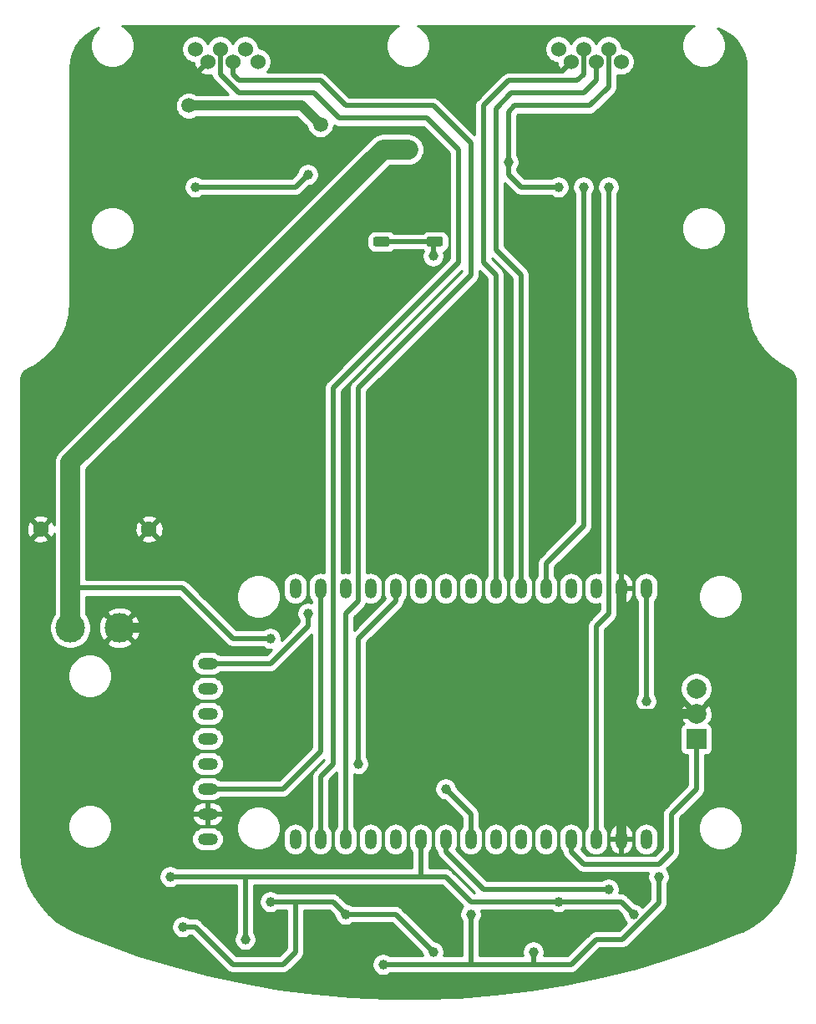
<source format=gbr>
G04 #@! TF.GenerationSoftware,KiCad,Pcbnew,5.1.6*
G04 #@! TF.CreationDate,2020-08-26T23:46:25+02:00*
G04 #@! TF.ProjectId,line_follower,6c696e65-5f66-46f6-9c6c-6f7765722e6b,rev?*
G04 #@! TF.SameCoordinates,Original*
G04 #@! TF.FileFunction,Copper,L1,Top*
G04 #@! TF.FilePolarity,Positive*
%FSLAX46Y46*%
G04 Gerber Fmt 4.6, Leading zero omitted, Abs format (unit mm)*
G04 Created by KiCad (PCBNEW 5.1.6) date 2020-08-26 23:46:25*
%MOMM*%
%LPD*%
G01*
G04 APERTURE LIST*
G04 #@! TA.AperFunction,ComponentPad*
%ADD10C,1.524000*%
G04 #@! TD*
G04 #@! TA.AperFunction,ViaPad*
%ADD11C,1.000000*%
G04 #@! TD*
G04 #@! TA.AperFunction,ComponentPad*
%ADD12C,0.800000*%
G04 #@! TD*
G04 #@! TA.AperFunction,ComponentPad*
%ADD13R,2.000000X2.000000*%
G04 #@! TD*
G04 #@! TA.AperFunction,ComponentPad*
%ADD14C,2.000000*%
G04 #@! TD*
G04 #@! TA.AperFunction,ComponentPad*
%ADD15O,2.000000X1.200000*%
G04 #@! TD*
G04 #@! TA.AperFunction,ComponentPad*
%ADD16O,1.200000X2.000000*%
G04 #@! TD*
G04 #@! TA.AperFunction,ComponentPad*
%ADD17C,1.600000*%
G04 #@! TD*
G04 #@! TA.AperFunction,ComponentPad*
%ADD18C,3.000000*%
G04 #@! TD*
G04 #@! TA.AperFunction,ViaPad*
%ADD19C,1.500000*%
G04 #@! TD*
G04 #@! TA.AperFunction,Conductor*
%ADD20C,1.000000*%
G04 #@! TD*
G04 #@! TA.AperFunction,Conductor*
%ADD21C,2.000000*%
G04 #@! TD*
G04 #@! TA.AperFunction,Conductor*
%ADD22C,0.500000*%
G04 #@! TD*
G04 #@! TA.AperFunction,Conductor*
%ADD23C,0.254000*%
G04 #@! TD*
G04 APERTURE END LIST*
D10*
X-15240000Y7620000D03*
X-16510000Y8890000D03*
X-17780000Y7620000D03*
X-19050000Y8890000D03*
X-20320000Y7620000D03*
X-21590000Y8890000D03*
X21590000Y7620000D03*
X20320000Y8890000D03*
X19050000Y7620000D03*
X17780000Y8890000D03*
X16510000Y7620000D03*
X15240000Y8890000D03*
G04 #@! TA.AperFunction,Conductor*
G36*
G01*
X11565000Y-2540861D02*
X11565000Y861D01*
G75*
G02*
X12064139Y500000I499139J0D01*
G01*
X14605861Y500000D01*
G75*
G02*
X15105000Y861I0J-499139D01*
G01*
X15105000Y-2540861D01*
G75*
G02*
X14605861Y-3040000I-499139J0D01*
G01*
X12064139Y-3040000D01*
G75*
G02*
X11565000Y-2540861I0J499139D01*
G01*
G37*
G04 #@! TD.AperFunction*
D11*
X14605000Y-2540000D03*
X13335000Y-2540000D03*
X12065000Y-2540000D03*
X14605000Y-1270000D03*
X12065000Y-1270000D03*
X14605000Y0D03*
X13335000Y0D03*
X12065000Y0D03*
X13335000Y-1270000D03*
G04 #@! TA.AperFunction,Conductor*
G36*
G01*
X-25900000Y-2540861D02*
X-25900000Y861D01*
G75*
G02*
X-25400861Y500000I499139J0D01*
G01*
X-22859139Y500000D01*
G75*
G02*
X-22360000Y861I0J-499139D01*
G01*
X-22360000Y-2540861D01*
G75*
G02*
X-22859139Y-3040000I-499139J0D01*
G01*
X-25400861Y-3040000D01*
G75*
G02*
X-25900000Y-2540861I0J499139D01*
G01*
G37*
G04 #@! TD.AperFunction*
X-22860000Y-2540000D03*
X-24130000Y-2540000D03*
X-25400000Y-2540000D03*
X-22860000Y-1270000D03*
X-25400000Y-1270000D03*
X-22860000Y0D03*
X-24130000Y0D03*
X-25400000Y0D03*
X-24130000Y-1270000D03*
G04 #@! TA.AperFunction,Conductor*
G36*
G01*
X-16375000Y-2540861D02*
X-16375000Y861D01*
G75*
G02*
X-15875861Y500000I499139J0D01*
G01*
X-13334139Y500000D01*
G75*
G02*
X-12835000Y861I0J-499139D01*
G01*
X-12835000Y-2540861D01*
G75*
G02*
X-13334139Y-3040000I-499139J0D01*
G01*
X-15875861Y-3040000D01*
G75*
G02*
X-16375000Y-2540861I0J499139D01*
G01*
G37*
G04 #@! TD.AperFunction*
X-13335000Y-2540000D03*
X-14605000Y-2540000D03*
X-15875000Y-2540000D03*
X-13335000Y-1270000D03*
X-15875000Y-1270000D03*
X-13335000Y0D03*
X-14605000Y0D03*
X-15875000Y0D03*
X-14605000Y-1270000D03*
G04 #@! TA.AperFunction,Conductor*
G36*
G01*
X22360000Y-2540861D02*
X22360000Y861D01*
G75*
G02*
X22859139Y500000I499139J0D01*
G01*
X25400861Y500000D01*
G75*
G02*
X25900000Y861I0J-499139D01*
G01*
X25900000Y-2540861D01*
G75*
G02*
X25400861Y-3040000I-499139J0D01*
G01*
X22859139Y-3040000D01*
G75*
G02*
X22360000Y-2540861I0J499139D01*
G01*
G37*
G04 #@! TD.AperFunction*
X25400000Y-2540000D03*
X24130000Y-2540000D03*
X22860000Y-2540000D03*
X25400000Y-1270000D03*
X22860000Y-1270000D03*
X25400000Y0D03*
X24130000Y0D03*
X22860000Y0D03*
X24130000Y-1270000D03*
G04 #@! TA.AperFunction,Conductor*
G36*
G01*
X-17688000Y-1200000D02*
X-20412000Y-1200000D01*
G75*
G02*
X-20700000Y-912000I0J288000D01*
G01*
X-20700000Y912000D01*
G75*
G02*
X-20412000Y1200000I288000J0D01*
G01*
X-17688000Y1200000D01*
G75*
G02*
X-17400000Y912000I0J-288000D01*
G01*
X-17400000Y-912000D01*
G75*
G02*
X-17688000Y-1200000I-288000J0D01*
G01*
G37*
G04 #@! TD.AperFunction*
D12*
X-20250000Y700000D03*
X-20250000Y-700000D03*
X-19050000Y700000D03*
X-19050000Y-700000D03*
X-17850000Y700000D03*
X-17850000Y-700000D03*
G04 #@! TA.AperFunction,Conductor*
G36*
G01*
X20412000Y-1200000D02*
X17688000Y-1200000D01*
G75*
G02*
X17400000Y-912000I0J288000D01*
G01*
X17400000Y912000D01*
G75*
G02*
X17688000Y1200000I288000J0D01*
G01*
X20412000Y1200000D01*
G75*
G02*
X20700000Y912000I0J-288000D01*
G01*
X20700000Y-912000D01*
G75*
G02*
X20412000Y-1200000I-288000J0D01*
G01*
G37*
G04 #@! TD.AperFunction*
X17850000Y700000D03*
X17850000Y-700000D03*
X19050000Y700000D03*
X19050000Y-700000D03*
X20250000Y700000D03*
X20250000Y-700000D03*
G04 #@! TA.AperFunction,SMDPad,CuDef*
G36*
G01*
X-1850000Y-7150000D02*
X-1850000Y-7650000D01*
G75*
G02*
X-2100000Y-7900000I-250000J0D01*
G01*
X-3300000Y-7900000D01*
G75*
G02*
X-3550000Y-7650000I0J250000D01*
G01*
X-3550000Y-7150000D01*
G75*
G02*
X-3300000Y-6900000I250000J0D01*
G01*
X-2100000Y-6900000D01*
G75*
G02*
X-1850000Y-7150000I0J-250000D01*
G01*
G37*
G04 #@! TD.AperFunction*
G04 #@! TA.AperFunction,SMDPad,CuDef*
G36*
G01*
X3550000Y-7150000D02*
X3550000Y-7650000D01*
G75*
G02*
X3300000Y-7900000I-250000J0D01*
G01*
X2100000Y-7900000D01*
G75*
G02*
X1850000Y-7650000I0J250000D01*
G01*
X1850000Y-7150000D01*
G75*
G02*
X2100000Y-6900000I250000J0D01*
G01*
X3300000Y-6900000D01*
G75*
G02*
X3550000Y-7150000I0J-250000D01*
G01*
G37*
G04 #@! TD.AperFunction*
G04 #@! TA.AperFunction,SMDPad,CuDef*
G36*
G01*
X-1850000Y-10350000D02*
X-1850000Y-10850000D01*
G75*
G02*
X-2100000Y-11100000I-250000J0D01*
G01*
X-3300000Y-11100000D01*
G75*
G02*
X-3550000Y-10850000I0J250000D01*
G01*
X-3550000Y-10350000D01*
G75*
G02*
X-3300000Y-10100000I250000J0D01*
G01*
X-2100000Y-10100000D01*
G75*
G02*
X-1850000Y-10350000I0J-250000D01*
G01*
G37*
G04 #@! TD.AperFunction*
G04 #@! TA.AperFunction,SMDPad,CuDef*
G36*
G01*
X3550000Y-10350000D02*
X3550000Y-10850000D01*
G75*
G02*
X3300000Y-11100000I-250000J0D01*
G01*
X2100000Y-11100000D01*
G75*
G02*
X1850000Y-10850000I0J250000D01*
G01*
X1850000Y-10350000D01*
G75*
G02*
X2100000Y-10100000I250000J0D01*
G01*
X3300000Y-10100000D01*
G75*
G02*
X3550000Y-10350000I0J-250000D01*
G01*
G37*
G04 #@! TD.AperFunction*
D13*
X29210000Y-60960000D03*
D14*
X29210000Y-58420000D03*
X29210000Y-55880000D03*
D15*
X-20320000Y-53340000D03*
X-20320000Y-55880000D03*
X-20320000Y-58420000D03*
X-20320000Y-60960000D03*
X-20320000Y-63500000D03*
X-20320000Y-66040000D03*
X-20320000Y-68580000D03*
X-20320000Y-71120000D03*
D16*
X-11430000Y-45720000D03*
X-11430000Y-71120000D03*
X-8890000Y-45720000D03*
X-8890000Y-71120000D03*
X-6350000Y-45720000D03*
X-6350000Y-71120000D03*
X-3810000Y-45720000D03*
X-3810000Y-71120000D03*
X-1270000Y-45720000D03*
X-1270000Y-71120000D03*
X1270000Y-45720000D03*
X1270000Y-71120000D03*
X3810000Y-45720000D03*
X3810000Y-71120000D03*
X6350000Y-45720000D03*
X6350000Y-71120000D03*
X8890000Y-45720000D03*
X8890000Y-71120000D03*
X11430000Y-45720000D03*
X11430000Y-71120000D03*
X13970000Y-45720000D03*
X13970000Y-71120000D03*
X16510000Y-45720000D03*
X16510000Y-71120000D03*
X19050000Y-45720000D03*
X19050000Y-71120000D03*
X21590000Y-45720000D03*
X21590000Y-71120000D03*
X24130000Y-45720000D03*
X24130000Y-71120000D03*
D17*
X-37250000Y-39720000D03*
D18*
X-34250000Y-49720000D03*
D17*
X-26250000Y-39720000D03*
D18*
X-29250000Y-49720000D03*
D11*
X-2540000Y-76835000D03*
X-11430000Y-76200000D03*
X21590000Y-55880000D03*
D19*
X-24130000Y-52070000D03*
X-29250000Y-43220000D03*
X-10160000Y-21590000D03*
D11*
X-6350000Y-33020000D03*
X12700000Y-80010000D03*
D19*
X0Y-1270000D03*
X-22225000Y3175000D03*
D11*
X-13970000Y-50800000D03*
D19*
X-8890000Y1270000D03*
D11*
X24130000Y-57150000D03*
X-21590000Y-5080000D03*
X15240000Y-5080000D03*
X10160000Y-2540000D03*
X-10160000Y-3810000D03*
X2540000Y-12065000D03*
X17780000Y-5080000D03*
X20320000Y-5080000D03*
X-5080000Y-63500000D03*
X-10160000Y-48260000D03*
X20320000Y-76200000D03*
X3810000Y-66040000D03*
X-2540000Y-83820000D03*
X12700000Y-82550000D03*
X6350000Y-78740000D03*
X25400000Y-74930000D03*
X-16510000Y-81280000D03*
X-24130000Y-74930000D03*
X15240000Y-77470000D03*
X22860000Y-78740000D03*
X-22860000Y-80010000D03*
X-6350000Y-78740000D03*
X-13970000Y-77470000D03*
X2540000Y-82550000D03*
D20*
X21590000Y-71120000D02*
X21590000Y-58420000D01*
X21590000Y-52070000D02*
X21590000Y-46990000D01*
X29210000Y-58420000D02*
X21590000Y-58420000D01*
X21590000Y-46990000D02*
X21590000Y-45720000D01*
X22860000Y0D02*
X19050000Y0D01*
X15240000Y0D02*
X19050000Y0D01*
X-22860000Y0D02*
X-19050000Y0D01*
X-15240000Y0D02*
X-19050000Y0D01*
X21590000Y-58420000D02*
X21590000Y-55880000D01*
X21590000Y-55880000D02*
X21590000Y-52070000D01*
X-29250000Y-49720000D02*
X-26480000Y-49720000D01*
X-26480000Y-49720000D02*
X-24130000Y-52070000D01*
D21*
X-21590000Y-43180000D02*
X-29210000Y-43180000D01*
X-29210000Y-43180000D02*
X-29250000Y-43220000D01*
X-10160000Y-22860000D02*
X-10160000Y-31750000D01*
X-10160000Y-31750000D02*
X-21590000Y-43180000D01*
X-10160000Y-22860000D02*
X-10160000Y-21590000D01*
D20*
X15240000Y0D02*
X13970000Y0D01*
D22*
X2700000Y-7400000D02*
X-2700000Y-7400000D01*
X-10160000Y-14860000D02*
X-10160000Y-21590000D01*
X-2700000Y-7400000D02*
X-10160000Y-14860000D01*
D20*
X-22225000Y3175000D02*
X-10795000Y3175000D01*
X-10795000Y3175000D02*
X-9525000Y1905000D01*
D21*
X-34250000Y-49720000D02*
X-34250000Y-46315000D01*
D22*
X-33655000Y-45720000D02*
X-34250000Y-46315000D01*
X-22900000Y-45680000D02*
X-34250000Y-45680000D01*
X-17780000Y-50800000D02*
X-22900000Y-45680000D01*
X-15240000Y-50800000D02*
X-17780000Y-50800000D01*
D21*
X-34250000Y-46315000D02*
X-34250000Y-45680000D01*
X-2540000Y-1270000D02*
X0Y-1270000D01*
X-34250000Y-32980000D02*
X-2540000Y-1270000D01*
X-34250000Y-45680000D02*
X-34250000Y-32980000D01*
D22*
X-15240000Y-50800000D02*
X-13970000Y-50800000D01*
D20*
X-9525000Y1905000D02*
X-8890000Y1270000D01*
D22*
X24130000Y-45720000D02*
X24130000Y-57150000D01*
X20320000Y5080000D02*
X20320000Y8890000D01*
X18415000Y3175000D02*
X20320000Y5080000D01*
X15240000Y-5080000D02*
X11430000Y-5080000D01*
X11430000Y-5080000D02*
X10160000Y-3810000D01*
X10160000Y-3810000D02*
X10160000Y-2540000D01*
X18415000Y3175000D02*
X10795000Y3175000D01*
X10160000Y2540000D02*
X10160000Y-2540000D01*
X10795000Y3175000D02*
X10160000Y2540000D01*
X-11430000Y-5080000D02*
X-10160000Y-3810000D01*
X-21590000Y-5080000D02*
X-11430000Y-5080000D01*
X19050000Y5715000D02*
X19050000Y7620000D01*
X17780000Y4445000D02*
X19050000Y5715000D01*
X11430000Y-45720000D02*
X11430000Y-19050000D01*
X10440037Y4445000D02*
X8890000Y2894963D01*
X17780000Y4445000D02*
X10440037Y4445000D01*
X8890000Y2894963D02*
X8890000Y-3810000D01*
X8890000Y-3810000D02*
X8890000Y-10160000D01*
X8890000Y-10160000D02*
X8890000Y-11430000D01*
X8890000Y-11430000D02*
X11430000Y-13970000D01*
X11430000Y-13970000D02*
X11430000Y-19050000D01*
X17780000Y6350000D02*
X17780000Y8890000D01*
X17145000Y5715000D02*
X17780000Y6350000D01*
X8890000Y-13970000D02*
X7620000Y-12700000D01*
X8890000Y-45720000D02*
X8890000Y-13970000D01*
X7620000Y3175000D02*
X10160000Y5715000D01*
X10160000Y5715000D02*
X17145000Y5715000D01*
X7620000Y-12700000D02*
X7620000Y3175000D01*
X6350000Y-13970000D02*
X6350000Y-635000D01*
X6350000Y-635000D02*
X2540000Y3175000D01*
X-5080000Y-25400000D02*
X6350000Y-13970000D01*
X-6350000Y-71120000D02*
X-6350000Y-48260000D01*
X-6350000Y-48260000D02*
X-5080000Y-46990000D01*
X-5080000Y-46990000D02*
X-5080000Y-25400000D01*
X-17780000Y6350000D02*
X-17780000Y7620000D01*
X2540000Y3175000D02*
X-6350000Y3175000D01*
X-17145000Y5715000D02*
X-17780000Y6350000D01*
X-6350000Y3175000D02*
X-8890000Y5715000D01*
X-8890000Y5715000D02*
X-17145000Y5715000D01*
X-19050000Y6350000D02*
X-19050000Y8890000D01*
X-17145000Y4445000D02*
X-19050000Y6350000D01*
X-9525000Y4445000D02*
X-17145000Y4445000D01*
X-6985000Y1905000D02*
X-9525000Y4445000D01*
X5080000Y-1270000D02*
X1905000Y1905000D01*
X5080000Y-12700000D02*
X5080000Y-1270000D01*
X-7620000Y-25400000D02*
X5080000Y-12700000D01*
X-7620000Y-63500000D02*
X-7620000Y-25400000D01*
X1905000Y1905000D02*
X-6985000Y1905000D01*
X-8890000Y-64770000D02*
X-7620000Y-63500000D01*
X-8890000Y-71120000D02*
X-8890000Y-64770000D01*
X-2700000Y-10600000D02*
X2700000Y-10600000D01*
X2540000Y-10760000D02*
X2700000Y-10600000D01*
X2540000Y-12065000D02*
X2540000Y-10760000D01*
X17780000Y-5080000D02*
X17780000Y-39370000D01*
X17780000Y-39370000D02*
X13970000Y-43180000D01*
X13970000Y-43180000D02*
X13970000Y-45720000D01*
X20320000Y-6350000D02*
X20320000Y-5080000D01*
X20320000Y-48260000D02*
X20320000Y-6350000D01*
X19050000Y-49530000D02*
X20320000Y-48260000D01*
X19050000Y-71120000D02*
X19050000Y-49530000D01*
X-20320000Y-66040000D02*
X-12700000Y-66040000D01*
X-8890000Y-62230000D02*
X-8890000Y-45720000D01*
X-12700000Y-66040000D02*
X-8890000Y-62230000D01*
X-1233248Y-45756752D02*
X-1270000Y-45720000D01*
X-1270000Y-45720000D02*
X-1270000Y-46990000D01*
X-1270000Y-46990000D02*
X-5080000Y-50800000D01*
X-5080000Y-50800000D02*
X-5080000Y-63500000D01*
X26670000Y-68580000D02*
X26670000Y-72390000D01*
X26670000Y-72390000D02*
X25400000Y-73660000D01*
X29210000Y-60960000D02*
X29210000Y-66040000D01*
X29210000Y-66040000D02*
X26670000Y-68580000D01*
X25400000Y-73660000D02*
X17780000Y-73660000D01*
X16510000Y-72390000D02*
X16510000Y-71120000D01*
X17780000Y-73660000D02*
X16510000Y-72390000D01*
X-20320000Y-53340000D02*
X-13970000Y-53340000D01*
X-13970000Y-53340000D02*
X-11430000Y-50800000D01*
X-11430000Y-50800000D02*
X-10160000Y-49530000D01*
X-10160000Y-49530000D02*
X-10160000Y-48260000D01*
X8890000Y-76200000D02*
X20320000Y-76200000D01*
X7620000Y-76200000D02*
X8890000Y-76200000D01*
X3810000Y-72390000D02*
X7620000Y-76200000D01*
X3810000Y-71120000D02*
X3810000Y-72390000D01*
X6350000Y-68580000D02*
X3810000Y-66040000D01*
X6350000Y-71120000D02*
X6350000Y-68580000D01*
X12700000Y-82550000D02*
X12700000Y-83820000D01*
X6350000Y-83820000D02*
X6350000Y-78740000D01*
X12700000Y-83820000D02*
X6350000Y-83820000D01*
X16510000Y-83820000D02*
X12700000Y-83820000D01*
X19050000Y-81280000D02*
X16510000Y-83820000D01*
X25400000Y-77606002D02*
X21726002Y-81280000D01*
X21726002Y-81280000D02*
X19050000Y-81280000D01*
X25400000Y-74930000D02*
X25400000Y-77606002D01*
X-2540000Y-83820000D02*
X6350000Y-83820000D01*
X-16510000Y-81280000D02*
X-16510000Y-74930000D01*
X-24130000Y-74930000D02*
X1270000Y-74930000D01*
X3810000Y-74930000D02*
X1270000Y-74930000D01*
X21590000Y-77470000D02*
X6350000Y-77470000D01*
X6350000Y-77470000D02*
X3810000Y-74930000D01*
X22860000Y-78740000D02*
X21590000Y-77470000D01*
X1270000Y-71120000D02*
X1270000Y-74930000D01*
X-22860000Y-80010000D02*
X-21590000Y-80010000D01*
X-11430000Y-77470000D02*
X-13970000Y-77470000D01*
X-7620000Y-77470000D02*
X-6350000Y-78740000D01*
X-11430000Y-77470000D02*
X-7620000Y-77470000D01*
X-1270000Y-78740000D02*
X2540000Y-82550000D01*
X-6350000Y-78740000D02*
X-1270000Y-78740000D01*
X-11430000Y-82550000D02*
X-11430000Y-77470000D01*
X-21590000Y-80010000D02*
X-17780000Y-83820000D01*
X-17780000Y-83820000D02*
X-12700000Y-83820000D01*
X-12700000Y-83820000D02*
X-11430000Y-82550000D01*
D23*
G36*
X-1058669Y11230631D02*
G01*
X-1424729Y10986038D01*
X-1736038Y10674729D01*
X-1980631Y10308669D01*
X-2149110Y9901925D01*
X-2235000Y9470128D01*
X-2235000Y9029872D01*
X-2149110Y8598075D01*
X-1980631Y8191331D01*
X-1736038Y7825271D01*
X-1424729Y7513962D01*
X-1058669Y7269369D01*
X-651925Y7100890D01*
X-220128Y7015000D01*
X220128Y7015000D01*
X651925Y7100890D01*
X1058669Y7269369D01*
X1424729Y7513962D01*
X1736038Y7825271D01*
X1980631Y8191331D01*
X2149110Y8598075D01*
X2235000Y9029872D01*
X2235000Y9470128D01*
X2149110Y9901925D01*
X1980631Y10308669D01*
X1736038Y10674729D01*
X1424729Y10986038D01*
X1058669Y11230631D01*
X975695Y11265000D01*
X29024305Y11265000D01*
X28941331Y11230631D01*
X28575271Y10986038D01*
X28263962Y10674729D01*
X28019369Y10308669D01*
X27850890Y9901925D01*
X27765000Y9470128D01*
X27765000Y9029872D01*
X27850890Y8598075D01*
X28019369Y8191331D01*
X28263962Y7825271D01*
X28575271Y7513962D01*
X28941331Y7269369D01*
X29348075Y7100890D01*
X29779872Y7015000D01*
X30220128Y7015000D01*
X30651925Y7100890D01*
X31058669Y7269369D01*
X31424729Y7513962D01*
X31736038Y7825271D01*
X31980631Y8191331D01*
X32149110Y8598075D01*
X32235000Y9029872D01*
X32235000Y9470128D01*
X32149110Y9901925D01*
X31980631Y10308669D01*
X31736038Y10674729D01*
X31424729Y10986038D01*
X31360374Y11029038D01*
X31485643Y10994769D01*
X32169575Y10668550D01*
X32784928Y10226374D01*
X33312259Y9682211D01*
X33734886Y9053274D01*
X34039463Y8359430D01*
X34217715Y7616961D01*
X34265004Y6972991D01*
X34268185Y-16784246D01*
X34269346Y-16796019D01*
X34282633Y-17207365D01*
X34282772Y-17208642D01*
X34282720Y-17209928D01*
X34289492Y-17286563D01*
X34432884Y-18300433D01*
X34436608Y-18317371D01*
X34438541Y-18334602D01*
X34456827Y-18409331D01*
X34751929Y-19389845D01*
X34758170Y-19406019D01*
X34762688Y-19422764D01*
X34792068Y-19493867D01*
X35232087Y-20418463D01*
X35240702Y-20433506D01*
X35247702Y-20449377D01*
X35287498Y-20515218D01*
X35862311Y-21362618D01*
X35873101Y-21376183D01*
X35882422Y-21390814D01*
X35931720Y-21449877D01*
X36628095Y-22200579D01*
X36640817Y-22212360D01*
X36652240Y-22225408D01*
X36709905Y-22276335D01*
X37511821Y-22913066D01*
X37526179Y-22922787D01*
X37539444Y-22933957D01*
X37604148Y-22975576D01*
X38486179Y-23479698D01*
X38752121Y-23639493D01*
X38934506Y-23804869D01*
X39081292Y-24002516D01*
X39186897Y-24224920D01*
X39249353Y-24471746D01*
X39264967Y-24679408D01*
X39211892Y-71995260D01*
X39137770Y-73179963D01*
X38920180Y-74322760D01*
X38561076Y-75429271D01*
X38066123Y-76482046D01*
X37443121Y-77464494D01*
X36701898Y-78361111D01*
X35854149Y-79157754D01*
X34913236Y-79841866D01*
X33881036Y-80409788D01*
X33509879Y-80574417D01*
X30107240Y-81906690D01*
X26650916Y-83095611D01*
X23147858Y-84138745D01*
X19604186Y-85034273D01*
X16026108Y-85780626D01*
X12419959Y-86376481D01*
X8791990Y-86820808D01*
X5148584Y-87112823D01*
X1496174Y-87252011D01*
X-2158886Y-87238128D01*
X-5810144Y-87071201D01*
X-9451198Y-86751523D01*
X-13075697Y-86279650D01*
X-16677224Y-85656419D01*
X-20249537Y-84882908D01*
X-23786289Y-83960492D01*
X-27281324Y-82890778D01*
X-30729728Y-81675213D01*
X-33544836Y-80559631D01*
X-34603738Y-80038586D01*
X-35574941Y-79398197D01*
X-36458218Y-78641137D01*
X-37239648Y-77779340D01*
X-37906909Y-76826393D01*
X-38449466Y-75797342D01*
X-38817496Y-74818212D01*
X-25265000Y-74818212D01*
X-25265000Y-75041788D01*
X-25221383Y-75261067D01*
X-25135824Y-75467624D01*
X-25011612Y-75653520D01*
X-24853520Y-75811612D01*
X-24667624Y-75935824D01*
X-24461067Y-76021383D01*
X-24241788Y-76065000D01*
X-24018212Y-76065000D01*
X-23798933Y-76021383D01*
X-23592376Y-75935824D01*
X-23411550Y-75815000D01*
X-17394999Y-75815000D01*
X-17395000Y-80561550D01*
X-17515824Y-80742376D01*
X-17601383Y-80948933D01*
X-17645000Y-81168212D01*
X-17645000Y-81391788D01*
X-17601383Y-81611067D01*
X-17515824Y-81817624D01*
X-17391612Y-82003520D01*
X-17233520Y-82161612D01*
X-17047624Y-82285824D01*
X-16841067Y-82371383D01*
X-16621788Y-82415000D01*
X-16398212Y-82415000D01*
X-16178933Y-82371383D01*
X-15972376Y-82285824D01*
X-15786480Y-82161612D01*
X-15628388Y-82003520D01*
X-15504176Y-81817624D01*
X-15418617Y-81611067D01*
X-15375000Y-81391788D01*
X-15375000Y-81168212D01*
X-15418617Y-80948933D01*
X-15504176Y-80742376D01*
X-15625000Y-80561550D01*
X-15625000Y-75815000D01*
X1226524Y-75815000D01*
X1270000Y-75819282D01*
X1313477Y-75815000D01*
X3443422Y-75815000D01*
X5556645Y-77928223D01*
X5468388Y-78016480D01*
X5344176Y-78202376D01*
X5258617Y-78408933D01*
X5215000Y-78628212D01*
X5215000Y-78851788D01*
X5258617Y-79071067D01*
X5344176Y-79277624D01*
X5465001Y-79458451D01*
X5465000Y-82935000D01*
X3609043Y-82935000D01*
X3631383Y-82881067D01*
X3675000Y-82661788D01*
X3675000Y-82438212D01*
X3631383Y-82218933D01*
X3545824Y-82012376D01*
X3421612Y-81826480D01*
X3263520Y-81668388D01*
X3077624Y-81544176D01*
X2871067Y-81458617D01*
X2657768Y-81416190D01*
X-613466Y-78144956D01*
X-641183Y-78111183D01*
X-775941Y-78000589D01*
X-929687Y-77918411D01*
X-1096510Y-77867805D01*
X-1226523Y-77855000D01*
X-1226531Y-77855000D01*
X-1270000Y-77850719D01*
X-1313469Y-77855000D01*
X-5631550Y-77855000D01*
X-5812376Y-77734176D01*
X-6018933Y-77648617D01*
X-6232232Y-77606190D01*
X-6963466Y-76874956D01*
X-6991183Y-76841183D01*
X-7125941Y-76730589D01*
X-7279687Y-76648411D01*
X-7446510Y-76597805D01*
X-7576523Y-76585000D01*
X-7576531Y-76585000D01*
X-7620000Y-76580719D01*
X-7663469Y-76585000D01*
X-11386523Y-76585000D01*
X-11430000Y-76580718D01*
X-11473476Y-76585000D01*
X-13251550Y-76585000D01*
X-13432376Y-76464176D01*
X-13638933Y-76378617D01*
X-13858212Y-76335000D01*
X-14081788Y-76335000D01*
X-14301067Y-76378617D01*
X-14507624Y-76464176D01*
X-14693520Y-76588388D01*
X-14851612Y-76746480D01*
X-14975824Y-76932376D01*
X-15061383Y-77138933D01*
X-15105000Y-77358212D01*
X-15105000Y-77581788D01*
X-15061383Y-77801067D01*
X-14975824Y-78007624D01*
X-14851612Y-78193520D01*
X-14693520Y-78351612D01*
X-14507624Y-78475824D01*
X-14301067Y-78561383D01*
X-14081788Y-78605000D01*
X-13858212Y-78605000D01*
X-13638933Y-78561383D01*
X-13432376Y-78475824D01*
X-13251550Y-78355000D01*
X-12314999Y-78355000D01*
X-12315000Y-82183421D01*
X-13066578Y-82935000D01*
X-17413421Y-82935000D01*
X-20933466Y-79414956D01*
X-20961183Y-79381183D01*
X-21095941Y-79270589D01*
X-21249687Y-79188411D01*
X-21416510Y-79137805D01*
X-21546523Y-79125000D01*
X-21546531Y-79125000D01*
X-21590000Y-79120719D01*
X-21633469Y-79125000D01*
X-22141550Y-79125000D01*
X-22322376Y-79004176D01*
X-22528933Y-78918617D01*
X-22748212Y-78875000D01*
X-22971788Y-78875000D01*
X-23191067Y-78918617D01*
X-23397624Y-79004176D01*
X-23583520Y-79128388D01*
X-23741612Y-79286480D01*
X-23865824Y-79472376D01*
X-23951383Y-79678933D01*
X-23995000Y-79898212D01*
X-23995000Y-80121788D01*
X-23951383Y-80341067D01*
X-23865824Y-80547624D01*
X-23741612Y-80733520D01*
X-23583520Y-80891612D01*
X-23397624Y-81015824D01*
X-23191067Y-81101383D01*
X-22971788Y-81145000D01*
X-22748212Y-81145000D01*
X-22528933Y-81101383D01*
X-22322376Y-81015824D01*
X-22141550Y-80895000D01*
X-21956578Y-80895000D01*
X-18436530Y-84415049D01*
X-18408817Y-84448817D01*
X-18375049Y-84476530D01*
X-18375047Y-84476532D01*
X-18274059Y-84559411D01*
X-18120314Y-84641589D01*
X-17953490Y-84692195D01*
X-17823477Y-84705000D01*
X-17823469Y-84705000D01*
X-17780000Y-84709281D01*
X-17736531Y-84705000D01*
X-12743469Y-84705000D01*
X-12700000Y-84709281D01*
X-12656531Y-84705000D01*
X-12656523Y-84705000D01*
X-12526510Y-84692195D01*
X-12359687Y-84641589D01*
X-12205941Y-84559411D01*
X-12071183Y-84448817D01*
X-12043466Y-84415044D01*
X-10834950Y-83206529D01*
X-10801183Y-83178817D01*
X-10764744Y-83134417D01*
X-10704641Y-83061181D01*
X-10690589Y-83044059D01*
X-10608411Y-82890313D01*
X-10557805Y-82723490D01*
X-10545000Y-82593477D01*
X-10545000Y-82593467D01*
X-10540719Y-82550001D01*
X-10545000Y-82506535D01*
X-10545000Y-78355000D01*
X-7986578Y-78355000D01*
X-7483810Y-78857768D01*
X-7441383Y-79071067D01*
X-7355824Y-79277624D01*
X-7231612Y-79463520D01*
X-7073520Y-79621612D01*
X-6887624Y-79745824D01*
X-6681067Y-79831383D01*
X-6461788Y-79875000D01*
X-6238212Y-79875000D01*
X-6018933Y-79831383D01*
X-5812376Y-79745824D01*
X-5631550Y-79625000D01*
X-1636578Y-79625000D01*
X1406190Y-82667768D01*
X1448617Y-82881067D01*
X1470957Y-82935000D01*
X-1821550Y-82935000D01*
X-2002376Y-82814176D01*
X-2208933Y-82728617D01*
X-2428212Y-82685000D01*
X-2651788Y-82685000D01*
X-2871067Y-82728617D01*
X-3077624Y-82814176D01*
X-3263520Y-82938388D01*
X-3421612Y-83096480D01*
X-3545824Y-83282376D01*
X-3631383Y-83488933D01*
X-3675000Y-83708212D01*
X-3675000Y-83931788D01*
X-3631383Y-84151067D01*
X-3545824Y-84357624D01*
X-3421612Y-84543520D01*
X-3263520Y-84701612D01*
X-3077624Y-84825824D01*
X-2871067Y-84911383D01*
X-2651788Y-84955000D01*
X-2428212Y-84955000D01*
X-2208933Y-84911383D01*
X-2002376Y-84825824D01*
X-1821550Y-84705000D01*
X6306523Y-84705000D01*
X6350000Y-84709282D01*
X6393476Y-84705000D01*
X12656524Y-84705000D01*
X12700000Y-84709282D01*
X12743477Y-84705000D01*
X16466531Y-84705000D01*
X16510000Y-84709281D01*
X16553469Y-84705000D01*
X16553477Y-84705000D01*
X16683490Y-84692195D01*
X16850313Y-84641589D01*
X17004059Y-84559411D01*
X17138817Y-84448817D01*
X17166534Y-84415044D01*
X19416579Y-82165000D01*
X21682533Y-82165000D01*
X21726002Y-82169281D01*
X21769471Y-82165000D01*
X21769479Y-82165000D01*
X21899492Y-82152195D01*
X22066315Y-82101589D01*
X22220061Y-82019411D01*
X22354819Y-81908817D01*
X22382536Y-81875044D01*
X25995049Y-78262532D01*
X26028817Y-78234819D01*
X26072356Y-78181768D01*
X26139411Y-78100061D01*
X26169583Y-78043612D01*
X26221589Y-77946315D01*
X26272195Y-77779492D01*
X26285000Y-77649479D01*
X26285000Y-77649471D01*
X26289281Y-77606002D01*
X26285000Y-77562533D01*
X26285000Y-75648450D01*
X26405824Y-75467624D01*
X26491383Y-75261067D01*
X26535000Y-75041788D01*
X26535000Y-74818212D01*
X26491383Y-74598933D01*
X26405824Y-74392376D01*
X26281612Y-74206480D01*
X26193355Y-74118223D01*
X27265049Y-73046530D01*
X27298817Y-73018817D01*
X27326533Y-72985046D01*
X27409410Y-72884060D01*
X27409411Y-72884059D01*
X27491589Y-72730313D01*
X27542195Y-72563490D01*
X27555000Y-72433477D01*
X27555000Y-72433467D01*
X27559281Y-72390001D01*
X27555000Y-72346535D01*
X27555000Y-69799872D01*
X29415000Y-69799872D01*
X29415000Y-70240128D01*
X29500890Y-70671925D01*
X29669369Y-71078669D01*
X29913962Y-71444729D01*
X30225271Y-71756038D01*
X30591331Y-72000631D01*
X30998075Y-72169110D01*
X31429872Y-72255000D01*
X31870128Y-72255000D01*
X32301925Y-72169110D01*
X32708669Y-72000631D01*
X33074729Y-71756038D01*
X33386038Y-71444729D01*
X33630631Y-71078669D01*
X33799110Y-70671925D01*
X33885000Y-70240128D01*
X33885000Y-69799872D01*
X33799110Y-69368075D01*
X33630631Y-68961331D01*
X33386038Y-68595271D01*
X33074729Y-68283962D01*
X32708669Y-68039369D01*
X32301925Y-67870890D01*
X31870128Y-67785000D01*
X31429872Y-67785000D01*
X30998075Y-67870890D01*
X30591331Y-68039369D01*
X30225271Y-68283962D01*
X29913962Y-68595271D01*
X29669369Y-68961331D01*
X29500890Y-69368075D01*
X29415000Y-69799872D01*
X27555000Y-69799872D01*
X27555000Y-68946578D01*
X29805049Y-66696530D01*
X29838817Y-66668817D01*
X29866533Y-66635046D01*
X29949410Y-66534060D01*
X30031588Y-66380314D01*
X30031589Y-66380313D01*
X30082195Y-66213490D01*
X30095000Y-66083477D01*
X30095000Y-66083467D01*
X30099281Y-66040001D01*
X30095000Y-65996535D01*
X30095000Y-62598072D01*
X30210000Y-62598072D01*
X30334482Y-62585812D01*
X30454180Y-62549502D01*
X30564494Y-62490537D01*
X30661185Y-62411185D01*
X30740537Y-62314494D01*
X30799502Y-62204180D01*
X30835812Y-62084482D01*
X30848072Y-61960000D01*
X30848072Y-59960000D01*
X30835812Y-59835518D01*
X30799502Y-59715820D01*
X30740537Y-59605506D01*
X30661185Y-59508815D01*
X30564494Y-59429463D01*
X30454180Y-59370498D01*
X30402967Y-59354963D01*
X30609814Y-59280044D01*
X30750704Y-58990429D01*
X30832384Y-58678892D01*
X30851718Y-58357405D01*
X30807961Y-58038325D01*
X30702795Y-57733912D01*
X30609814Y-57559956D01*
X30345413Y-57464192D01*
X29389605Y-58420000D01*
X29403748Y-58434143D01*
X29224143Y-58613748D01*
X29210000Y-58599605D01*
X29195858Y-58613748D01*
X29016253Y-58434143D01*
X29030395Y-58420000D01*
X28074587Y-57464192D01*
X27810186Y-57559956D01*
X27669296Y-57849571D01*
X27587616Y-58161108D01*
X27568282Y-58482595D01*
X27612039Y-58801675D01*
X27717205Y-59106088D01*
X27810186Y-59280044D01*
X28017033Y-59354963D01*
X27965820Y-59370498D01*
X27855506Y-59429463D01*
X27758815Y-59508815D01*
X27679463Y-59605506D01*
X27620498Y-59715820D01*
X27584188Y-59835518D01*
X27571928Y-59960000D01*
X27571928Y-61960000D01*
X27584188Y-62084482D01*
X27620498Y-62204180D01*
X27679463Y-62314494D01*
X27758815Y-62411185D01*
X27855506Y-62490537D01*
X27965820Y-62549502D01*
X28085518Y-62585812D01*
X28210000Y-62598072D01*
X28325000Y-62598072D01*
X28325001Y-65673420D01*
X26074956Y-67923466D01*
X26041183Y-67951183D01*
X25930589Y-68085942D01*
X25848411Y-68239688D01*
X25813157Y-68355904D01*
X25797806Y-68406509D01*
X25797805Y-68406511D01*
X25785000Y-68536524D01*
X25785000Y-68536531D01*
X25780719Y-68580000D01*
X25785000Y-68623469D01*
X25785001Y-72023420D01*
X25033422Y-72775000D01*
X18146579Y-72775000D01*
X17555485Y-72183907D01*
X17656511Y-71994901D01*
X17727130Y-71762101D01*
X17745000Y-71580664D01*
X17745000Y-70659335D01*
X17727130Y-70477898D01*
X17656511Y-70245099D01*
X17541833Y-70030551D01*
X17387502Y-69842498D01*
X17199448Y-69688167D01*
X16984900Y-69573489D01*
X16752101Y-69502870D01*
X16510000Y-69479025D01*
X16267898Y-69502870D01*
X16035099Y-69573489D01*
X15820551Y-69688167D01*
X15632498Y-69842498D01*
X15478167Y-70030552D01*
X15363489Y-70245100D01*
X15292870Y-70477899D01*
X15275000Y-70659336D01*
X15275000Y-71580665D01*
X15292870Y-71762102D01*
X15363489Y-71994901D01*
X15478168Y-72209449D01*
X15621322Y-72383882D01*
X15620719Y-72390000D01*
X15625000Y-72433469D01*
X15625000Y-72433476D01*
X15633742Y-72522237D01*
X15637805Y-72563490D01*
X15645458Y-72588718D01*
X15688411Y-72730312D01*
X15770589Y-72884058D01*
X15881183Y-73018817D01*
X15914956Y-73046534D01*
X17123470Y-74255049D01*
X17151183Y-74288817D01*
X17184951Y-74316530D01*
X17184953Y-74316532D01*
X17200700Y-74329455D01*
X17285941Y-74399411D01*
X17439687Y-74481589D01*
X17606510Y-74532195D01*
X17736523Y-74545000D01*
X17736533Y-74545000D01*
X17779999Y-74549281D01*
X17823465Y-74545000D01*
X24330957Y-74545000D01*
X24308617Y-74598933D01*
X24265000Y-74818212D01*
X24265000Y-75041788D01*
X24308617Y-75261067D01*
X24394176Y-75467624D01*
X24515000Y-75648450D01*
X24515001Y-77239422D01*
X23739778Y-78014646D01*
X23583520Y-77858388D01*
X23397624Y-77734176D01*
X23191067Y-77648617D01*
X22977768Y-77606190D01*
X22246534Y-76874956D01*
X22218817Y-76841183D01*
X22084059Y-76730589D01*
X21930313Y-76648411D01*
X21763490Y-76597805D01*
X21633477Y-76585000D01*
X21633469Y-76585000D01*
X21590000Y-76580719D01*
X21546531Y-76585000D01*
X21389043Y-76585000D01*
X21411383Y-76531067D01*
X21455000Y-76311788D01*
X21455000Y-76088212D01*
X21411383Y-75868933D01*
X21325824Y-75662376D01*
X21201612Y-75476480D01*
X21043520Y-75318388D01*
X20857624Y-75194176D01*
X20651067Y-75108617D01*
X20431788Y-75065000D01*
X20208212Y-75065000D01*
X19988933Y-75108617D01*
X19782376Y-75194176D01*
X19601550Y-75315000D01*
X7986579Y-75315000D01*
X4855485Y-72183907D01*
X4956511Y-71994901D01*
X5027130Y-71762101D01*
X5045000Y-71580664D01*
X5045000Y-70659335D01*
X5027130Y-70477898D01*
X4956511Y-70245099D01*
X4841833Y-70030551D01*
X4687502Y-69842498D01*
X4499448Y-69688167D01*
X4284900Y-69573489D01*
X4052101Y-69502870D01*
X3810000Y-69479025D01*
X3567898Y-69502870D01*
X3335099Y-69573489D01*
X3120551Y-69688167D01*
X2932498Y-69842498D01*
X2778167Y-70030552D01*
X2663489Y-70245100D01*
X2592870Y-70477899D01*
X2575000Y-70659336D01*
X2575000Y-71580665D01*
X2592870Y-71762102D01*
X2663489Y-71994901D01*
X2778168Y-72209449D01*
X2921322Y-72383882D01*
X2920719Y-72390000D01*
X2937805Y-72563490D01*
X2988412Y-72730313D01*
X3070590Y-72884059D01*
X3153468Y-72985046D01*
X3153469Y-72985047D01*
X3181184Y-73018817D01*
X3214951Y-73046530D01*
X6753421Y-76585000D01*
X6716579Y-76585000D01*
X4466534Y-74334956D01*
X4438817Y-74301183D01*
X4304059Y-74190589D01*
X4150313Y-74108411D01*
X3983490Y-74057805D01*
X3853477Y-74045000D01*
X3853469Y-74045000D01*
X3810000Y-74040719D01*
X3766531Y-74045000D01*
X2155000Y-74045000D01*
X2155000Y-72388366D01*
X2301833Y-72209449D01*
X2416511Y-71994901D01*
X2487130Y-71762101D01*
X2505000Y-71580664D01*
X2505000Y-70659335D01*
X2487130Y-70477898D01*
X2416511Y-70245099D01*
X2301833Y-70030551D01*
X2147502Y-69842498D01*
X1959448Y-69688167D01*
X1744900Y-69573489D01*
X1512101Y-69502870D01*
X1270000Y-69479025D01*
X1027898Y-69502870D01*
X795099Y-69573489D01*
X580551Y-69688167D01*
X392498Y-69842498D01*
X238167Y-70030552D01*
X123489Y-70245100D01*
X52870Y-70477899D01*
X35000Y-70659336D01*
X35000Y-71580665D01*
X52870Y-71762102D01*
X123489Y-71994901D01*
X238168Y-72209449D01*
X385000Y-72388365D01*
X385001Y-74045000D01*
X-16466523Y-74045000D01*
X-16510000Y-74040718D01*
X-16553476Y-74045000D01*
X-23411550Y-74045000D01*
X-23592376Y-73924176D01*
X-23798933Y-73838617D01*
X-24018212Y-73795000D01*
X-24241788Y-73795000D01*
X-24461067Y-73838617D01*
X-24667624Y-73924176D01*
X-24853520Y-74048388D01*
X-25011612Y-74206480D01*
X-25135824Y-74392376D01*
X-25221383Y-74598933D01*
X-25265000Y-74818212D01*
X-38817496Y-74818212D01*
X-38858773Y-74708397D01*
X-39128371Y-73576745D01*
X-39255606Y-72405517D01*
X-39264999Y-71991652D01*
X-39264999Y-69629872D01*
X-34485000Y-69629872D01*
X-34485000Y-70070128D01*
X-34399110Y-70501925D01*
X-34230631Y-70908669D01*
X-33986038Y-71274729D01*
X-33674729Y-71586038D01*
X-33308669Y-71830631D01*
X-32901925Y-71999110D01*
X-32470128Y-72085000D01*
X-32029872Y-72085000D01*
X-31598075Y-71999110D01*
X-31191331Y-71830631D01*
X-30825271Y-71586038D01*
X-30513962Y-71274729D01*
X-30410576Y-71120000D01*
X-21960975Y-71120000D01*
X-21937130Y-71362102D01*
X-21866511Y-71594901D01*
X-21751833Y-71809449D01*
X-21597502Y-71997502D01*
X-21409449Y-72151833D01*
X-21194901Y-72266511D01*
X-20962102Y-72337130D01*
X-20780665Y-72355000D01*
X-19859335Y-72355000D01*
X-19677898Y-72337130D01*
X-19445099Y-72266511D01*
X-19230551Y-72151833D01*
X-19042498Y-71997502D01*
X-18888167Y-71809449D01*
X-18773489Y-71594901D01*
X-18702870Y-71362102D01*
X-18679025Y-71120000D01*
X-18702870Y-70877898D01*
X-18773489Y-70645099D01*
X-18888167Y-70430551D01*
X-19042498Y-70242498D01*
X-19230551Y-70088167D01*
X-19445099Y-69973489D01*
X-19677898Y-69902870D01*
X-19859335Y-69885000D01*
X-20780665Y-69885000D01*
X-20962102Y-69902870D01*
X-21194901Y-69973489D01*
X-21409449Y-70088167D01*
X-21597502Y-70242498D01*
X-21751833Y-70430551D01*
X-21866511Y-70645099D01*
X-21937130Y-70877898D01*
X-21960975Y-71120000D01*
X-30410576Y-71120000D01*
X-30269369Y-70908669D01*
X-30100890Y-70501925D01*
X-30015000Y-70070128D01*
X-30015000Y-69629872D01*
X-30100890Y-69198075D01*
X-30225347Y-68897609D01*
X-21913462Y-68897609D01*
X-21909591Y-68935282D01*
X-21817421Y-69160533D01*
X-21683078Y-69363474D01*
X-21511725Y-69536307D01*
X-21309946Y-69672390D01*
X-21085496Y-69766493D01*
X-20847000Y-69815000D01*
X-20447000Y-69815000D01*
X-20447000Y-68707000D01*
X-20193000Y-68707000D01*
X-20193000Y-69815000D01*
X-19793000Y-69815000D01*
X-19718620Y-69799872D01*
X-17385000Y-69799872D01*
X-17385000Y-70240128D01*
X-17299110Y-70671925D01*
X-17130631Y-71078669D01*
X-16886038Y-71444729D01*
X-16574729Y-71756038D01*
X-16208669Y-72000631D01*
X-15801925Y-72169110D01*
X-15370128Y-72255000D01*
X-14929872Y-72255000D01*
X-14498075Y-72169110D01*
X-14091331Y-72000631D01*
X-13725271Y-71756038D01*
X-13413962Y-71444729D01*
X-13169369Y-71078669D01*
X-13000890Y-70671925D01*
X-12998386Y-70659336D01*
X-12665000Y-70659336D01*
X-12665000Y-71580665D01*
X-12647130Y-71762102D01*
X-12576511Y-71994901D01*
X-12461832Y-72209449D01*
X-12307501Y-72397502D01*
X-12119448Y-72551833D01*
X-11904900Y-72666511D01*
X-11672101Y-72737130D01*
X-11430000Y-72760975D01*
X-11187898Y-72737130D01*
X-10955099Y-72666511D01*
X-10740551Y-72551833D01*
X-10552498Y-72397502D01*
X-10398167Y-72209449D01*
X-10283489Y-71994901D01*
X-10212870Y-71762101D01*
X-10195000Y-71580664D01*
X-10195000Y-70659335D01*
X-10212870Y-70477898D01*
X-10283489Y-70245099D01*
X-10398167Y-70030551D01*
X-10552498Y-69842498D01*
X-10740552Y-69688167D01*
X-10955100Y-69573489D01*
X-11187899Y-69502870D01*
X-11430000Y-69479025D01*
X-11672102Y-69502870D01*
X-11904901Y-69573489D01*
X-12119449Y-69688167D01*
X-12307502Y-69842498D01*
X-12461833Y-70030552D01*
X-12576511Y-70245100D01*
X-12647130Y-70477899D01*
X-12665000Y-70659336D01*
X-12998386Y-70659336D01*
X-12915000Y-70240128D01*
X-12915000Y-69799872D01*
X-13000890Y-69368075D01*
X-13169369Y-68961331D01*
X-13413962Y-68595271D01*
X-13725271Y-68283962D01*
X-14091331Y-68039369D01*
X-14498075Y-67870890D01*
X-14929872Y-67785000D01*
X-15370128Y-67785000D01*
X-15801925Y-67870890D01*
X-16208669Y-68039369D01*
X-16574729Y-68283962D01*
X-16886038Y-68595271D01*
X-17130631Y-68961331D01*
X-17299110Y-69368075D01*
X-17385000Y-69799872D01*
X-19718620Y-69799872D01*
X-19554504Y-69766493D01*
X-19330054Y-69672390D01*
X-19128275Y-69536307D01*
X-18956922Y-69363474D01*
X-18822579Y-69160533D01*
X-18730409Y-68935282D01*
X-18726538Y-68897609D01*
X-18851269Y-68707000D01*
X-20193000Y-68707000D01*
X-20447000Y-68707000D01*
X-21788731Y-68707000D01*
X-21913462Y-68897609D01*
X-30225347Y-68897609D01*
X-30269369Y-68791331D01*
X-30513962Y-68425271D01*
X-30676842Y-68262391D01*
X-21913462Y-68262391D01*
X-21788731Y-68453000D01*
X-20447000Y-68453000D01*
X-20447000Y-67345000D01*
X-20193000Y-67345000D01*
X-20193000Y-68453000D01*
X-18851269Y-68453000D01*
X-18726538Y-68262391D01*
X-18730409Y-68224718D01*
X-18822579Y-67999467D01*
X-18956922Y-67796526D01*
X-19128275Y-67623693D01*
X-19330054Y-67487610D01*
X-19554504Y-67393507D01*
X-19793000Y-67345000D01*
X-20193000Y-67345000D01*
X-20447000Y-67345000D01*
X-20847000Y-67345000D01*
X-21085496Y-67393507D01*
X-21309946Y-67487610D01*
X-21511725Y-67623693D01*
X-21683078Y-67796526D01*
X-21817421Y-67999467D01*
X-21909591Y-68224718D01*
X-21913462Y-68262391D01*
X-30676842Y-68262391D01*
X-30825271Y-68113962D01*
X-31191331Y-67869369D01*
X-31598075Y-67700890D01*
X-32029872Y-67615000D01*
X-32470128Y-67615000D01*
X-32901925Y-67700890D01*
X-33308669Y-67869369D01*
X-33674729Y-68113962D01*
X-33986038Y-68425271D01*
X-34230631Y-68791331D01*
X-34399110Y-69198075D01*
X-34485000Y-69629872D01*
X-39264999Y-69629872D01*
X-39264999Y-63500000D01*
X-21960975Y-63500000D01*
X-21937130Y-63742102D01*
X-21866511Y-63974901D01*
X-21751833Y-64189449D01*
X-21597502Y-64377502D01*
X-21409449Y-64531833D01*
X-21194901Y-64646511D01*
X-20962102Y-64717130D01*
X-20780665Y-64735000D01*
X-19859335Y-64735000D01*
X-19677898Y-64717130D01*
X-19445099Y-64646511D01*
X-19230551Y-64531833D01*
X-19042498Y-64377502D01*
X-18888167Y-64189449D01*
X-18773489Y-63974901D01*
X-18702870Y-63742102D01*
X-18679025Y-63500000D01*
X-18702870Y-63257898D01*
X-18773489Y-63025099D01*
X-18888167Y-62810551D01*
X-19042498Y-62622498D01*
X-19230551Y-62468167D01*
X-19445099Y-62353489D01*
X-19677898Y-62282870D01*
X-19859335Y-62265000D01*
X-20780665Y-62265000D01*
X-20962102Y-62282870D01*
X-21194901Y-62353489D01*
X-21409449Y-62468167D01*
X-21597502Y-62622498D01*
X-21751833Y-62810551D01*
X-21866511Y-63025099D01*
X-21937130Y-63257898D01*
X-21960975Y-63500000D01*
X-39264999Y-63500000D01*
X-39264999Y-60960000D01*
X-21960975Y-60960000D01*
X-21937130Y-61202102D01*
X-21866511Y-61434901D01*
X-21751833Y-61649449D01*
X-21597502Y-61837502D01*
X-21409449Y-61991833D01*
X-21194901Y-62106511D01*
X-20962102Y-62177130D01*
X-20780665Y-62195000D01*
X-19859335Y-62195000D01*
X-19677898Y-62177130D01*
X-19445099Y-62106511D01*
X-19230551Y-61991833D01*
X-19042498Y-61837502D01*
X-18888167Y-61649449D01*
X-18773489Y-61434901D01*
X-18702870Y-61202102D01*
X-18679025Y-60960000D01*
X-18702870Y-60717898D01*
X-18773489Y-60485099D01*
X-18888167Y-60270551D01*
X-19042498Y-60082498D01*
X-19230551Y-59928167D01*
X-19445099Y-59813489D01*
X-19677898Y-59742870D01*
X-19859335Y-59725000D01*
X-20780665Y-59725000D01*
X-20962102Y-59742870D01*
X-21194901Y-59813489D01*
X-21409449Y-59928167D01*
X-21597502Y-60082498D01*
X-21751833Y-60270551D01*
X-21866511Y-60485099D01*
X-21937130Y-60717898D01*
X-21960975Y-60960000D01*
X-39264999Y-60960000D01*
X-39264999Y-58420000D01*
X-21960975Y-58420000D01*
X-21937130Y-58662102D01*
X-21866511Y-58894901D01*
X-21751833Y-59109449D01*
X-21597502Y-59297502D01*
X-21409449Y-59451833D01*
X-21194901Y-59566511D01*
X-20962102Y-59637130D01*
X-20780665Y-59655000D01*
X-19859335Y-59655000D01*
X-19677898Y-59637130D01*
X-19445099Y-59566511D01*
X-19230551Y-59451833D01*
X-19042498Y-59297502D01*
X-18888167Y-59109449D01*
X-18773489Y-58894901D01*
X-18702870Y-58662102D01*
X-18679025Y-58420000D01*
X-18702870Y-58177898D01*
X-18773489Y-57945099D01*
X-18888167Y-57730551D01*
X-19042498Y-57542498D01*
X-19230551Y-57388167D01*
X-19445099Y-57273489D01*
X-19677898Y-57202870D01*
X-19859335Y-57185000D01*
X-20780665Y-57185000D01*
X-20962102Y-57202870D01*
X-21194901Y-57273489D01*
X-21409449Y-57388167D01*
X-21597502Y-57542498D01*
X-21751833Y-57730551D01*
X-21866511Y-57945099D01*
X-21937130Y-58177898D01*
X-21960975Y-58420000D01*
X-39264999Y-58420000D01*
X-39264999Y-54389872D01*
X-34485000Y-54389872D01*
X-34485000Y-54830128D01*
X-34399110Y-55261925D01*
X-34230631Y-55668669D01*
X-33986038Y-56034729D01*
X-33674729Y-56346038D01*
X-33308669Y-56590631D01*
X-32901925Y-56759110D01*
X-32470128Y-56845000D01*
X-32029872Y-56845000D01*
X-31598075Y-56759110D01*
X-31191331Y-56590631D01*
X-30825271Y-56346038D01*
X-30513962Y-56034729D01*
X-30410576Y-55880000D01*
X-21960975Y-55880000D01*
X-21937130Y-56122102D01*
X-21866511Y-56354901D01*
X-21751833Y-56569449D01*
X-21597502Y-56757502D01*
X-21409449Y-56911833D01*
X-21194901Y-57026511D01*
X-20962102Y-57097130D01*
X-20780665Y-57115000D01*
X-19859335Y-57115000D01*
X-19677898Y-57097130D01*
X-19445099Y-57026511D01*
X-19230551Y-56911833D01*
X-19042498Y-56757502D01*
X-18888167Y-56569449D01*
X-18773489Y-56354901D01*
X-18702870Y-56122102D01*
X-18679025Y-55880000D01*
X-18702870Y-55637898D01*
X-18773489Y-55405099D01*
X-18888167Y-55190551D01*
X-19042498Y-55002498D01*
X-19230551Y-54848167D01*
X-19445099Y-54733489D01*
X-19677898Y-54662870D01*
X-19859335Y-54645000D01*
X-20780665Y-54645000D01*
X-20962102Y-54662870D01*
X-21194901Y-54733489D01*
X-21409449Y-54848167D01*
X-21597502Y-55002498D01*
X-21751833Y-55190551D01*
X-21866511Y-55405099D01*
X-21937130Y-55637898D01*
X-21960975Y-55880000D01*
X-30410576Y-55880000D01*
X-30269369Y-55668669D01*
X-30100890Y-55261925D01*
X-30015000Y-54830128D01*
X-30015000Y-54389872D01*
X-30100890Y-53958075D01*
X-30269369Y-53551331D01*
X-30513962Y-53185271D01*
X-30825271Y-52873962D01*
X-31191331Y-52629369D01*
X-31598075Y-52460890D01*
X-32029872Y-52375000D01*
X-32470128Y-52375000D01*
X-32901925Y-52460890D01*
X-33308669Y-52629369D01*
X-33674729Y-52873962D01*
X-33986038Y-53185271D01*
X-34230631Y-53551331D01*
X-34399110Y-53958075D01*
X-34485000Y-54389872D01*
X-39264999Y-54389872D01*
X-39264999Y-40712702D01*
X-38063097Y-40712702D01*
X-37991514Y-40956671D01*
X-37736004Y-41077571D01*
X-37461816Y-41146300D01*
X-37179488Y-41160217D01*
X-36899870Y-41118787D01*
X-36633708Y-41023603D01*
X-36508486Y-40956671D01*
X-36436903Y-40712702D01*
X-37250000Y-39899605D01*
X-38063097Y-40712702D01*
X-39264999Y-40712702D01*
X-39264999Y-39790512D01*
X-38690217Y-39790512D01*
X-38648787Y-40070130D01*
X-38553603Y-40336292D01*
X-38486671Y-40461514D01*
X-38242702Y-40533097D01*
X-37429605Y-39720000D01*
X-37070395Y-39720000D01*
X-36257298Y-40533097D01*
X-36013329Y-40461514D01*
X-35892429Y-40206004D01*
X-35885000Y-40176365D01*
X-35885000Y-46395321D01*
X-35884999Y-46395331D01*
X-35885000Y-48335654D01*
X-35908363Y-48359017D01*
X-36142012Y-48708698D01*
X-36302953Y-49097244D01*
X-36385000Y-49509721D01*
X-36385000Y-49930279D01*
X-36302953Y-50342756D01*
X-36142012Y-50731302D01*
X-35908363Y-51080983D01*
X-35610983Y-51378363D01*
X-35261302Y-51612012D01*
X-34872756Y-51772953D01*
X-34460279Y-51855000D01*
X-34039721Y-51855000D01*
X-33627244Y-51772953D01*
X-33238698Y-51612012D01*
X-32889017Y-51378363D01*
X-32722307Y-51211653D01*
X-30562048Y-51211653D01*
X-30406038Y-51527214D01*
X-30031255Y-51718020D01*
X-29626449Y-51832044D01*
X-29207176Y-51864902D01*
X-28789549Y-51815334D01*
X-28389617Y-51685243D01*
X-28093962Y-51527214D01*
X-27937952Y-51211653D01*
X-29250000Y-49899605D01*
X-30562048Y-51211653D01*
X-32722307Y-51211653D01*
X-32591637Y-51080983D01*
X-32357988Y-50731302D01*
X-32197047Y-50342756D01*
X-32115000Y-49930279D01*
X-32115000Y-49762824D01*
X-31394902Y-49762824D01*
X-31345334Y-50180451D01*
X-31215243Y-50580383D01*
X-31057214Y-50876038D01*
X-30741653Y-51032048D01*
X-29429605Y-49720000D01*
X-29070395Y-49720000D01*
X-27758347Y-51032048D01*
X-27442786Y-50876038D01*
X-27251980Y-50501255D01*
X-27137956Y-50096449D01*
X-27105098Y-49677176D01*
X-27154666Y-49259549D01*
X-27284757Y-48859617D01*
X-27442786Y-48563962D01*
X-27758347Y-48407952D01*
X-29070395Y-49720000D01*
X-29429605Y-49720000D01*
X-30741653Y-48407952D01*
X-31057214Y-48563962D01*
X-31248020Y-48938745D01*
X-31362044Y-49343551D01*
X-31394902Y-49762824D01*
X-32115000Y-49762824D01*
X-32115000Y-49509721D01*
X-32197047Y-49097244D01*
X-32357988Y-48708698D01*
X-32591637Y-48359017D01*
X-32615000Y-48335654D01*
X-32615000Y-48228347D01*
X-30562048Y-48228347D01*
X-29250000Y-49540395D01*
X-27937952Y-48228347D01*
X-28093962Y-47912786D01*
X-28468745Y-47721980D01*
X-28873551Y-47607956D01*
X-29292824Y-47575098D01*
X-29710451Y-47624666D01*
X-30110383Y-47754757D01*
X-30406038Y-47912786D01*
X-30562048Y-48228347D01*
X-32615000Y-48228347D01*
X-32615000Y-46565000D01*
X-23266578Y-46565000D01*
X-18436532Y-51395047D01*
X-18408817Y-51428817D01*
X-18375049Y-51456530D01*
X-18375047Y-51456532D01*
X-18303548Y-51515210D01*
X-18274059Y-51539411D01*
X-18120313Y-51621589D01*
X-17953490Y-51672195D01*
X-17823477Y-51685000D01*
X-17823467Y-51685000D01*
X-17780001Y-51689281D01*
X-17736535Y-51685000D01*
X-14688450Y-51685000D01*
X-14507624Y-51805824D01*
X-14301067Y-51891383D01*
X-14081788Y-51935000D01*
X-13858212Y-51935000D01*
X-13806241Y-51924662D01*
X-14336578Y-52455000D01*
X-19051634Y-52455000D01*
X-19230551Y-52308167D01*
X-19445099Y-52193489D01*
X-19677898Y-52122870D01*
X-19859335Y-52105000D01*
X-20780665Y-52105000D01*
X-20962102Y-52122870D01*
X-21194901Y-52193489D01*
X-21409449Y-52308167D01*
X-21597502Y-52462498D01*
X-21751833Y-52650551D01*
X-21866511Y-52865099D01*
X-21937130Y-53097898D01*
X-21960975Y-53340000D01*
X-21937130Y-53582102D01*
X-21866511Y-53814901D01*
X-21751833Y-54029449D01*
X-21597502Y-54217502D01*
X-21409449Y-54371833D01*
X-21194901Y-54486511D01*
X-20962102Y-54557130D01*
X-20780665Y-54575000D01*
X-19859335Y-54575000D01*
X-19677898Y-54557130D01*
X-19445099Y-54486511D01*
X-19230551Y-54371833D01*
X-19051634Y-54225000D01*
X-14013469Y-54225000D01*
X-13970000Y-54229281D01*
X-13926531Y-54225000D01*
X-13926523Y-54225000D01*
X-13796510Y-54212195D01*
X-13629687Y-54161589D01*
X-13475941Y-54079411D01*
X-13341183Y-53968817D01*
X-13313466Y-53935044D01*
X-10773468Y-51395047D01*
X-10773464Y-51395042D01*
X-9774999Y-50396578D01*
X-9775000Y-61863421D01*
X-13066578Y-65155000D01*
X-19051634Y-65155000D01*
X-19230551Y-65008167D01*
X-19445099Y-64893489D01*
X-19677898Y-64822870D01*
X-19859335Y-64805000D01*
X-20780665Y-64805000D01*
X-20962102Y-64822870D01*
X-21194901Y-64893489D01*
X-21409449Y-65008167D01*
X-21597502Y-65162498D01*
X-21751833Y-65350551D01*
X-21866511Y-65565099D01*
X-21937130Y-65797898D01*
X-21960975Y-66040000D01*
X-21937130Y-66282102D01*
X-21866511Y-66514901D01*
X-21751833Y-66729449D01*
X-21597502Y-66917502D01*
X-21409449Y-67071833D01*
X-21194901Y-67186511D01*
X-20962102Y-67257130D01*
X-20780665Y-67275000D01*
X-19859335Y-67275000D01*
X-19677898Y-67257130D01*
X-19445099Y-67186511D01*
X-19230551Y-67071833D01*
X-19051634Y-66925000D01*
X-12743469Y-66925000D01*
X-12700000Y-66929281D01*
X-12656531Y-66925000D01*
X-12656523Y-66925000D01*
X-12526510Y-66912195D01*
X-12359687Y-66861589D01*
X-12205941Y-66779411D01*
X-12071183Y-66668817D01*
X-12043466Y-66635044D01*
X-8505000Y-63096579D01*
X-8505000Y-63133421D01*
X-9485049Y-64113471D01*
X-9518816Y-64141183D01*
X-9546529Y-64174951D01*
X-9546532Y-64174954D01*
X-9629410Y-64275941D01*
X-9711588Y-64429687D01*
X-9762195Y-64596510D01*
X-9779281Y-64770000D01*
X-9774999Y-64813479D01*
X-9775000Y-69851634D01*
X-9921833Y-70030552D01*
X-10036511Y-70245100D01*
X-10107130Y-70477899D01*
X-10125000Y-70659336D01*
X-10125000Y-71580665D01*
X-10107130Y-71762102D01*
X-10036511Y-71994901D01*
X-9921832Y-72209449D01*
X-9767501Y-72397502D01*
X-9579448Y-72551833D01*
X-9364900Y-72666511D01*
X-9132101Y-72737130D01*
X-8890000Y-72760975D01*
X-8647898Y-72737130D01*
X-8415099Y-72666511D01*
X-8200551Y-72551833D01*
X-8012498Y-72397502D01*
X-7858167Y-72209449D01*
X-7743489Y-71994901D01*
X-7672870Y-71762101D01*
X-7655000Y-71580664D01*
X-7655000Y-70659335D01*
X-7672870Y-70477898D01*
X-7743489Y-70245099D01*
X-7858167Y-70030551D01*
X-8005000Y-69851634D01*
X-8005000Y-65136578D01*
X-7235000Y-64366578D01*
X-7235000Y-69851634D01*
X-7381833Y-70030552D01*
X-7496511Y-70245100D01*
X-7567130Y-70477899D01*
X-7585000Y-70659336D01*
X-7585000Y-71580665D01*
X-7567130Y-71762102D01*
X-7496511Y-71994901D01*
X-7381832Y-72209449D01*
X-7227501Y-72397502D01*
X-7039448Y-72551833D01*
X-6824900Y-72666511D01*
X-6592101Y-72737130D01*
X-6350000Y-72760975D01*
X-6107898Y-72737130D01*
X-5875099Y-72666511D01*
X-5660551Y-72551833D01*
X-5472498Y-72397502D01*
X-5318167Y-72209449D01*
X-5203489Y-71994901D01*
X-5132870Y-71762101D01*
X-5115000Y-71580664D01*
X-5115000Y-70659336D01*
X-5045000Y-70659336D01*
X-5045000Y-71580665D01*
X-5027130Y-71762102D01*
X-4956511Y-71994901D01*
X-4841832Y-72209449D01*
X-4687501Y-72397502D01*
X-4499448Y-72551833D01*
X-4284900Y-72666511D01*
X-4052101Y-72737130D01*
X-3810000Y-72760975D01*
X-3567898Y-72737130D01*
X-3335099Y-72666511D01*
X-3120551Y-72551833D01*
X-2932498Y-72397502D01*
X-2778167Y-72209449D01*
X-2663489Y-71994901D01*
X-2592870Y-71762101D01*
X-2575000Y-71580664D01*
X-2575000Y-70659336D01*
X-2505000Y-70659336D01*
X-2505000Y-71580665D01*
X-2487130Y-71762102D01*
X-2416511Y-71994901D01*
X-2301832Y-72209449D01*
X-2147501Y-72397502D01*
X-1959448Y-72551833D01*
X-1744900Y-72666511D01*
X-1512101Y-72737130D01*
X-1270000Y-72760975D01*
X-1027898Y-72737130D01*
X-795099Y-72666511D01*
X-580551Y-72551833D01*
X-392498Y-72397502D01*
X-238167Y-72209449D01*
X-123489Y-71994901D01*
X-52870Y-71762101D01*
X-35000Y-71580664D01*
X-35000Y-70659335D01*
X-52870Y-70477898D01*
X-123489Y-70245099D01*
X-238167Y-70030551D01*
X-392498Y-69842498D01*
X-580552Y-69688167D01*
X-795100Y-69573489D01*
X-1027899Y-69502870D01*
X-1270000Y-69479025D01*
X-1512102Y-69502870D01*
X-1744901Y-69573489D01*
X-1959449Y-69688167D01*
X-2147502Y-69842498D01*
X-2301833Y-70030552D01*
X-2416511Y-70245100D01*
X-2487130Y-70477899D01*
X-2505000Y-70659336D01*
X-2575000Y-70659336D01*
X-2575000Y-70659335D01*
X-2592870Y-70477898D01*
X-2663489Y-70245099D01*
X-2778167Y-70030551D01*
X-2932498Y-69842498D01*
X-3120552Y-69688167D01*
X-3335100Y-69573489D01*
X-3567899Y-69502870D01*
X-3810000Y-69479025D01*
X-4052102Y-69502870D01*
X-4284901Y-69573489D01*
X-4499449Y-69688167D01*
X-4687502Y-69842498D01*
X-4841833Y-70030552D01*
X-4956511Y-70245100D01*
X-5027130Y-70477899D01*
X-5045000Y-70659336D01*
X-5115000Y-70659336D01*
X-5115000Y-70659335D01*
X-5132870Y-70477898D01*
X-5203489Y-70245099D01*
X-5318167Y-70030551D01*
X-5465000Y-69851634D01*
X-5465000Y-65928212D01*
X2675000Y-65928212D01*
X2675000Y-66151788D01*
X2718617Y-66371067D01*
X2804176Y-66577624D01*
X2928388Y-66763520D01*
X3086480Y-66921612D01*
X3272376Y-67045824D01*
X3478933Y-67131383D01*
X3692232Y-67173811D01*
X5465001Y-68946580D01*
X5465000Y-69851634D01*
X5318167Y-70030552D01*
X5203489Y-70245100D01*
X5132870Y-70477899D01*
X5115000Y-70659336D01*
X5115000Y-71580665D01*
X5132870Y-71762102D01*
X5203489Y-71994901D01*
X5318168Y-72209449D01*
X5472499Y-72397502D01*
X5660552Y-72551833D01*
X5875100Y-72666511D01*
X6107899Y-72737130D01*
X6350000Y-72760975D01*
X6592102Y-72737130D01*
X6824901Y-72666511D01*
X7039449Y-72551833D01*
X7227502Y-72397502D01*
X7381833Y-72209449D01*
X7496511Y-71994901D01*
X7567130Y-71762101D01*
X7585000Y-71580664D01*
X7585000Y-70659336D01*
X7655000Y-70659336D01*
X7655000Y-71580665D01*
X7672870Y-71762102D01*
X7743489Y-71994901D01*
X7858168Y-72209449D01*
X8012499Y-72397502D01*
X8200552Y-72551833D01*
X8415100Y-72666511D01*
X8647899Y-72737130D01*
X8890000Y-72760975D01*
X9132102Y-72737130D01*
X9364901Y-72666511D01*
X9579449Y-72551833D01*
X9767502Y-72397502D01*
X9921833Y-72209449D01*
X10036511Y-71994901D01*
X10107130Y-71762101D01*
X10125000Y-71580664D01*
X10125000Y-70659336D01*
X10195000Y-70659336D01*
X10195000Y-71580665D01*
X10212870Y-71762102D01*
X10283489Y-71994901D01*
X10398168Y-72209449D01*
X10552499Y-72397502D01*
X10740552Y-72551833D01*
X10955100Y-72666511D01*
X11187899Y-72737130D01*
X11430000Y-72760975D01*
X11672102Y-72737130D01*
X11904901Y-72666511D01*
X12119449Y-72551833D01*
X12307502Y-72397502D01*
X12461833Y-72209449D01*
X12576511Y-71994901D01*
X12647130Y-71762101D01*
X12665000Y-71580664D01*
X12665000Y-70659336D01*
X12735000Y-70659336D01*
X12735000Y-71580665D01*
X12752870Y-71762102D01*
X12823489Y-71994901D01*
X12938168Y-72209449D01*
X13092499Y-72397502D01*
X13280552Y-72551833D01*
X13495100Y-72666511D01*
X13727899Y-72737130D01*
X13970000Y-72760975D01*
X14212102Y-72737130D01*
X14444901Y-72666511D01*
X14659449Y-72551833D01*
X14847502Y-72397502D01*
X15001833Y-72209449D01*
X15116511Y-71994901D01*
X15187130Y-71762101D01*
X15205000Y-71580664D01*
X15205000Y-70659335D01*
X15187130Y-70477898D01*
X15116511Y-70245099D01*
X15001833Y-70030551D01*
X14847502Y-69842498D01*
X14659448Y-69688167D01*
X14444900Y-69573489D01*
X14212101Y-69502870D01*
X13970000Y-69479025D01*
X13727898Y-69502870D01*
X13495099Y-69573489D01*
X13280551Y-69688167D01*
X13092498Y-69842498D01*
X12938167Y-70030552D01*
X12823489Y-70245100D01*
X12752870Y-70477899D01*
X12735000Y-70659336D01*
X12665000Y-70659336D01*
X12665000Y-70659335D01*
X12647130Y-70477898D01*
X12576511Y-70245099D01*
X12461833Y-70030551D01*
X12307502Y-69842498D01*
X12119448Y-69688167D01*
X11904900Y-69573489D01*
X11672101Y-69502870D01*
X11430000Y-69479025D01*
X11187898Y-69502870D01*
X10955099Y-69573489D01*
X10740551Y-69688167D01*
X10552498Y-69842498D01*
X10398167Y-70030552D01*
X10283489Y-70245100D01*
X10212870Y-70477899D01*
X10195000Y-70659336D01*
X10125000Y-70659336D01*
X10125000Y-70659335D01*
X10107130Y-70477898D01*
X10036511Y-70245099D01*
X9921833Y-70030551D01*
X9767502Y-69842498D01*
X9579448Y-69688167D01*
X9364900Y-69573489D01*
X9132101Y-69502870D01*
X8890000Y-69479025D01*
X8647898Y-69502870D01*
X8415099Y-69573489D01*
X8200551Y-69688167D01*
X8012498Y-69842498D01*
X7858167Y-70030552D01*
X7743489Y-70245100D01*
X7672870Y-70477899D01*
X7655000Y-70659336D01*
X7585000Y-70659336D01*
X7585000Y-70659335D01*
X7567130Y-70477898D01*
X7496511Y-70245099D01*
X7381833Y-70030551D01*
X7235000Y-69851634D01*
X7235000Y-68623465D01*
X7239281Y-68579999D01*
X7235000Y-68536533D01*
X7235000Y-68536523D01*
X7222195Y-68406510D01*
X7171589Y-68239687D01*
X7089411Y-68085941D01*
X7018443Y-67999467D01*
X7006532Y-67984953D01*
X7006530Y-67984951D01*
X6978817Y-67951183D01*
X6945049Y-67923470D01*
X4943811Y-65922232D01*
X4901383Y-65708933D01*
X4815824Y-65502376D01*
X4691612Y-65316480D01*
X4533520Y-65158388D01*
X4347624Y-65034176D01*
X4141067Y-64948617D01*
X3921788Y-64905000D01*
X3698212Y-64905000D01*
X3478933Y-64948617D01*
X3272376Y-65034176D01*
X3086480Y-65158388D01*
X2928388Y-65316480D01*
X2804176Y-65502376D01*
X2718617Y-65708933D01*
X2675000Y-65928212D01*
X-5465000Y-65928212D01*
X-5465000Y-64569043D01*
X-5411067Y-64591383D01*
X-5191788Y-64635000D01*
X-4968212Y-64635000D01*
X-4748933Y-64591383D01*
X-4542376Y-64505824D01*
X-4356480Y-64381612D01*
X-4198388Y-64223520D01*
X-4074176Y-64037624D01*
X-3988617Y-63831067D01*
X-3945000Y-63611788D01*
X-3945000Y-63388212D01*
X-3988617Y-63168933D01*
X-4074176Y-62962376D01*
X-4195000Y-62781550D01*
X-4195000Y-51166578D01*
X-674951Y-47646530D01*
X-641183Y-47618817D01*
X-613429Y-47585000D01*
X-530589Y-47484059D01*
X-448411Y-47330314D01*
X-397805Y-47163490D01*
X-396657Y-47151833D01*
X-385000Y-47033477D01*
X-385000Y-47033469D01*
X-380719Y-46990000D01*
X-381321Y-46983883D01*
X-238167Y-46809449D01*
X-123489Y-46594901D01*
X-52870Y-46362101D01*
X-35000Y-46180664D01*
X-35000Y-45259336D01*
X35000Y-45259336D01*
X35000Y-46180665D01*
X52870Y-46362102D01*
X123489Y-46594901D01*
X238168Y-46809449D01*
X392499Y-46997502D01*
X580552Y-47151833D01*
X795100Y-47266511D01*
X1027899Y-47337130D01*
X1270000Y-47360975D01*
X1512102Y-47337130D01*
X1744901Y-47266511D01*
X1959449Y-47151833D01*
X2147502Y-46997502D01*
X2301833Y-46809449D01*
X2416511Y-46594901D01*
X2487130Y-46362101D01*
X2505000Y-46180664D01*
X2505000Y-45259336D01*
X2575000Y-45259336D01*
X2575000Y-46180665D01*
X2592870Y-46362102D01*
X2663489Y-46594901D01*
X2778168Y-46809449D01*
X2932499Y-46997502D01*
X3120552Y-47151833D01*
X3335100Y-47266511D01*
X3567899Y-47337130D01*
X3810000Y-47360975D01*
X4052102Y-47337130D01*
X4284901Y-47266511D01*
X4499449Y-47151833D01*
X4687502Y-46997502D01*
X4841833Y-46809449D01*
X4956511Y-46594901D01*
X5027130Y-46362101D01*
X5045000Y-46180664D01*
X5045000Y-45259336D01*
X5115000Y-45259336D01*
X5115000Y-46180665D01*
X5132870Y-46362102D01*
X5203489Y-46594901D01*
X5318168Y-46809449D01*
X5472499Y-46997502D01*
X5660552Y-47151833D01*
X5875100Y-47266511D01*
X6107899Y-47337130D01*
X6350000Y-47360975D01*
X6592102Y-47337130D01*
X6824901Y-47266511D01*
X7039449Y-47151833D01*
X7227502Y-46997502D01*
X7381833Y-46809449D01*
X7496511Y-46594901D01*
X7567130Y-46362101D01*
X7585000Y-46180664D01*
X7585000Y-45259335D01*
X7567130Y-45077898D01*
X7496511Y-44845099D01*
X7381833Y-44630551D01*
X7227502Y-44442498D01*
X7039448Y-44288167D01*
X6824900Y-44173489D01*
X6592101Y-44102870D01*
X6350000Y-44079025D01*
X6107898Y-44102870D01*
X5875099Y-44173489D01*
X5660551Y-44288167D01*
X5472498Y-44442498D01*
X5318167Y-44630552D01*
X5203489Y-44845100D01*
X5132870Y-45077899D01*
X5115000Y-45259336D01*
X5045000Y-45259336D01*
X5045000Y-45259335D01*
X5027130Y-45077898D01*
X4956511Y-44845099D01*
X4841833Y-44630551D01*
X4687502Y-44442498D01*
X4499448Y-44288167D01*
X4284900Y-44173489D01*
X4052101Y-44102870D01*
X3810000Y-44079025D01*
X3567898Y-44102870D01*
X3335099Y-44173489D01*
X3120551Y-44288167D01*
X2932498Y-44442498D01*
X2778167Y-44630552D01*
X2663489Y-44845100D01*
X2592870Y-45077899D01*
X2575000Y-45259336D01*
X2505000Y-45259336D01*
X2505000Y-45259335D01*
X2487130Y-45077898D01*
X2416511Y-44845099D01*
X2301833Y-44630551D01*
X2147502Y-44442498D01*
X1959448Y-44288167D01*
X1744900Y-44173489D01*
X1512101Y-44102870D01*
X1270000Y-44079025D01*
X1027898Y-44102870D01*
X795099Y-44173489D01*
X580551Y-44288167D01*
X392498Y-44442498D01*
X238167Y-44630552D01*
X123489Y-44845100D01*
X52870Y-45077899D01*
X35000Y-45259336D01*
X-35000Y-45259336D01*
X-35000Y-45259335D01*
X-52870Y-45077898D01*
X-123489Y-44845099D01*
X-238167Y-44630551D01*
X-392498Y-44442498D01*
X-580552Y-44288167D01*
X-795100Y-44173489D01*
X-1027899Y-44102870D01*
X-1270000Y-44079025D01*
X-1512102Y-44102870D01*
X-1744901Y-44173489D01*
X-1959449Y-44288167D01*
X-2147502Y-44442498D01*
X-2301833Y-44630552D01*
X-2416511Y-44845100D01*
X-2487130Y-45077899D01*
X-2505000Y-45259336D01*
X-2505000Y-46180665D01*
X-2487130Y-46362102D01*
X-2416511Y-46594901D01*
X-2315485Y-46783906D01*
X-5465000Y-49933422D01*
X-5465000Y-48626578D01*
X-4484950Y-47646529D01*
X-4451183Y-47618817D01*
X-4423429Y-47585000D01*
X-4340590Y-47484060D01*
X-4340589Y-47484059D01*
X-4258411Y-47330313D01*
X-4242920Y-47279246D01*
X-4052101Y-47337130D01*
X-3810000Y-47360975D01*
X-3567898Y-47337130D01*
X-3335099Y-47266511D01*
X-3120551Y-47151833D01*
X-2932498Y-46997502D01*
X-2778167Y-46809449D01*
X-2663489Y-46594901D01*
X-2592870Y-46362101D01*
X-2575000Y-46180664D01*
X-2575000Y-45259335D01*
X-2592870Y-45077898D01*
X-2663489Y-44845099D01*
X-2778167Y-44630551D01*
X-2932498Y-44442498D01*
X-3120552Y-44288167D01*
X-3335100Y-44173489D01*
X-3567899Y-44102870D01*
X-3810000Y-44079025D01*
X-4052102Y-44102870D01*
X-4195000Y-44146218D01*
X-4195000Y-25766578D01*
X6945051Y-14626528D01*
X6978817Y-14598817D01*
X7089411Y-14464059D01*
X7171589Y-14310313D01*
X7222195Y-14143490D01*
X7235000Y-14013477D01*
X7235000Y-14013467D01*
X7239281Y-13970001D01*
X7235000Y-13926534D01*
X7235000Y-13566578D01*
X8005001Y-14336580D01*
X8005000Y-44451634D01*
X7858167Y-44630552D01*
X7743489Y-44845100D01*
X7672870Y-45077899D01*
X7655000Y-45259336D01*
X7655000Y-46180665D01*
X7672870Y-46362102D01*
X7743489Y-46594901D01*
X7858168Y-46809449D01*
X8012499Y-46997502D01*
X8200552Y-47151833D01*
X8415100Y-47266511D01*
X8647899Y-47337130D01*
X8890000Y-47360975D01*
X9132102Y-47337130D01*
X9364901Y-47266511D01*
X9579449Y-47151833D01*
X9767502Y-46997502D01*
X9921833Y-46809449D01*
X10036511Y-46594901D01*
X10107130Y-46362101D01*
X10125000Y-46180664D01*
X10125000Y-45259335D01*
X10107130Y-45077898D01*
X10036511Y-44845099D01*
X9921833Y-44630551D01*
X9775000Y-44451634D01*
X9775000Y-14013465D01*
X9779281Y-13969999D01*
X9775000Y-13926533D01*
X9775000Y-13926523D01*
X9762195Y-13796510D01*
X9711589Y-13629687D01*
X9629411Y-13475941D01*
X9518817Y-13341183D01*
X9485049Y-13313470D01*
X8505000Y-12333422D01*
X8505000Y-12296578D01*
X10545000Y-14336579D01*
X10545001Y-19006523D01*
X10545000Y-44451634D01*
X10398167Y-44630552D01*
X10283489Y-44845100D01*
X10212870Y-45077899D01*
X10195000Y-45259336D01*
X10195000Y-46180665D01*
X10212870Y-46362102D01*
X10283489Y-46594901D01*
X10398168Y-46809449D01*
X10552499Y-46997502D01*
X10740552Y-47151833D01*
X10955100Y-47266511D01*
X11187899Y-47337130D01*
X11430000Y-47360975D01*
X11672102Y-47337130D01*
X11904901Y-47266511D01*
X12119449Y-47151833D01*
X12307502Y-46997502D01*
X12461833Y-46809449D01*
X12576511Y-46594901D01*
X12647130Y-46362101D01*
X12665000Y-46180664D01*
X12665000Y-45259336D01*
X12735000Y-45259336D01*
X12735000Y-46180665D01*
X12752870Y-46362102D01*
X12823489Y-46594901D01*
X12938168Y-46809449D01*
X13092499Y-46997502D01*
X13280552Y-47151833D01*
X13495100Y-47266511D01*
X13727899Y-47337130D01*
X13970000Y-47360975D01*
X14212102Y-47337130D01*
X14444901Y-47266511D01*
X14659449Y-47151833D01*
X14847502Y-46997502D01*
X15001833Y-46809449D01*
X15116511Y-46594901D01*
X15187130Y-46362101D01*
X15205000Y-46180664D01*
X15205000Y-45259336D01*
X15275000Y-45259336D01*
X15275000Y-46180665D01*
X15292870Y-46362102D01*
X15363489Y-46594901D01*
X15478168Y-46809449D01*
X15632499Y-46997502D01*
X15820552Y-47151833D01*
X16035100Y-47266511D01*
X16267899Y-47337130D01*
X16510000Y-47360975D01*
X16752102Y-47337130D01*
X16984901Y-47266511D01*
X17199449Y-47151833D01*
X17387502Y-46997502D01*
X17541833Y-46809449D01*
X17656511Y-46594901D01*
X17727130Y-46362101D01*
X17745000Y-46180664D01*
X17745000Y-45259336D01*
X17815000Y-45259336D01*
X17815000Y-46180665D01*
X17832870Y-46362102D01*
X17903489Y-46594901D01*
X18018168Y-46809449D01*
X18172499Y-46997502D01*
X18360552Y-47151833D01*
X18575100Y-47266511D01*
X18807899Y-47337130D01*
X19050000Y-47360975D01*
X19292102Y-47337130D01*
X19435000Y-47293782D01*
X19435000Y-47893421D01*
X18454951Y-48873471D01*
X18421184Y-48901183D01*
X18393471Y-48934951D01*
X18393468Y-48934954D01*
X18310590Y-49035941D01*
X18228412Y-49189687D01*
X18177805Y-49356510D01*
X18160719Y-49530000D01*
X18165001Y-49573476D01*
X18165000Y-69851634D01*
X18018167Y-70030552D01*
X17903489Y-70245100D01*
X17832870Y-70477899D01*
X17815000Y-70659336D01*
X17815000Y-71580665D01*
X17832870Y-71762102D01*
X17903489Y-71994901D01*
X18018168Y-72209449D01*
X18172499Y-72397502D01*
X18360552Y-72551833D01*
X18575100Y-72666511D01*
X18807899Y-72737130D01*
X19050000Y-72760975D01*
X19292102Y-72737130D01*
X19524901Y-72666511D01*
X19739449Y-72551833D01*
X19927502Y-72397502D01*
X20081833Y-72209449D01*
X20196511Y-71994901D01*
X20267130Y-71762101D01*
X20285000Y-71580664D01*
X20285000Y-71247000D01*
X20355000Y-71247000D01*
X20355000Y-71647000D01*
X20403507Y-71885496D01*
X20497610Y-72109946D01*
X20633693Y-72311725D01*
X20806526Y-72483078D01*
X21009467Y-72617421D01*
X21234718Y-72709591D01*
X21272391Y-72713462D01*
X21463000Y-72588731D01*
X21463000Y-71247000D01*
X21717000Y-71247000D01*
X21717000Y-72588731D01*
X21907609Y-72713462D01*
X21945282Y-72709591D01*
X22170533Y-72617421D01*
X22373474Y-72483078D01*
X22546307Y-72311725D01*
X22682390Y-72109946D01*
X22776493Y-71885496D01*
X22825000Y-71647000D01*
X22825000Y-71247000D01*
X21717000Y-71247000D01*
X21463000Y-71247000D01*
X20355000Y-71247000D01*
X20285000Y-71247000D01*
X20285000Y-70659335D01*
X20278467Y-70593000D01*
X20355000Y-70593000D01*
X20355000Y-70993000D01*
X21463000Y-70993000D01*
X21463000Y-69651269D01*
X21717000Y-69651269D01*
X21717000Y-70993000D01*
X22825000Y-70993000D01*
X22825000Y-70659336D01*
X22895000Y-70659336D01*
X22895000Y-71580665D01*
X22912870Y-71762102D01*
X22983489Y-71994901D01*
X23098168Y-72209449D01*
X23252499Y-72397502D01*
X23440552Y-72551833D01*
X23655100Y-72666511D01*
X23887899Y-72737130D01*
X24130000Y-72760975D01*
X24372102Y-72737130D01*
X24604901Y-72666511D01*
X24819449Y-72551833D01*
X25007502Y-72397502D01*
X25161833Y-72209449D01*
X25276511Y-71994901D01*
X25347130Y-71762101D01*
X25365000Y-71580664D01*
X25365000Y-70659335D01*
X25347130Y-70477898D01*
X25276511Y-70245099D01*
X25161833Y-70030551D01*
X25007502Y-69842498D01*
X24819448Y-69688167D01*
X24604900Y-69573489D01*
X24372101Y-69502870D01*
X24130000Y-69479025D01*
X23887898Y-69502870D01*
X23655099Y-69573489D01*
X23440551Y-69688167D01*
X23252498Y-69842498D01*
X23098167Y-70030552D01*
X22983489Y-70245100D01*
X22912870Y-70477899D01*
X22895000Y-70659336D01*
X22825000Y-70659336D01*
X22825000Y-70593000D01*
X22776493Y-70354504D01*
X22682390Y-70130054D01*
X22546307Y-69928275D01*
X22373474Y-69756922D01*
X22170533Y-69622579D01*
X21945282Y-69530409D01*
X21907609Y-69526538D01*
X21717000Y-69651269D01*
X21463000Y-69651269D01*
X21272391Y-69526538D01*
X21234718Y-69530409D01*
X21009467Y-69622579D01*
X20806526Y-69756922D01*
X20633693Y-69928275D01*
X20497610Y-70130054D01*
X20403507Y-70354504D01*
X20355000Y-70593000D01*
X20278467Y-70593000D01*
X20267130Y-70477898D01*
X20196511Y-70245099D01*
X20081833Y-70030551D01*
X19935000Y-69851634D01*
X19935000Y-49896578D01*
X20915050Y-48916529D01*
X20948817Y-48888817D01*
X21059411Y-48754059D01*
X21141589Y-48600313D01*
X21192195Y-48433490D01*
X21205000Y-48303477D01*
X21205000Y-48303467D01*
X21209281Y-48260001D01*
X21205000Y-48216535D01*
X21205000Y-47297431D01*
X21234718Y-47309591D01*
X21272391Y-47313462D01*
X21463000Y-47188731D01*
X21463000Y-45847000D01*
X21717000Y-45847000D01*
X21717000Y-47188731D01*
X21907609Y-47313462D01*
X21945282Y-47309591D01*
X22170533Y-47217421D01*
X22373474Y-47083078D01*
X22546307Y-46911725D01*
X22682390Y-46709946D01*
X22776493Y-46485496D01*
X22825000Y-46247000D01*
X22825000Y-45847000D01*
X21717000Y-45847000D01*
X21463000Y-45847000D01*
X21443000Y-45847000D01*
X21443000Y-45593000D01*
X21463000Y-45593000D01*
X21463000Y-44251269D01*
X21717000Y-44251269D01*
X21717000Y-45593000D01*
X22825000Y-45593000D01*
X22825000Y-45259336D01*
X22895000Y-45259336D01*
X22895000Y-46180665D01*
X22912870Y-46362102D01*
X22983489Y-46594901D01*
X23098168Y-46809449D01*
X23245000Y-46988365D01*
X23245001Y-56431549D01*
X23124176Y-56612376D01*
X23038617Y-56818933D01*
X22995000Y-57038212D01*
X22995000Y-57261788D01*
X23038617Y-57481067D01*
X23124176Y-57687624D01*
X23248388Y-57873520D01*
X23406480Y-58031612D01*
X23592376Y-58155824D01*
X23798933Y-58241383D01*
X24018212Y-58285000D01*
X24241788Y-58285000D01*
X24461067Y-58241383D01*
X24667624Y-58155824D01*
X24853520Y-58031612D01*
X25011612Y-57873520D01*
X25135824Y-57687624D01*
X25221383Y-57481067D01*
X25265000Y-57261788D01*
X25265000Y-57038212D01*
X25221383Y-56818933D01*
X25135824Y-56612376D01*
X25015000Y-56431550D01*
X25015000Y-55718967D01*
X27575000Y-55718967D01*
X27575000Y-56041033D01*
X27637832Y-56356912D01*
X27761082Y-56654463D01*
X27940013Y-56922252D01*
X28167748Y-57149987D01*
X28276600Y-57222720D01*
X28254192Y-57284587D01*
X29210000Y-58240395D01*
X30165808Y-57284587D01*
X30143400Y-57222720D01*
X30252252Y-57149987D01*
X30479987Y-56922252D01*
X30658918Y-56654463D01*
X30782168Y-56356912D01*
X30845000Y-56041033D01*
X30845000Y-55718967D01*
X30782168Y-55403088D01*
X30658918Y-55105537D01*
X30479987Y-54837748D01*
X30252252Y-54610013D01*
X29984463Y-54431082D01*
X29686912Y-54307832D01*
X29371033Y-54245000D01*
X29048967Y-54245000D01*
X28733088Y-54307832D01*
X28435537Y-54431082D01*
X28167748Y-54610013D01*
X27940013Y-54837748D01*
X27761082Y-55105537D01*
X27637832Y-55403088D01*
X27575000Y-55718967D01*
X25015000Y-55718967D01*
X25015000Y-46988366D01*
X25161833Y-46809449D01*
X25276511Y-46594901D01*
X25347130Y-46362101D01*
X25353259Y-46299872D01*
X29415000Y-46299872D01*
X29415000Y-46740128D01*
X29500890Y-47171925D01*
X29669369Y-47578669D01*
X29913962Y-47944729D01*
X30225271Y-48256038D01*
X30591331Y-48500631D01*
X30998075Y-48669110D01*
X31429872Y-48755000D01*
X31870128Y-48755000D01*
X32301925Y-48669110D01*
X32708669Y-48500631D01*
X33074729Y-48256038D01*
X33386038Y-47944729D01*
X33630631Y-47578669D01*
X33799110Y-47171925D01*
X33885000Y-46740128D01*
X33885000Y-46299872D01*
X33799110Y-45868075D01*
X33630631Y-45461331D01*
X33386038Y-45095271D01*
X33074729Y-44783962D01*
X32708669Y-44539369D01*
X32301925Y-44370890D01*
X31870128Y-44285000D01*
X31429872Y-44285000D01*
X30998075Y-44370890D01*
X30591331Y-44539369D01*
X30225271Y-44783962D01*
X29913962Y-45095271D01*
X29669369Y-45461331D01*
X29500890Y-45868075D01*
X29415000Y-46299872D01*
X25353259Y-46299872D01*
X25365000Y-46180664D01*
X25365000Y-45259335D01*
X25347130Y-45077898D01*
X25276511Y-44845099D01*
X25161833Y-44630551D01*
X25007502Y-44442498D01*
X24819448Y-44288167D01*
X24604900Y-44173489D01*
X24372101Y-44102870D01*
X24130000Y-44079025D01*
X23887898Y-44102870D01*
X23655099Y-44173489D01*
X23440551Y-44288167D01*
X23252498Y-44442498D01*
X23098167Y-44630552D01*
X22983489Y-44845100D01*
X22912870Y-45077899D01*
X22895000Y-45259336D01*
X22825000Y-45259336D01*
X22825000Y-45193000D01*
X22776493Y-44954504D01*
X22682390Y-44730054D01*
X22546307Y-44528275D01*
X22373474Y-44356922D01*
X22170533Y-44222579D01*
X21945282Y-44130409D01*
X21907609Y-44126538D01*
X21717000Y-44251269D01*
X21463000Y-44251269D01*
X21272391Y-44126538D01*
X21234718Y-44130409D01*
X21205000Y-44142569D01*
X21205000Y-9029872D01*
X27765000Y-9029872D01*
X27765000Y-9470128D01*
X27850890Y-9901925D01*
X28019369Y-10308669D01*
X28263962Y-10674729D01*
X28575271Y-10986038D01*
X28941331Y-11230631D01*
X29348075Y-11399110D01*
X29779872Y-11485000D01*
X30220128Y-11485000D01*
X30651925Y-11399110D01*
X31058669Y-11230631D01*
X31424729Y-10986038D01*
X31736038Y-10674729D01*
X31980631Y-10308669D01*
X32149110Y-9901925D01*
X32235000Y-9470128D01*
X32235000Y-9029872D01*
X32149110Y-8598075D01*
X31980631Y-8191331D01*
X31736038Y-7825271D01*
X31424729Y-7513962D01*
X31058669Y-7269369D01*
X30651925Y-7100890D01*
X30220128Y-7015000D01*
X29779872Y-7015000D01*
X29348075Y-7100890D01*
X28941331Y-7269369D01*
X28575271Y-7513962D01*
X28263962Y-7825271D01*
X28019369Y-8191331D01*
X27850890Y-8598075D01*
X27765000Y-9029872D01*
X21205000Y-9029872D01*
X21205000Y-5798450D01*
X21325824Y-5617624D01*
X21411383Y-5411067D01*
X21455000Y-5191788D01*
X21455000Y-4968212D01*
X21411383Y-4748933D01*
X21325824Y-4542376D01*
X21201612Y-4356480D01*
X21043520Y-4198388D01*
X20857624Y-4074176D01*
X20651067Y-3988617D01*
X20431788Y-3945000D01*
X20208212Y-3945000D01*
X19988933Y-3988617D01*
X19782376Y-4074176D01*
X19596480Y-4198388D01*
X19438388Y-4356480D01*
X19314176Y-4542376D01*
X19228617Y-4748933D01*
X19185000Y-4968212D01*
X19185000Y-5191788D01*
X19228617Y-5411067D01*
X19314176Y-5617624D01*
X19435000Y-5798450D01*
X19435000Y-6393476D01*
X19435001Y-6393486D01*
X19435000Y-44146218D01*
X19292101Y-44102870D01*
X19050000Y-44079025D01*
X18807898Y-44102870D01*
X18575099Y-44173489D01*
X18360551Y-44288167D01*
X18172498Y-44442498D01*
X18018167Y-44630552D01*
X17903489Y-44845100D01*
X17832870Y-45077899D01*
X17815000Y-45259336D01*
X17745000Y-45259336D01*
X17745000Y-45259335D01*
X17727130Y-45077898D01*
X17656511Y-44845099D01*
X17541833Y-44630551D01*
X17387502Y-44442498D01*
X17199448Y-44288167D01*
X16984900Y-44173489D01*
X16752101Y-44102870D01*
X16510000Y-44079025D01*
X16267898Y-44102870D01*
X16035099Y-44173489D01*
X15820551Y-44288167D01*
X15632498Y-44442498D01*
X15478167Y-44630552D01*
X15363489Y-44845100D01*
X15292870Y-45077899D01*
X15275000Y-45259336D01*
X15205000Y-45259336D01*
X15205000Y-45259335D01*
X15187130Y-45077898D01*
X15116511Y-44845099D01*
X15001833Y-44630551D01*
X14855000Y-44451634D01*
X14855000Y-43546578D01*
X18375049Y-40026530D01*
X18408817Y-39998817D01*
X18519411Y-39864059D01*
X18558722Y-39790512D01*
X18601589Y-39710314D01*
X18652195Y-39543490D01*
X18655672Y-39508184D01*
X18665000Y-39413477D01*
X18665000Y-39413469D01*
X18669281Y-39370000D01*
X18665000Y-39326531D01*
X18665000Y-5798450D01*
X18785824Y-5617624D01*
X18871383Y-5411067D01*
X18915000Y-5191788D01*
X18915000Y-4968212D01*
X18871383Y-4748933D01*
X18785824Y-4542376D01*
X18661612Y-4356480D01*
X18503520Y-4198388D01*
X18317624Y-4074176D01*
X18111067Y-3988617D01*
X17891788Y-3945000D01*
X17668212Y-3945000D01*
X17448933Y-3988617D01*
X17242376Y-4074176D01*
X17056480Y-4198388D01*
X16898388Y-4356480D01*
X16774176Y-4542376D01*
X16688617Y-4748933D01*
X16645000Y-4968212D01*
X16645000Y-5191788D01*
X16688617Y-5411067D01*
X16774176Y-5617624D01*
X16895000Y-5798450D01*
X16895001Y-39003420D01*
X13374956Y-42523466D01*
X13341183Y-42551183D01*
X13230589Y-42685942D01*
X13148411Y-42839688D01*
X13097805Y-43006511D01*
X13085000Y-43136524D01*
X13085000Y-43136531D01*
X13080719Y-43180000D01*
X13085000Y-43223469D01*
X13085001Y-44451634D01*
X12938167Y-44630552D01*
X12823489Y-44845100D01*
X12752870Y-45077899D01*
X12735000Y-45259336D01*
X12665000Y-45259336D01*
X12665000Y-45259335D01*
X12647130Y-45077898D01*
X12576511Y-44845099D01*
X12461833Y-44630551D01*
X12315000Y-44451634D01*
X12315000Y-14013465D01*
X12319281Y-13969999D01*
X12315000Y-13926533D01*
X12315000Y-13926523D01*
X12302195Y-13796510D01*
X12251589Y-13629687D01*
X12169411Y-13475941D01*
X12058817Y-13341183D01*
X12025050Y-13313471D01*
X9775000Y-11063422D01*
X9775000Y-4676578D01*
X10773470Y-5675049D01*
X10801183Y-5708817D01*
X10834951Y-5736530D01*
X10834953Y-5736532D01*
X10906452Y-5795210D01*
X10935941Y-5819411D01*
X11089687Y-5901589D01*
X11256510Y-5952195D01*
X11386523Y-5965000D01*
X11386533Y-5965000D01*
X11429999Y-5969281D01*
X11473465Y-5965000D01*
X14521550Y-5965000D01*
X14702376Y-6085824D01*
X14908933Y-6171383D01*
X15128212Y-6215000D01*
X15351788Y-6215000D01*
X15571067Y-6171383D01*
X15777624Y-6085824D01*
X15963520Y-5961612D01*
X16121612Y-5803520D01*
X16245824Y-5617624D01*
X16331383Y-5411067D01*
X16375000Y-5191788D01*
X16375000Y-4968212D01*
X16331383Y-4748933D01*
X16245824Y-4542376D01*
X16121612Y-4356480D01*
X15963520Y-4198388D01*
X15777624Y-4074176D01*
X15571067Y-3988617D01*
X15351788Y-3945000D01*
X15128212Y-3945000D01*
X14908933Y-3988617D01*
X14702376Y-4074176D01*
X14521550Y-4195000D01*
X11796579Y-4195000D01*
X11045000Y-3443422D01*
X11045000Y-3258450D01*
X11165824Y-3077624D01*
X11251383Y-2871067D01*
X11295000Y-2651788D01*
X11295000Y-2428212D01*
X11251383Y-2208933D01*
X11165824Y-2002376D01*
X11045000Y-1821550D01*
X11045000Y2173422D01*
X11161579Y2290000D01*
X18371531Y2290000D01*
X18415000Y2285719D01*
X18458469Y2290000D01*
X18458477Y2290000D01*
X18588490Y2302805D01*
X18755313Y2353411D01*
X18909059Y2435589D01*
X19043817Y2546183D01*
X19071534Y2579956D01*
X20915050Y4423471D01*
X20948817Y4451183D01*
X21059411Y4585941D01*
X21141589Y4739687D01*
X21192195Y4906510D01*
X21205000Y5036523D01*
X21205000Y5036531D01*
X21209281Y5080000D01*
X21205000Y5123469D01*
X21205000Y6272212D01*
X21452408Y6223000D01*
X21727592Y6223000D01*
X21997490Y6276686D01*
X22251727Y6381995D01*
X22480535Y6534880D01*
X22675120Y6729465D01*
X22828005Y6958273D01*
X22933314Y7212510D01*
X22987000Y7482408D01*
X22987000Y7757592D01*
X22933314Y8027490D01*
X22828005Y8281727D01*
X22675120Y8510535D01*
X22480535Y8705120D01*
X22251727Y8858005D01*
X21997490Y8963314D01*
X21727592Y9017000D01*
X21717000Y9017000D01*
X21717000Y9027592D01*
X21663314Y9297490D01*
X21558005Y9551727D01*
X21405120Y9780535D01*
X21210535Y9975120D01*
X20981727Y10128005D01*
X20727490Y10233314D01*
X20457592Y10287000D01*
X20182408Y10287000D01*
X19912510Y10233314D01*
X19658273Y10128005D01*
X19429465Y9975120D01*
X19234880Y9780535D01*
X19081995Y9551727D01*
X19050000Y9474485D01*
X19018005Y9551727D01*
X18865120Y9780535D01*
X18670535Y9975120D01*
X18441727Y10128005D01*
X18187490Y10233314D01*
X17917592Y10287000D01*
X17642408Y10287000D01*
X17372510Y10233314D01*
X17118273Y10128005D01*
X16889465Y9975120D01*
X16694880Y9780535D01*
X16541995Y9551727D01*
X16510000Y9474485D01*
X16478005Y9551727D01*
X16325120Y9780535D01*
X16130535Y9975120D01*
X15901727Y10128005D01*
X15647490Y10233314D01*
X15377592Y10287000D01*
X15102408Y10287000D01*
X14832510Y10233314D01*
X14578273Y10128005D01*
X14349465Y9975120D01*
X14154880Y9780535D01*
X14001995Y9551727D01*
X13896686Y9297490D01*
X13843000Y9027592D01*
X13843000Y8752408D01*
X13896686Y8482510D01*
X14001995Y8228273D01*
X14154880Y7999465D01*
X14349465Y7804880D01*
X14578273Y7651995D01*
X14832510Y7546686D01*
X15102408Y7493000D01*
X15116372Y7493000D01*
X15149078Y7275867D01*
X15242364Y7016977D01*
X15304344Y6901020D01*
X15544435Y6834040D01*
X16330395Y7620000D01*
X16316253Y7634143D01*
X16495858Y7813748D01*
X16510000Y7799605D01*
X16524143Y7813748D01*
X16703748Y7634143D01*
X16689605Y7620000D01*
X16703748Y7605858D01*
X16524143Y7426253D01*
X16510000Y7440395D01*
X15724040Y6654435D01*
X15739226Y6600000D01*
X10203465Y6600000D01*
X10159999Y6604281D01*
X10116533Y6600000D01*
X10116523Y6600000D01*
X9986510Y6587195D01*
X9819687Y6536589D01*
X9665941Y6454411D01*
X9665939Y6454410D01*
X9665940Y6454410D01*
X9564953Y6371532D01*
X9564951Y6371530D01*
X9531183Y6343817D01*
X9503470Y6310049D01*
X7024951Y3831529D01*
X6991184Y3803817D01*
X6963471Y3770049D01*
X6963468Y3770046D01*
X6880590Y3669059D01*
X6798412Y3515313D01*
X6747805Y3348490D01*
X6730719Y3175000D01*
X6735001Y3131521D01*
X6735001Y231578D01*
X3196532Y3770046D01*
X3168817Y3803817D01*
X3034059Y3914411D01*
X2880313Y3996589D01*
X2713490Y4047195D01*
X2583477Y4060000D01*
X2583469Y4060000D01*
X2540000Y4064281D01*
X2496531Y4060000D01*
X-5983421Y4060000D01*
X-8233468Y6310046D01*
X-8261183Y6343817D01*
X-8395941Y6454411D01*
X-8549687Y6536589D01*
X-8716510Y6587195D01*
X-8846523Y6600000D01*
X-8846531Y6600000D01*
X-8890000Y6604281D01*
X-8933469Y6600000D01*
X-14284345Y6600000D01*
X-14154880Y6729465D01*
X-14001995Y6958273D01*
X-13896686Y7212510D01*
X-13843000Y7482408D01*
X-13843000Y7757592D01*
X-13896686Y8027490D01*
X-14001995Y8281727D01*
X-14154880Y8510535D01*
X-14349465Y8705120D01*
X-14578273Y8858005D01*
X-14832510Y8963314D01*
X-15102408Y9017000D01*
X-15113000Y9017000D01*
X-15113000Y9027592D01*
X-15166686Y9297490D01*
X-15271995Y9551727D01*
X-15424880Y9780535D01*
X-15619465Y9975120D01*
X-15848273Y10128005D01*
X-16102510Y10233314D01*
X-16372408Y10287000D01*
X-16647592Y10287000D01*
X-16917490Y10233314D01*
X-17171727Y10128005D01*
X-17400535Y9975120D01*
X-17595120Y9780535D01*
X-17748005Y9551727D01*
X-17780000Y9474485D01*
X-17811995Y9551727D01*
X-17964880Y9780535D01*
X-18159465Y9975120D01*
X-18388273Y10128005D01*
X-18642510Y10233314D01*
X-18912408Y10287000D01*
X-19187592Y10287000D01*
X-19457490Y10233314D01*
X-19711727Y10128005D01*
X-19940535Y9975120D01*
X-20135120Y9780535D01*
X-20288005Y9551727D01*
X-20320000Y9474485D01*
X-20351995Y9551727D01*
X-20504880Y9780535D01*
X-20699465Y9975120D01*
X-20928273Y10128005D01*
X-21182510Y10233314D01*
X-21452408Y10287000D01*
X-21727592Y10287000D01*
X-21997490Y10233314D01*
X-22251727Y10128005D01*
X-22480535Y9975120D01*
X-22675120Y9780535D01*
X-22828005Y9551727D01*
X-22933314Y9297490D01*
X-22987000Y9027592D01*
X-22987000Y8752408D01*
X-22933314Y8482510D01*
X-22828005Y8228273D01*
X-22675120Y7999465D01*
X-22480535Y7804880D01*
X-22251727Y7651995D01*
X-21997490Y7546686D01*
X-21727592Y7493000D01*
X-21713628Y7493000D01*
X-21680922Y7275867D01*
X-21587636Y7016977D01*
X-21525656Y6901020D01*
X-21285565Y6834040D01*
X-20499605Y7620000D01*
X-20513748Y7634143D01*
X-20334143Y7813748D01*
X-20320000Y7799605D01*
X-20305858Y7813748D01*
X-20126253Y7634143D01*
X-20140395Y7620000D01*
X-20126253Y7605858D01*
X-20305858Y7426253D01*
X-20320000Y7440395D01*
X-21105960Y6654435D01*
X-21038980Y6414344D01*
X-20789952Y6297244D01*
X-20522865Y6230977D01*
X-20247983Y6218090D01*
X-19975867Y6259078D01*
X-19931888Y6274925D01*
X-19922195Y6176511D01*
X-19871589Y6009688D01*
X-19789411Y5855942D01*
X-19678817Y5721183D01*
X-19645044Y5693466D01*
X-18261579Y4310000D01*
X-21430714Y4310000D01*
X-21568957Y4402371D01*
X-21821011Y4506775D01*
X-22088589Y4560000D01*
X-22361411Y4560000D01*
X-22628989Y4506775D01*
X-22881043Y4402371D01*
X-23107886Y4250799D01*
X-23300799Y4057886D01*
X-23452371Y3831043D01*
X-23556775Y3578989D01*
X-23610000Y3311411D01*
X-23610000Y3038589D01*
X-23556775Y2771011D01*
X-23452371Y2518957D01*
X-23300799Y2292114D01*
X-23107886Y2099201D01*
X-22881043Y1947629D01*
X-22628989Y1843225D01*
X-22361411Y1790000D01*
X-22088589Y1790000D01*
X-21821011Y1843225D01*
X-21568957Y1947629D01*
X-21430714Y2040000D01*
X-11265131Y2040000D01*
X-10288144Y1063012D01*
X-10288139Y1063008D01*
X-10254212Y1029081D01*
X-10221775Y866011D01*
X-10117371Y613957D01*
X-9965799Y387114D01*
X-9772886Y194201D01*
X-9546043Y42629D01*
X-9293989Y-61775D01*
X-9026411Y-115000D01*
X-8753589Y-115000D01*
X-8486011Y-61775D01*
X-8233957Y42629D01*
X-8007114Y194201D01*
X-7814201Y387114D01*
X-7662629Y613957D01*
X-7558225Y866011D01*
X-7505000Y1133589D01*
X-7505000Y1186878D01*
X-7479059Y1165589D01*
X-7325313Y1083411D01*
X-7158490Y1032805D01*
X-7028477Y1020000D01*
X-7028467Y1020000D01*
X-6985001Y1015719D01*
X-6941535Y1020000D01*
X1538422Y1020000D01*
X4195001Y-1636580D01*
X4195000Y-12333421D01*
X-8215048Y-24743470D01*
X-8248816Y-24771183D01*
X-8276529Y-24804951D01*
X-8276532Y-24804954D01*
X-8359410Y-24905941D01*
X-8441588Y-25059687D01*
X-8492195Y-25226510D01*
X-8509281Y-25400000D01*
X-8504999Y-25443479D01*
X-8504999Y-44146218D01*
X-8647899Y-44102870D01*
X-8890000Y-44079025D01*
X-9132102Y-44102870D01*
X-9364901Y-44173489D01*
X-9579449Y-44288167D01*
X-9767502Y-44442498D01*
X-9921833Y-44630552D01*
X-10036511Y-44845100D01*
X-10107130Y-45077899D01*
X-10125000Y-45259336D01*
X-10125000Y-46180665D01*
X-10107130Y-46362102D01*
X-10036511Y-46594901D01*
X-9921832Y-46809449D01*
X-9774999Y-46988366D01*
X-9774999Y-47190957D01*
X-9828933Y-47168617D01*
X-10048212Y-47125000D01*
X-10271788Y-47125000D01*
X-10491067Y-47168617D01*
X-10697624Y-47254176D01*
X-10883520Y-47378388D01*
X-11041612Y-47536480D01*
X-11165824Y-47722376D01*
X-11251383Y-47928933D01*
X-11295000Y-48148212D01*
X-11295000Y-48371788D01*
X-11251383Y-48591067D01*
X-11165824Y-48797624D01*
X-11045000Y-48978450D01*
X-11045000Y-49163421D01*
X-12025042Y-50143464D01*
X-12025047Y-50143468D01*
X-12845338Y-50963759D01*
X-12835000Y-50911788D01*
X-12835000Y-50688212D01*
X-12878617Y-50468933D01*
X-12964176Y-50262376D01*
X-13088388Y-50076480D01*
X-13246480Y-49918388D01*
X-13432376Y-49794176D01*
X-13638933Y-49708617D01*
X-13858212Y-49665000D01*
X-14081788Y-49665000D01*
X-14301067Y-49708617D01*
X-14507624Y-49794176D01*
X-14688450Y-49915000D01*
X-17413421Y-49915000D01*
X-21028549Y-46299872D01*
X-17385000Y-46299872D01*
X-17385000Y-46740128D01*
X-17299110Y-47171925D01*
X-17130631Y-47578669D01*
X-16886038Y-47944729D01*
X-16574729Y-48256038D01*
X-16208669Y-48500631D01*
X-15801925Y-48669110D01*
X-15370128Y-48755000D01*
X-14929872Y-48755000D01*
X-14498075Y-48669110D01*
X-14091331Y-48500631D01*
X-13725271Y-48256038D01*
X-13413962Y-47944729D01*
X-13169369Y-47578669D01*
X-13000890Y-47171925D01*
X-12915000Y-46740128D01*
X-12915000Y-46299872D01*
X-13000890Y-45868075D01*
X-13169369Y-45461331D01*
X-13304337Y-45259336D01*
X-12665000Y-45259336D01*
X-12665000Y-46180665D01*
X-12647130Y-46362102D01*
X-12576511Y-46594901D01*
X-12461832Y-46809449D01*
X-12307501Y-46997502D01*
X-12119448Y-47151833D01*
X-11904900Y-47266511D01*
X-11672101Y-47337130D01*
X-11430000Y-47360975D01*
X-11187898Y-47337130D01*
X-10955099Y-47266511D01*
X-10740551Y-47151833D01*
X-10552498Y-46997502D01*
X-10398167Y-46809449D01*
X-10283489Y-46594901D01*
X-10212870Y-46362101D01*
X-10195000Y-46180664D01*
X-10195000Y-45259335D01*
X-10212870Y-45077898D01*
X-10283489Y-44845099D01*
X-10398167Y-44630551D01*
X-10552498Y-44442498D01*
X-10740552Y-44288167D01*
X-10955100Y-44173489D01*
X-11187899Y-44102870D01*
X-11430000Y-44079025D01*
X-11672102Y-44102870D01*
X-11904901Y-44173489D01*
X-12119449Y-44288167D01*
X-12307502Y-44442498D01*
X-12461833Y-44630552D01*
X-12576511Y-44845100D01*
X-12647130Y-45077899D01*
X-12665000Y-45259336D01*
X-13304337Y-45259336D01*
X-13413962Y-45095271D01*
X-13725271Y-44783962D01*
X-14091331Y-44539369D01*
X-14498075Y-44370890D01*
X-14929872Y-44285000D01*
X-15370128Y-44285000D01*
X-15801925Y-44370890D01*
X-16208669Y-44539369D01*
X-16574729Y-44783962D01*
X-16886038Y-45095271D01*
X-17130631Y-45461331D01*
X-17299110Y-45868075D01*
X-17385000Y-46299872D01*
X-21028549Y-46299872D01*
X-22243466Y-45084956D01*
X-22271183Y-45051183D01*
X-22405941Y-44940589D01*
X-22559687Y-44858411D01*
X-22726510Y-44807805D01*
X-22856523Y-44795000D01*
X-22856531Y-44795000D01*
X-22900000Y-44790719D01*
X-22943469Y-44795000D01*
X-32615000Y-44795000D01*
X-32615000Y-40712702D01*
X-27063097Y-40712702D01*
X-26991514Y-40956671D01*
X-26736004Y-41077571D01*
X-26461816Y-41146300D01*
X-26179488Y-41160217D01*
X-25899870Y-41118787D01*
X-25633708Y-41023603D01*
X-25508486Y-40956671D01*
X-25436903Y-40712702D01*
X-26250000Y-39899605D01*
X-27063097Y-40712702D01*
X-32615000Y-40712702D01*
X-32615000Y-39790512D01*
X-27690217Y-39790512D01*
X-27648787Y-40070130D01*
X-27553603Y-40336292D01*
X-27486671Y-40461514D01*
X-27242702Y-40533097D01*
X-26429605Y-39720000D01*
X-26070395Y-39720000D01*
X-25257298Y-40533097D01*
X-25013329Y-40461514D01*
X-24892429Y-40206004D01*
X-24823700Y-39931816D01*
X-24809783Y-39649488D01*
X-24851213Y-39369870D01*
X-24946397Y-39103708D01*
X-25013329Y-38978486D01*
X-25257298Y-38906903D01*
X-26070395Y-39720000D01*
X-26429605Y-39720000D01*
X-27242702Y-38906903D01*
X-27486671Y-38978486D01*
X-27607571Y-39233996D01*
X-27676300Y-39508184D01*
X-27690217Y-39790512D01*
X-32615000Y-39790512D01*
X-32615000Y-38727298D01*
X-27063097Y-38727298D01*
X-26250000Y-39540395D01*
X-25436903Y-38727298D01*
X-25508486Y-38483329D01*
X-25763996Y-38362429D01*
X-26038184Y-38293700D01*
X-26320512Y-38279783D01*
X-26600130Y-38321213D01*
X-26866292Y-38416397D01*
X-26991514Y-38483329D01*
X-27063097Y-38727298D01*
X-32615000Y-38727298D01*
X-32615000Y-33657238D01*
X-9307762Y-10350000D01*
X-4188072Y-10350000D01*
X-4188072Y-10850000D01*
X-4171008Y-11023254D01*
X-4120472Y-11189850D01*
X-4038405Y-11343386D01*
X-3927962Y-11477962D01*
X-3793386Y-11588405D01*
X-3639850Y-11670472D01*
X-3473254Y-11721008D01*
X-3300000Y-11738072D01*
X-2100000Y-11738072D01*
X-1926746Y-11721008D01*
X-1760150Y-11670472D01*
X-1606614Y-11588405D01*
X-1480614Y-11485000D01*
X1480614Y-11485000D01*
X1533687Y-11528556D01*
X1448617Y-11733933D01*
X1405000Y-11953212D01*
X1405000Y-12176788D01*
X1448617Y-12396067D01*
X1534176Y-12602624D01*
X1658388Y-12788520D01*
X1816480Y-12946612D01*
X2002376Y-13070824D01*
X2208933Y-13156383D01*
X2428212Y-13200000D01*
X2651788Y-13200000D01*
X2871067Y-13156383D01*
X3077624Y-13070824D01*
X3263520Y-12946612D01*
X3421612Y-12788520D01*
X3545824Y-12602624D01*
X3631383Y-12396067D01*
X3675000Y-12176788D01*
X3675000Y-11953212D01*
X3631383Y-11733933D01*
X3608976Y-11679838D01*
X3639850Y-11670472D01*
X3793386Y-11588405D01*
X3927962Y-11477962D01*
X4038405Y-11343386D01*
X4120472Y-11189850D01*
X4171008Y-11023254D01*
X4188072Y-10850000D01*
X4188072Y-10350000D01*
X4171008Y-10176746D01*
X4120472Y-10010150D01*
X4038405Y-9856614D01*
X3927962Y-9722038D01*
X3793386Y-9611595D01*
X3639850Y-9529528D01*
X3473254Y-9478992D01*
X3300000Y-9461928D01*
X2100000Y-9461928D01*
X1926746Y-9478992D01*
X1760150Y-9529528D01*
X1606614Y-9611595D01*
X1480614Y-9715000D01*
X-1480614Y-9715000D01*
X-1606614Y-9611595D01*
X-1760150Y-9529528D01*
X-1926746Y-9478992D01*
X-2100000Y-9461928D01*
X-3300000Y-9461928D01*
X-3473254Y-9478992D01*
X-3639850Y-9529528D01*
X-3793386Y-9611595D01*
X-3927962Y-9722038D01*
X-4038405Y-9856614D01*
X-4120472Y-10010150D01*
X-4171008Y-10176746D01*
X-4188072Y-10350000D01*
X-9307762Y-10350000D01*
X-1862761Y-2905000D01*
X80322Y-2905000D01*
X320516Y-2881343D01*
X628715Y-2787852D01*
X912752Y-2636031D01*
X1161714Y-2431714D01*
X1366031Y-2182752D01*
X1517852Y-1898715D01*
X1611343Y-1590516D01*
X1642911Y-1270000D01*
X1611343Y-949484D01*
X1517852Y-641285D01*
X1366031Y-357248D01*
X1161714Y-108286D01*
X912752Y96031D01*
X628715Y247852D01*
X320516Y341343D01*
X80322Y365000D01*
X-2459681Y365000D01*
X-2540001Y372911D01*
X-2620320Y365000D01*
X-2620322Y365000D01*
X-2860516Y341343D01*
X-3168715Y247852D01*
X-3452752Y96031D01*
X-3701714Y-108286D01*
X-3752920Y-170681D01*
X-35349318Y-31767080D01*
X-35411713Y-31818286D01*
X-35616030Y-32067248D01*
X-35767852Y-32351286D01*
X-35861342Y-32659484D01*
X-35892911Y-32980000D01*
X-35884999Y-33060329D01*
X-35884999Y-39275393D01*
X-35946397Y-39103708D01*
X-36013329Y-38978486D01*
X-36257298Y-38906903D01*
X-37070395Y-39720000D01*
X-37429605Y-39720000D01*
X-38242702Y-38906903D01*
X-38486671Y-38978486D01*
X-38607571Y-39233996D01*
X-38676300Y-39508184D01*
X-38690217Y-39790512D01*
X-39264999Y-39790512D01*
X-39264999Y-38727298D01*
X-38063097Y-38727298D01*
X-37250000Y-39540395D01*
X-36436903Y-38727298D01*
X-36508486Y-38483329D01*
X-36763996Y-38362429D01*
X-37038184Y-38293700D01*
X-37320512Y-38279783D01*
X-37600130Y-38321213D01*
X-37866292Y-38416397D01*
X-37991514Y-38483329D01*
X-38063097Y-38727298D01*
X-39264999Y-38727298D01*
X-39264999Y-24690983D01*
X-39237351Y-24410175D01*
X-39166098Y-24174514D01*
X-39050427Y-23957181D01*
X-38894749Y-23766457D01*
X-38698503Y-23604241D01*
X-38506901Y-23495055D01*
X-38133336Y-23302846D01*
X-38132241Y-23302173D01*
X-38131056Y-23301668D01*
X-38064718Y-23262706D01*
X-37210133Y-22698634D01*
X-37196431Y-22688015D01*
X-37181685Y-22678880D01*
X-37122030Y-22630352D01*
X-37122004Y-22630332D01*
X-37121997Y-22630325D01*
X-36362573Y-21943483D01*
X-36350636Y-21930915D01*
X-36337441Y-21919654D01*
X-36285791Y-21862637D01*
X-35638991Y-21068821D01*
X-35629090Y-21054588D01*
X-35617752Y-21041463D01*
X-35575320Y-20977290D01*
X-35056036Y-20094770D01*
X-35048403Y-20079206D01*
X-35039180Y-20064516D01*
X-35006952Y-19994681D01*
X-35006943Y-19994662D01*
X-35006941Y-19994655D01*
X-34627125Y-19043752D01*
X-34621933Y-19027209D01*
X-34615039Y-19011295D01*
X-34593739Y-18937369D01*
X-34362126Y-17939947D01*
X-34359497Y-17922809D01*
X-34355089Y-17906036D01*
X-34345217Y-17829739D01*
X-34267752Y-16816763D01*
X-34265000Y-16788821D01*
X-34265000Y-9029872D01*
X-32235000Y-9029872D01*
X-32235000Y-9470128D01*
X-32149110Y-9901925D01*
X-31980631Y-10308669D01*
X-31736038Y-10674729D01*
X-31424729Y-10986038D01*
X-31058669Y-11230631D01*
X-30651925Y-11399110D01*
X-30220128Y-11485000D01*
X-29779872Y-11485000D01*
X-29348075Y-11399110D01*
X-28941331Y-11230631D01*
X-28575271Y-10986038D01*
X-28263962Y-10674729D01*
X-28019369Y-10308669D01*
X-27850890Y-9901925D01*
X-27765000Y-9470128D01*
X-27765000Y-9029872D01*
X-27850890Y-8598075D01*
X-28019369Y-8191331D01*
X-28263962Y-7825271D01*
X-28575271Y-7513962D01*
X-28941331Y-7269369D01*
X-29348075Y-7100890D01*
X-29779872Y-7015000D01*
X-30220128Y-7015000D01*
X-30651925Y-7100890D01*
X-31058669Y-7269369D01*
X-31424729Y-7513962D01*
X-31736038Y-7825271D01*
X-31980631Y-8191331D01*
X-32149110Y-8598075D01*
X-32235000Y-9029872D01*
X-34265000Y-9029872D01*
X-34265000Y-4968212D01*
X-22725000Y-4968212D01*
X-22725000Y-5191788D01*
X-22681383Y-5411067D01*
X-22595824Y-5617624D01*
X-22471612Y-5803520D01*
X-22313520Y-5961612D01*
X-22127624Y-6085824D01*
X-21921067Y-6171383D01*
X-21701788Y-6215000D01*
X-21478212Y-6215000D01*
X-21258933Y-6171383D01*
X-21052376Y-6085824D01*
X-20871550Y-5965000D01*
X-11473469Y-5965000D01*
X-11430000Y-5969281D01*
X-11386531Y-5965000D01*
X-11386523Y-5965000D01*
X-11256510Y-5952195D01*
X-11089687Y-5901589D01*
X-10935941Y-5819411D01*
X-10801183Y-5708817D01*
X-10773466Y-5675044D01*
X-10042232Y-4943810D01*
X-9828933Y-4901383D01*
X-9622376Y-4815824D01*
X-9436480Y-4691612D01*
X-9278388Y-4533520D01*
X-9154176Y-4347624D01*
X-9068617Y-4141067D01*
X-9025000Y-3921788D01*
X-9025000Y-3698212D01*
X-9068617Y-3478933D01*
X-9154176Y-3272376D01*
X-9278388Y-3086480D01*
X-9436480Y-2928388D01*
X-9622376Y-2804176D01*
X-9828933Y-2718617D01*
X-10048212Y-2675000D01*
X-10271788Y-2675000D01*
X-10491067Y-2718617D01*
X-10697624Y-2804176D01*
X-10883520Y-2928388D01*
X-11041612Y-3086480D01*
X-11165824Y-3272376D01*
X-11251383Y-3478933D01*
X-11293810Y-3692232D01*
X-11796578Y-4195000D01*
X-20871550Y-4195000D01*
X-21052376Y-4074176D01*
X-21258933Y-3988617D01*
X-21478212Y-3945000D01*
X-21701788Y-3945000D01*
X-21921067Y-3988617D01*
X-22127624Y-4074176D01*
X-22313520Y-4198388D01*
X-22471612Y-4356480D01*
X-22595824Y-4542376D01*
X-22681383Y-4748933D01*
X-22725000Y-4968212D01*
X-34265000Y-4968212D01*
X-34265000Y6967269D01*
X-34194719Y7754747D01*
X-33994769Y8485643D01*
X-33668550Y9169575D01*
X-33226374Y9784928D01*
X-32682211Y10312259D01*
X-32053274Y10734886D01*
X-31359430Y11039463D01*
X-31336552Y11044956D01*
X-31424729Y10986038D01*
X-31736038Y10674729D01*
X-31980631Y10308669D01*
X-32149110Y9901925D01*
X-32235000Y9470128D01*
X-32235000Y9029872D01*
X-32149110Y8598075D01*
X-31980631Y8191331D01*
X-31736038Y7825271D01*
X-31424729Y7513962D01*
X-31058669Y7269369D01*
X-30651925Y7100890D01*
X-30220128Y7015000D01*
X-29779872Y7015000D01*
X-29348075Y7100890D01*
X-28941331Y7269369D01*
X-28575271Y7513962D01*
X-28263962Y7825271D01*
X-28019369Y8191331D01*
X-27850890Y8598075D01*
X-27765000Y9029872D01*
X-27765000Y9470128D01*
X-27850890Y9901925D01*
X-28019369Y10308669D01*
X-28263962Y10674729D01*
X-28575271Y10986038D01*
X-28941331Y11230631D01*
X-29024305Y11265000D01*
X-975695Y11265000D01*
X-1058669Y11230631D01*
G37*
X-1058669Y11230631D02*
X-1424729Y10986038D01*
X-1736038Y10674729D01*
X-1980631Y10308669D01*
X-2149110Y9901925D01*
X-2235000Y9470128D01*
X-2235000Y9029872D01*
X-2149110Y8598075D01*
X-1980631Y8191331D01*
X-1736038Y7825271D01*
X-1424729Y7513962D01*
X-1058669Y7269369D01*
X-651925Y7100890D01*
X-220128Y7015000D01*
X220128Y7015000D01*
X651925Y7100890D01*
X1058669Y7269369D01*
X1424729Y7513962D01*
X1736038Y7825271D01*
X1980631Y8191331D01*
X2149110Y8598075D01*
X2235000Y9029872D01*
X2235000Y9470128D01*
X2149110Y9901925D01*
X1980631Y10308669D01*
X1736038Y10674729D01*
X1424729Y10986038D01*
X1058669Y11230631D01*
X975695Y11265000D01*
X29024305Y11265000D01*
X28941331Y11230631D01*
X28575271Y10986038D01*
X28263962Y10674729D01*
X28019369Y10308669D01*
X27850890Y9901925D01*
X27765000Y9470128D01*
X27765000Y9029872D01*
X27850890Y8598075D01*
X28019369Y8191331D01*
X28263962Y7825271D01*
X28575271Y7513962D01*
X28941331Y7269369D01*
X29348075Y7100890D01*
X29779872Y7015000D01*
X30220128Y7015000D01*
X30651925Y7100890D01*
X31058669Y7269369D01*
X31424729Y7513962D01*
X31736038Y7825271D01*
X31980631Y8191331D01*
X32149110Y8598075D01*
X32235000Y9029872D01*
X32235000Y9470128D01*
X32149110Y9901925D01*
X31980631Y10308669D01*
X31736038Y10674729D01*
X31424729Y10986038D01*
X31360374Y11029038D01*
X31485643Y10994769D01*
X32169575Y10668550D01*
X32784928Y10226374D01*
X33312259Y9682211D01*
X33734886Y9053274D01*
X34039463Y8359430D01*
X34217715Y7616961D01*
X34265004Y6972991D01*
X34268185Y-16784246D01*
X34269346Y-16796019D01*
X34282633Y-17207365D01*
X34282772Y-17208642D01*
X34282720Y-17209928D01*
X34289492Y-17286563D01*
X34432884Y-18300433D01*
X34436608Y-18317371D01*
X34438541Y-18334602D01*
X34456827Y-18409331D01*
X34751929Y-19389845D01*
X34758170Y-19406019D01*
X34762688Y-19422764D01*
X34792068Y-19493867D01*
X35232087Y-20418463D01*
X35240702Y-20433506D01*
X35247702Y-20449377D01*
X35287498Y-20515218D01*
X35862311Y-21362618D01*
X35873101Y-21376183D01*
X35882422Y-21390814D01*
X35931720Y-21449877D01*
X36628095Y-22200579D01*
X36640817Y-22212360D01*
X36652240Y-22225408D01*
X36709905Y-22276335D01*
X37511821Y-22913066D01*
X37526179Y-22922787D01*
X37539444Y-22933957D01*
X37604148Y-22975576D01*
X38486179Y-23479698D01*
X38752121Y-23639493D01*
X38934506Y-23804869D01*
X39081292Y-24002516D01*
X39186897Y-24224920D01*
X39249353Y-24471746D01*
X39264967Y-24679408D01*
X39211892Y-71995260D01*
X39137770Y-73179963D01*
X38920180Y-74322760D01*
X38561076Y-75429271D01*
X38066123Y-76482046D01*
X37443121Y-77464494D01*
X36701898Y-78361111D01*
X35854149Y-79157754D01*
X34913236Y-79841866D01*
X33881036Y-80409788D01*
X33509879Y-80574417D01*
X30107240Y-81906690D01*
X26650916Y-83095611D01*
X23147858Y-84138745D01*
X19604186Y-85034273D01*
X16026108Y-85780626D01*
X12419959Y-86376481D01*
X8791990Y-86820808D01*
X5148584Y-87112823D01*
X1496174Y-87252011D01*
X-2158886Y-87238128D01*
X-5810144Y-87071201D01*
X-9451198Y-86751523D01*
X-13075697Y-86279650D01*
X-16677224Y-85656419D01*
X-20249537Y-84882908D01*
X-23786289Y-83960492D01*
X-27281324Y-82890778D01*
X-30729728Y-81675213D01*
X-33544836Y-80559631D01*
X-34603738Y-80038586D01*
X-35574941Y-79398197D01*
X-36458218Y-78641137D01*
X-37239648Y-77779340D01*
X-37906909Y-76826393D01*
X-38449466Y-75797342D01*
X-38817496Y-74818212D01*
X-25265000Y-74818212D01*
X-25265000Y-75041788D01*
X-25221383Y-75261067D01*
X-25135824Y-75467624D01*
X-25011612Y-75653520D01*
X-24853520Y-75811612D01*
X-24667624Y-75935824D01*
X-24461067Y-76021383D01*
X-24241788Y-76065000D01*
X-24018212Y-76065000D01*
X-23798933Y-76021383D01*
X-23592376Y-75935824D01*
X-23411550Y-75815000D01*
X-17394999Y-75815000D01*
X-17395000Y-80561550D01*
X-17515824Y-80742376D01*
X-17601383Y-80948933D01*
X-17645000Y-81168212D01*
X-17645000Y-81391788D01*
X-17601383Y-81611067D01*
X-17515824Y-81817624D01*
X-17391612Y-82003520D01*
X-17233520Y-82161612D01*
X-17047624Y-82285824D01*
X-16841067Y-82371383D01*
X-16621788Y-82415000D01*
X-16398212Y-82415000D01*
X-16178933Y-82371383D01*
X-15972376Y-82285824D01*
X-15786480Y-82161612D01*
X-15628388Y-82003520D01*
X-15504176Y-81817624D01*
X-15418617Y-81611067D01*
X-15375000Y-81391788D01*
X-15375000Y-81168212D01*
X-15418617Y-80948933D01*
X-15504176Y-80742376D01*
X-15625000Y-80561550D01*
X-15625000Y-75815000D01*
X1226524Y-75815000D01*
X1270000Y-75819282D01*
X1313477Y-75815000D01*
X3443422Y-75815000D01*
X5556645Y-77928223D01*
X5468388Y-78016480D01*
X5344176Y-78202376D01*
X5258617Y-78408933D01*
X5215000Y-78628212D01*
X5215000Y-78851788D01*
X5258617Y-79071067D01*
X5344176Y-79277624D01*
X5465001Y-79458451D01*
X5465000Y-82935000D01*
X3609043Y-82935000D01*
X3631383Y-82881067D01*
X3675000Y-82661788D01*
X3675000Y-82438212D01*
X3631383Y-82218933D01*
X3545824Y-82012376D01*
X3421612Y-81826480D01*
X3263520Y-81668388D01*
X3077624Y-81544176D01*
X2871067Y-81458617D01*
X2657768Y-81416190D01*
X-613466Y-78144956D01*
X-641183Y-78111183D01*
X-775941Y-78000589D01*
X-929687Y-77918411D01*
X-1096510Y-77867805D01*
X-1226523Y-77855000D01*
X-1226531Y-77855000D01*
X-1270000Y-77850719D01*
X-1313469Y-77855000D01*
X-5631550Y-77855000D01*
X-5812376Y-77734176D01*
X-6018933Y-77648617D01*
X-6232232Y-77606190D01*
X-6963466Y-76874956D01*
X-6991183Y-76841183D01*
X-7125941Y-76730589D01*
X-7279687Y-76648411D01*
X-7446510Y-76597805D01*
X-7576523Y-76585000D01*
X-7576531Y-76585000D01*
X-7620000Y-76580719D01*
X-7663469Y-76585000D01*
X-11386523Y-76585000D01*
X-11430000Y-76580718D01*
X-11473476Y-76585000D01*
X-13251550Y-76585000D01*
X-13432376Y-76464176D01*
X-13638933Y-76378617D01*
X-13858212Y-76335000D01*
X-14081788Y-76335000D01*
X-14301067Y-76378617D01*
X-14507624Y-76464176D01*
X-14693520Y-76588388D01*
X-14851612Y-76746480D01*
X-14975824Y-76932376D01*
X-15061383Y-77138933D01*
X-15105000Y-77358212D01*
X-15105000Y-77581788D01*
X-15061383Y-77801067D01*
X-14975824Y-78007624D01*
X-14851612Y-78193520D01*
X-14693520Y-78351612D01*
X-14507624Y-78475824D01*
X-14301067Y-78561383D01*
X-14081788Y-78605000D01*
X-13858212Y-78605000D01*
X-13638933Y-78561383D01*
X-13432376Y-78475824D01*
X-13251550Y-78355000D01*
X-12314999Y-78355000D01*
X-12315000Y-82183421D01*
X-13066578Y-82935000D01*
X-17413421Y-82935000D01*
X-20933466Y-79414956D01*
X-20961183Y-79381183D01*
X-21095941Y-79270589D01*
X-21249687Y-79188411D01*
X-21416510Y-79137805D01*
X-21546523Y-79125000D01*
X-21546531Y-79125000D01*
X-21590000Y-79120719D01*
X-21633469Y-79125000D01*
X-22141550Y-79125000D01*
X-22322376Y-79004176D01*
X-22528933Y-78918617D01*
X-22748212Y-78875000D01*
X-22971788Y-78875000D01*
X-23191067Y-78918617D01*
X-23397624Y-79004176D01*
X-23583520Y-79128388D01*
X-23741612Y-79286480D01*
X-23865824Y-79472376D01*
X-23951383Y-79678933D01*
X-23995000Y-79898212D01*
X-23995000Y-80121788D01*
X-23951383Y-80341067D01*
X-23865824Y-80547624D01*
X-23741612Y-80733520D01*
X-23583520Y-80891612D01*
X-23397624Y-81015824D01*
X-23191067Y-81101383D01*
X-22971788Y-81145000D01*
X-22748212Y-81145000D01*
X-22528933Y-81101383D01*
X-22322376Y-81015824D01*
X-22141550Y-80895000D01*
X-21956578Y-80895000D01*
X-18436530Y-84415049D01*
X-18408817Y-84448817D01*
X-18375049Y-84476530D01*
X-18375047Y-84476532D01*
X-18274059Y-84559411D01*
X-18120314Y-84641589D01*
X-17953490Y-84692195D01*
X-17823477Y-84705000D01*
X-17823469Y-84705000D01*
X-17780000Y-84709281D01*
X-17736531Y-84705000D01*
X-12743469Y-84705000D01*
X-12700000Y-84709281D01*
X-12656531Y-84705000D01*
X-12656523Y-84705000D01*
X-12526510Y-84692195D01*
X-12359687Y-84641589D01*
X-12205941Y-84559411D01*
X-12071183Y-84448817D01*
X-12043466Y-84415044D01*
X-10834950Y-83206529D01*
X-10801183Y-83178817D01*
X-10764744Y-83134417D01*
X-10704641Y-83061181D01*
X-10690589Y-83044059D01*
X-10608411Y-82890313D01*
X-10557805Y-82723490D01*
X-10545000Y-82593477D01*
X-10545000Y-82593467D01*
X-10540719Y-82550001D01*
X-10545000Y-82506535D01*
X-10545000Y-78355000D01*
X-7986578Y-78355000D01*
X-7483810Y-78857768D01*
X-7441383Y-79071067D01*
X-7355824Y-79277624D01*
X-7231612Y-79463520D01*
X-7073520Y-79621612D01*
X-6887624Y-79745824D01*
X-6681067Y-79831383D01*
X-6461788Y-79875000D01*
X-6238212Y-79875000D01*
X-6018933Y-79831383D01*
X-5812376Y-79745824D01*
X-5631550Y-79625000D01*
X-1636578Y-79625000D01*
X1406190Y-82667768D01*
X1448617Y-82881067D01*
X1470957Y-82935000D01*
X-1821550Y-82935000D01*
X-2002376Y-82814176D01*
X-2208933Y-82728617D01*
X-2428212Y-82685000D01*
X-2651788Y-82685000D01*
X-2871067Y-82728617D01*
X-3077624Y-82814176D01*
X-3263520Y-82938388D01*
X-3421612Y-83096480D01*
X-3545824Y-83282376D01*
X-3631383Y-83488933D01*
X-3675000Y-83708212D01*
X-3675000Y-83931788D01*
X-3631383Y-84151067D01*
X-3545824Y-84357624D01*
X-3421612Y-84543520D01*
X-3263520Y-84701612D01*
X-3077624Y-84825824D01*
X-2871067Y-84911383D01*
X-2651788Y-84955000D01*
X-2428212Y-84955000D01*
X-2208933Y-84911383D01*
X-2002376Y-84825824D01*
X-1821550Y-84705000D01*
X6306523Y-84705000D01*
X6350000Y-84709282D01*
X6393476Y-84705000D01*
X12656524Y-84705000D01*
X12700000Y-84709282D01*
X12743477Y-84705000D01*
X16466531Y-84705000D01*
X16510000Y-84709281D01*
X16553469Y-84705000D01*
X16553477Y-84705000D01*
X16683490Y-84692195D01*
X16850313Y-84641589D01*
X17004059Y-84559411D01*
X17138817Y-84448817D01*
X17166534Y-84415044D01*
X19416579Y-82165000D01*
X21682533Y-82165000D01*
X21726002Y-82169281D01*
X21769471Y-82165000D01*
X21769479Y-82165000D01*
X21899492Y-82152195D01*
X22066315Y-82101589D01*
X22220061Y-82019411D01*
X22354819Y-81908817D01*
X22382536Y-81875044D01*
X25995049Y-78262532D01*
X26028817Y-78234819D01*
X26072356Y-78181768D01*
X26139411Y-78100061D01*
X26169583Y-78043612D01*
X26221589Y-77946315D01*
X26272195Y-77779492D01*
X26285000Y-77649479D01*
X26285000Y-77649471D01*
X26289281Y-77606002D01*
X26285000Y-77562533D01*
X26285000Y-75648450D01*
X26405824Y-75467624D01*
X26491383Y-75261067D01*
X26535000Y-75041788D01*
X26535000Y-74818212D01*
X26491383Y-74598933D01*
X26405824Y-74392376D01*
X26281612Y-74206480D01*
X26193355Y-74118223D01*
X27265049Y-73046530D01*
X27298817Y-73018817D01*
X27326533Y-72985046D01*
X27409410Y-72884060D01*
X27409411Y-72884059D01*
X27491589Y-72730313D01*
X27542195Y-72563490D01*
X27555000Y-72433477D01*
X27555000Y-72433467D01*
X27559281Y-72390001D01*
X27555000Y-72346535D01*
X27555000Y-69799872D01*
X29415000Y-69799872D01*
X29415000Y-70240128D01*
X29500890Y-70671925D01*
X29669369Y-71078669D01*
X29913962Y-71444729D01*
X30225271Y-71756038D01*
X30591331Y-72000631D01*
X30998075Y-72169110D01*
X31429872Y-72255000D01*
X31870128Y-72255000D01*
X32301925Y-72169110D01*
X32708669Y-72000631D01*
X33074729Y-71756038D01*
X33386038Y-71444729D01*
X33630631Y-71078669D01*
X33799110Y-70671925D01*
X33885000Y-70240128D01*
X33885000Y-69799872D01*
X33799110Y-69368075D01*
X33630631Y-68961331D01*
X33386038Y-68595271D01*
X33074729Y-68283962D01*
X32708669Y-68039369D01*
X32301925Y-67870890D01*
X31870128Y-67785000D01*
X31429872Y-67785000D01*
X30998075Y-67870890D01*
X30591331Y-68039369D01*
X30225271Y-68283962D01*
X29913962Y-68595271D01*
X29669369Y-68961331D01*
X29500890Y-69368075D01*
X29415000Y-69799872D01*
X27555000Y-69799872D01*
X27555000Y-68946578D01*
X29805049Y-66696530D01*
X29838817Y-66668817D01*
X29866533Y-66635046D01*
X29949410Y-66534060D01*
X30031588Y-66380314D01*
X30031589Y-66380313D01*
X30082195Y-66213490D01*
X30095000Y-66083477D01*
X30095000Y-66083467D01*
X30099281Y-66040001D01*
X30095000Y-65996535D01*
X30095000Y-62598072D01*
X30210000Y-62598072D01*
X30334482Y-62585812D01*
X30454180Y-62549502D01*
X30564494Y-62490537D01*
X30661185Y-62411185D01*
X30740537Y-62314494D01*
X30799502Y-62204180D01*
X30835812Y-62084482D01*
X30848072Y-61960000D01*
X30848072Y-59960000D01*
X30835812Y-59835518D01*
X30799502Y-59715820D01*
X30740537Y-59605506D01*
X30661185Y-59508815D01*
X30564494Y-59429463D01*
X30454180Y-59370498D01*
X30402967Y-59354963D01*
X30609814Y-59280044D01*
X30750704Y-58990429D01*
X30832384Y-58678892D01*
X30851718Y-58357405D01*
X30807961Y-58038325D01*
X30702795Y-57733912D01*
X30609814Y-57559956D01*
X30345413Y-57464192D01*
X29389605Y-58420000D01*
X29403748Y-58434143D01*
X29224143Y-58613748D01*
X29210000Y-58599605D01*
X29195858Y-58613748D01*
X29016253Y-58434143D01*
X29030395Y-58420000D01*
X28074587Y-57464192D01*
X27810186Y-57559956D01*
X27669296Y-57849571D01*
X27587616Y-58161108D01*
X27568282Y-58482595D01*
X27612039Y-58801675D01*
X27717205Y-59106088D01*
X27810186Y-59280044D01*
X28017033Y-59354963D01*
X27965820Y-59370498D01*
X27855506Y-59429463D01*
X27758815Y-59508815D01*
X27679463Y-59605506D01*
X27620498Y-59715820D01*
X27584188Y-59835518D01*
X27571928Y-59960000D01*
X27571928Y-61960000D01*
X27584188Y-62084482D01*
X27620498Y-62204180D01*
X27679463Y-62314494D01*
X27758815Y-62411185D01*
X27855506Y-62490537D01*
X27965820Y-62549502D01*
X28085518Y-62585812D01*
X28210000Y-62598072D01*
X28325000Y-62598072D01*
X28325001Y-65673420D01*
X26074956Y-67923466D01*
X26041183Y-67951183D01*
X25930589Y-68085942D01*
X25848411Y-68239688D01*
X25813157Y-68355904D01*
X25797806Y-68406509D01*
X25797805Y-68406511D01*
X25785000Y-68536524D01*
X25785000Y-68536531D01*
X25780719Y-68580000D01*
X25785000Y-68623469D01*
X25785001Y-72023420D01*
X25033422Y-72775000D01*
X18146579Y-72775000D01*
X17555485Y-72183907D01*
X17656511Y-71994901D01*
X17727130Y-71762101D01*
X17745000Y-71580664D01*
X17745000Y-70659335D01*
X17727130Y-70477898D01*
X17656511Y-70245099D01*
X17541833Y-70030551D01*
X17387502Y-69842498D01*
X17199448Y-69688167D01*
X16984900Y-69573489D01*
X16752101Y-69502870D01*
X16510000Y-69479025D01*
X16267898Y-69502870D01*
X16035099Y-69573489D01*
X15820551Y-69688167D01*
X15632498Y-69842498D01*
X15478167Y-70030552D01*
X15363489Y-70245100D01*
X15292870Y-70477899D01*
X15275000Y-70659336D01*
X15275000Y-71580665D01*
X15292870Y-71762102D01*
X15363489Y-71994901D01*
X15478168Y-72209449D01*
X15621322Y-72383882D01*
X15620719Y-72390000D01*
X15625000Y-72433469D01*
X15625000Y-72433476D01*
X15633742Y-72522237D01*
X15637805Y-72563490D01*
X15645458Y-72588718D01*
X15688411Y-72730312D01*
X15770589Y-72884058D01*
X15881183Y-73018817D01*
X15914956Y-73046534D01*
X17123470Y-74255049D01*
X17151183Y-74288817D01*
X17184951Y-74316530D01*
X17184953Y-74316532D01*
X17200700Y-74329455D01*
X17285941Y-74399411D01*
X17439687Y-74481589D01*
X17606510Y-74532195D01*
X17736523Y-74545000D01*
X17736533Y-74545000D01*
X17779999Y-74549281D01*
X17823465Y-74545000D01*
X24330957Y-74545000D01*
X24308617Y-74598933D01*
X24265000Y-74818212D01*
X24265000Y-75041788D01*
X24308617Y-75261067D01*
X24394176Y-75467624D01*
X24515000Y-75648450D01*
X24515001Y-77239422D01*
X23739778Y-78014646D01*
X23583520Y-77858388D01*
X23397624Y-77734176D01*
X23191067Y-77648617D01*
X22977768Y-77606190D01*
X22246534Y-76874956D01*
X22218817Y-76841183D01*
X22084059Y-76730589D01*
X21930313Y-76648411D01*
X21763490Y-76597805D01*
X21633477Y-76585000D01*
X21633469Y-76585000D01*
X21590000Y-76580719D01*
X21546531Y-76585000D01*
X21389043Y-76585000D01*
X21411383Y-76531067D01*
X21455000Y-76311788D01*
X21455000Y-76088212D01*
X21411383Y-75868933D01*
X21325824Y-75662376D01*
X21201612Y-75476480D01*
X21043520Y-75318388D01*
X20857624Y-75194176D01*
X20651067Y-75108617D01*
X20431788Y-75065000D01*
X20208212Y-75065000D01*
X19988933Y-75108617D01*
X19782376Y-75194176D01*
X19601550Y-75315000D01*
X7986579Y-75315000D01*
X4855485Y-72183907D01*
X4956511Y-71994901D01*
X5027130Y-71762101D01*
X5045000Y-71580664D01*
X5045000Y-70659335D01*
X5027130Y-70477898D01*
X4956511Y-70245099D01*
X4841833Y-70030551D01*
X4687502Y-69842498D01*
X4499448Y-69688167D01*
X4284900Y-69573489D01*
X4052101Y-69502870D01*
X3810000Y-69479025D01*
X3567898Y-69502870D01*
X3335099Y-69573489D01*
X3120551Y-69688167D01*
X2932498Y-69842498D01*
X2778167Y-70030552D01*
X2663489Y-70245100D01*
X2592870Y-70477899D01*
X2575000Y-70659336D01*
X2575000Y-71580665D01*
X2592870Y-71762102D01*
X2663489Y-71994901D01*
X2778168Y-72209449D01*
X2921322Y-72383882D01*
X2920719Y-72390000D01*
X2937805Y-72563490D01*
X2988412Y-72730313D01*
X3070590Y-72884059D01*
X3153468Y-72985046D01*
X3153469Y-72985047D01*
X3181184Y-73018817D01*
X3214951Y-73046530D01*
X6753421Y-76585000D01*
X6716579Y-76585000D01*
X4466534Y-74334956D01*
X4438817Y-74301183D01*
X4304059Y-74190589D01*
X4150313Y-74108411D01*
X3983490Y-74057805D01*
X3853477Y-74045000D01*
X3853469Y-74045000D01*
X3810000Y-74040719D01*
X3766531Y-74045000D01*
X2155000Y-74045000D01*
X2155000Y-72388366D01*
X2301833Y-72209449D01*
X2416511Y-71994901D01*
X2487130Y-71762101D01*
X2505000Y-71580664D01*
X2505000Y-70659335D01*
X2487130Y-70477898D01*
X2416511Y-70245099D01*
X2301833Y-70030551D01*
X2147502Y-69842498D01*
X1959448Y-69688167D01*
X1744900Y-69573489D01*
X1512101Y-69502870D01*
X1270000Y-69479025D01*
X1027898Y-69502870D01*
X795099Y-69573489D01*
X580551Y-69688167D01*
X392498Y-69842498D01*
X238167Y-70030552D01*
X123489Y-70245100D01*
X52870Y-70477899D01*
X35000Y-70659336D01*
X35000Y-71580665D01*
X52870Y-71762102D01*
X123489Y-71994901D01*
X238168Y-72209449D01*
X385000Y-72388365D01*
X385001Y-74045000D01*
X-16466523Y-74045000D01*
X-16510000Y-74040718D01*
X-16553476Y-74045000D01*
X-23411550Y-74045000D01*
X-23592376Y-73924176D01*
X-23798933Y-73838617D01*
X-24018212Y-73795000D01*
X-24241788Y-73795000D01*
X-24461067Y-73838617D01*
X-24667624Y-73924176D01*
X-24853520Y-74048388D01*
X-25011612Y-74206480D01*
X-25135824Y-74392376D01*
X-25221383Y-74598933D01*
X-25265000Y-74818212D01*
X-38817496Y-74818212D01*
X-38858773Y-74708397D01*
X-39128371Y-73576745D01*
X-39255606Y-72405517D01*
X-39264999Y-71991652D01*
X-39264999Y-69629872D01*
X-34485000Y-69629872D01*
X-34485000Y-70070128D01*
X-34399110Y-70501925D01*
X-34230631Y-70908669D01*
X-33986038Y-71274729D01*
X-33674729Y-71586038D01*
X-33308669Y-71830631D01*
X-32901925Y-71999110D01*
X-32470128Y-72085000D01*
X-32029872Y-72085000D01*
X-31598075Y-71999110D01*
X-31191331Y-71830631D01*
X-30825271Y-71586038D01*
X-30513962Y-71274729D01*
X-30410576Y-71120000D01*
X-21960975Y-71120000D01*
X-21937130Y-71362102D01*
X-21866511Y-71594901D01*
X-21751833Y-71809449D01*
X-21597502Y-71997502D01*
X-21409449Y-72151833D01*
X-21194901Y-72266511D01*
X-20962102Y-72337130D01*
X-20780665Y-72355000D01*
X-19859335Y-72355000D01*
X-19677898Y-72337130D01*
X-19445099Y-72266511D01*
X-19230551Y-72151833D01*
X-19042498Y-71997502D01*
X-18888167Y-71809449D01*
X-18773489Y-71594901D01*
X-18702870Y-71362102D01*
X-18679025Y-71120000D01*
X-18702870Y-70877898D01*
X-18773489Y-70645099D01*
X-18888167Y-70430551D01*
X-19042498Y-70242498D01*
X-19230551Y-70088167D01*
X-19445099Y-69973489D01*
X-19677898Y-69902870D01*
X-19859335Y-69885000D01*
X-20780665Y-69885000D01*
X-20962102Y-69902870D01*
X-21194901Y-69973489D01*
X-21409449Y-70088167D01*
X-21597502Y-70242498D01*
X-21751833Y-70430551D01*
X-21866511Y-70645099D01*
X-21937130Y-70877898D01*
X-21960975Y-71120000D01*
X-30410576Y-71120000D01*
X-30269369Y-70908669D01*
X-30100890Y-70501925D01*
X-30015000Y-70070128D01*
X-30015000Y-69629872D01*
X-30100890Y-69198075D01*
X-30225347Y-68897609D01*
X-21913462Y-68897609D01*
X-21909591Y-68935282D01*
X-21817421Y-69160533D01*
X-21683078Y-69363474D01*
X-21511725Y-69536307D01*
X-21309946Y-69672390D01*
X-21085496Y-69766493D01*
X-20847000Y-69815000D01*
X-20447000Y-69815000D01*
X-20447000Y-68707000D01*
X-20193000Y-68707000D01*
X-20193000Y-69815000D01*
X-19793000Y-69815000D01*
X-19718620Y-69799872D01*
X-17385000Y-69799872D01*
X-17385000Y-70240128D01*
X-17299110Y-70671925D01*
X-17130631Y-71078669D01*
X-16886038Y-71444729D01*
X-16574729Y-71756038D01*
X-16208669Y-72000631D01*
X-15801925Y-72169110D01*
X-15370128Y-72255000D01*
X-14929872Y-72255000D01*
X-14498075Y-72169110D01*
X-14091331Y-72000631D01*
X-13725271Y-71756038D01*
X-13413962Y-71444729D01*
X-13169369Y-71078669D01*
X-13000890Y-70671925D01*
X-12998386Y-70659336D01*
X-12665000Y-70659336D01*
X-12665000Y-71580665D01*
X-12647130Y-71762102D01*
X-12576511Y-71994901D01*
X-12461832Y-72209449D01*
X-12307501Y-72397502D01*
X-12119448Y-72551833D01*
X-11904900Y-72666511D01*
X-11672101Y-72737130D01*
X-11430000Y-72760975D01*
X-11187898Y-72737130D01*
X-10955099Y-72666511D01*
X-10740551Y-72551833D01*
X-10552498Y-72397502D01*
X-10398167Y-72209449D01*
X-10283489Y-71994901D01*
X-10212870Y-71762101D01*
X-10195000Y-71580664D01*
X-10195000Y-70659335D01*
X-10212870Y-70477898D01*
X-10283489Y-70245099D01*
X-10398167Y-70030551D01*
X-10552498Y-69842498D01*
X-10740552Y-69688167D01*
X-10955100Y-69573489D01*
X-11187899Y-69502870D01*
X-11430000Y-69479025D01*
X-11672102Y-69502870D01*
X-11904901Y-69573489D01*
X-12119449Y-69688167D01*
X-12307502Y-69842498D01*
X-12461833Y-70030552D01*
X-12576511Y-70245100D01*
X-12647130Y-70477899D01*
X-12665000Y-70659336D01*
X-12998386Y-70659336D01*
X-12915000Y-70240128D01*
X-12915000Y-69799872D01*
X-13000890Y-69368075D01*
X-13169369Y-68961331D01*
X-13413962Y-68595271D01*
X-13725271Y-68283962D01*
X-14091331Y-68039369D01*
X-14498075Y-67870890D01*
X-14929872Y-67785000D01*
X-15370128Y-67785000D01*
X-15801925Y-67870890D01*
X-16208669Y-68039369D01*
X-16574729Y-68283962D01*
X-16886038Y-68595271D01*
X-17130631Y-68961331D01*
X-17299110Y-69368075D01*
X-17385000Y-69799872D01*
X-19718620Y-69799872D01*
X-19554504Y-69766493D01*
X-19330054Y-69672390D01*
X-19128275Y-69536307D01*
X-18956922Y-69363474D01*
X-18822579Y-69160533D01*
X-18730409Y-68935282D01*
X-18726538Y-68897609D01*
X-18851269Y-68707000D01*
X-20193000Y-68707000D01*
X-20447000Y-68707000D01*
X-21788731Y-68707000D01*
X-21913462Y-68897609D01*
X-30225347Y-68897609D01*
X-30269369Y-68791331D01*
X-30513962Y-68425271D01*
X-30676842Y-68262391D01*
X-21913462Y-68262391D01*
X-21788731Y-68453000D01*
X-20447000Y-68453000D01*
X-20447000Y-67345000D01*
X-20193000Y-67345000D01*
X-20193000Y-68453000D01*
X-18851269Y-68453000D01*
X-18726538Y-68262391D01*
X-18730409Y-68224718D01*
X-18822579Y-67999467D01*
X-18956922Y-67796526D01*
X-19128275Y-67623693D01*
X-19330054Y-67487610D01*
X-19554504Y-67393507D01*
X-19793000Y-67345000D01*
X-20193000Y-67345000D01*
X-20447000Y-67345000D01*
X-20847000Y-67345000D01*
X-21085496Y-67393507D01*
X-21309946Y-67487610D01*
X-21511725Y-67623693D01*
X-21683078Y-67796526D01*
X-21817421Y-67999467D01*
X-21909591Y-68224718D01*
X-21913462Y-68262391D01*
X-30676842Y-68262391D01*
X-30825271Y-68113962D01*
X-31191331Y-67869369D01*
X-31598075Y-67700890D01*
X-32029872Y-67615000D01*
X-32470128Y-67615000D01*
X-32901925Y-67700890D01*
X-33308669Y-67869369D01*
X-33674729Y-68113962D01*
X-33986038Y-68425271D01*
X-34230631Y-68791331D01*
X-34399110Y-69198075D01*
X-34485000Y-69629872D01*
X-39264999Y-69629872D01*
X-39264999Y-63500000D01*
X-21960975Y-63500000D01*
X-21937130Y-63742102D01*
X-21866511Y-63974901D01*
X-21751833Y-64189449D01*
X-21597502Y-64377502D01*
X-21409449Y-64531833D01*
X-21194901Y-64646511D01*
X-20962102Y-64717130D01*
X-20780665Y-64735000D01*
X-19859335Y-64735000D01*
X-19677898Y-64717130D01*
X-19445099Y-64646511D01*
X-19230551Y-64531833D01*
X-19042498Y-64377502D01*
X-18888167Y-64189449D01*
X-18773489Y-63974901D01*
X-18702870Y-63742102D01*
X-18679025Y-63500000D01*
X-18702870Y-63257898D01*
X-18773489Y-63025099D01*
X-18888167Y-62810551D01*
X-19042498Y-62622498D01*
X-19230551Y-62468167D01*
X-19445099Y-62353489D01*
X-19677898Y-62282870D01*
X-19859335Y-62265000D01*
X-20780665Y-62265000D01*
X-20962102Y-62282870D01*
X-21194901Y-62353489D01*
X-21409449Y-62468167D01*
X-21597502Y-62622498D01*
X-21751833Y-62810551D01*
X-21866511Y-63025099D01*
X-21937130Y-63257898D01*
X-21960975Y-63500000D01*
X-39264999Y-63500000D01*
X-39264999Y-60960000D01*
X-21960975Y-60960000D01*
X-21937130Y-61202102D01*
X-21866511Y-61434901D01*
X-21751833Y-61649449D01*
X-21597502Y-61837502D01*
X-21409449Y-61991833D01*
X-21194901Y-62106511D01*
X-20962102Y-62177130D01*
X-20780665Y-62195000D01*
X-19859335Y-62195000D01*
X-19677898Y-62177130D01*
X-19445099Y-62106511D01*
X-19230551Y-61991833D01*
X-19042498Y-61837502D01*
X-18888167Y-61649449D01*
X-18773489Y-61434901D01*
X-18702870Y-61202102D01*
X-18679025Y-60960000D01*
X-18702870Y-60717898D01*
X-18773489Y-60485099D01*
X-18888167Y-60270551D01*
X-19042498Y-60082498D01*
X-19230551Y-59928167D01*
X-19445099Y-59813489D01*
X-19677898Y-59742870D01*
X-19859335Y-59725000D01*
X-20780665Y-59725000D01*
X-20962102Y-59742870D01*
X-21194901Y-59813489D01*
X-21409449Y-59928167D01*
X-21597502Y-60082498D01*
X-21751833Y-60270551D01*
X-21866511Y-60485099D01*
X-21937130Y-60717898D01*
X-21960975Y-60960000D01*
X-39264999Y-60960000D01*
X-39264999Y-58420000D01*
X-21960975Y-58420000D01*
X-21937130Y-58662102D01*
X-21866511Y-58894901D01*
X-21751833Y-59109449D01*
X-21597502Y-59297502D01*
X-21409449Y-59451833D01*
X-21194901Y-59566511D01*
X-20962102Y-59637130D01*
X-20780665Y-59655000D01*
X-19859335Y-59655000D01*
X-19677898Y-59637130D01*
X-19445099Y-59566511D01*
X-19230551Y-59451833D01*
X-19042498Y-59297502D01*
X-18888167Y-59109449D01*
X-18773489Y-58894901D01*
X-18702870Y-58662102D01*
X-18679025Y-58420000D01*
X-18702870Y-58177898D01*
X-18773489Y-57945099D01*
X-18888167Y-57730551D01*
X-19042498Y-57542498D01*
X-19230551Y-57388167D01*
X-19445099Y-57273489D01*
X-19677898Y-57202870D01*
X-19859335Y-57185000D01*
X-20780665Y-57185000D01*
X-20962102Y-57202870D01*
X-21194901Y-57273489D01*
X-21409449Y-57388167D01*
X-21597502Y-57542498D01*
X-21751833Y-57730551D01*
X-21866511Y-57945099D01*
X-21937130Y-58177898D01*
X-21960975Y-58420000D01*
X-39264999Y-58420000D01*
X-39264999Y-54389872D01*
X-34485000Y-54389872D01*
X-34485000Y-54830128D01*
X-34399110Y-55261925D01*
X-34230631Y-55668669D01*
X-33986038Y-56034729D01*
X-33674729Y-56346038D01*
X-33308669Y-56590631D01*
X-32901925Y-56759110D01*
X-32470128Y-56845000D01*
X-32029872Y-56845000D01*
X-31598075Y-56759110D01*
X-31191331Y-56590631D01*
X-30825271Y-56346038D01*
X-30513962Y-56034729D01*
X-30410576Y-55880000D01*
X-21960975Y-55880000D01*
X-21937130Y-56122102D01*
X-21866511Y-56354901D01*
X-21751833Y-56569449D01*
X-21597502Y-56757502D01*
X-21409449Y-56911833D01*
X-21194901Y-57026511D01*
X-20962102Y-57097130D01*
X-20780665Y-57115000D01*
X-19859335Y-57115000D01*
X-19677898Y-57097130D01*
X-19445099Y-57026511D01*
X-19230551Y-56911833D01*
X-19042498Y-56757502D01*
X-18888167Y-56569449D01*
X-18773489Y-56354901D01*
X-18702870Y-56122102D01*
X-18679025Y-55880000D01*
X-18702870Y-55637898D01*
X-18773489Y-55405099D01*
X-18888167Y-55190551D01*
X-19042498Y-55002498D01*
X-19230551Y-54848167D01*
X-19445099Y-54733489D01*
X-19677898Y-54662870D01*
X-19859335Y-54645000D01*
X-20780665Y-54645000D01*
X-20962102Y-54662870D01*
X-21194901Y-54733489D01*
X-21409449Y-54848167D01*
X-21597502Y-55002498D01*
X-21751833Y-55190551D01*
X-21866511Y-55405099D01*
X-21937130Y-55637898D01*
X-21960975Y-55880000D01*
X-30410576Y-55880000D01*
X-30269369Y-55668669D01*
X-30100890Y-55261925D01*
X-30015000Y-54830128D01*
X-30015000Y-54389872D01*
X-30100890Y-53958075D01*
X-30269369Y-53551331D01*
X-30513962Y-53185271D01*
X-30825271Y-52873962D01*
X-31191331Y-52629369D01*
X-31598075Y-52460890D01*
X-32029872Y-52375000D01*
X-32470128Y-52375000D01*
X-32901925Y-52460890D01*
X-33308669Y-52629369D01*
X-33674729Y-52873962D01*
X-33986038Y-53185271D01*
X-34230631Y-53551331D01*
X-34399110Y-53958075D01*
X-34485000Y-54389872D01*
X-39264999Y-54389872D01*
X-39264999Y-40712702D01*
X-38063097Y-40712702D01*
X-37991514Y-40956671D01*
X-37736004Y-41077571D01*
X-37461816Y-41146300D01*
X-37179488Y-41160217D01*
X-36899870Y-41118787D01*
X-36633708Y-41023603D01*
X-36508486Y-40956671D01*
X-36436903Y-40712702D01*
X-37250000Y-39899605D01*
X-38063097Y-40712702D01*
X-39264999Y-40712702D01*
X-39264999Y-39790512D01*
X-38690217Y-39790512D01*
X-38648787Y-40070130D01*
X-38553603Y-40336292D01*
X-38486671Y-40461514D01*
X-38242702Y-40533097D01*
X-37429605Y-39720000D01*
X-37070395Y-39720000D01*
X-36257298Y-40533097D01*
X-36013329Y-40461514D01*
X-35892429Y-40206004D01*
X-35885000Y-40176365D01*
X-35885000Y-46395321D01*
X-35884999Y-46395331D01*
X-35885000Y-48335654D01*
X-35908363Y-48359017D01*
X-36142012Y-48708698D01*
X-36302953Y-49097244D01*
X-36385000Y-49509721D01*
X-36385000Y-49930279D01*
X-36302953Y-50342756D01*
X-36142012Y-50731302D01*
X-35908363Y-51080983D01*
X-35610983Y-51378363D01*
X-35261302Y-51612012D01*
X-34872756Y-51772953D01*
X-34460279Y-51855000D01*
X-34039721Y-51855000D01*
X-33627244Y-51772953D01*
X-33238698Y-51612012D01*
X-32889017Y-51378363D01*
X-32722307Y-51211653D01*
X-30562048Y-51211653D01*
X-30406038Y-51527214D01*
X-30031255Y-51718020D01*
X-29626449Y-51832044D01*
X-29207176Y-51864902D01*
X-28789549Y-51815334D01*
X-28389617Y-51685243D01*
X-28093962Y-51527214D01*
X-27937952Y-51211653D01*
X-29250000Y-49899605D01*
X-30562048Y-51211653D01*
X-32722307Y-51211653D01*
X-32591637Y-51080983D01*
X-32357988Y-50731302D01*
X-32197047Y-50342756D01*
X-32115000Y-49930279D01*
X-32115000Y-49762824D01*
X-31394902Y-49762824D01*
X-31345334Y-50180451D01*
X-31215243Y-50580383D01*
X-31057214Y-50876038D01*
X-30741653Y-51032048D01*
X-29429605Y-49720000D01*
X-29070395Y-49720000D01*
X-27758347Y-51032048D01*
X-27442786Y-50876038D01*
X-27251980Y-50501255D01*
X-27137956Y-50096449D01*
X-27105098Y-49677176D01*
X-27154666Y-49259549D01*
X-27284757Y-48859617D01*
X-27442786Y-48563962D01*
X-27758347Y-48407952D01*
X-29070395Y-49720000D01*
X-29429605Y-49720000D01*
X-30741653Y-48407952D01*
X-31057214Y-48563962D01*
X-31248020Y-48938745D01*
X-31362044Y-49343551D01*
X-31394902Y-49762824D01*
X-32115000Y-49762824D01*
X-32115000Y-49509721D01*
X-32197047Y-49097244D01*
X-32357988Y-48708698D01*
X-32591637Y-48359017D01*
X-32615000Y-48335654D01*
X-32615000Y-48228347D01*
X-30562048Y-48228347D01*
X-29250000Y-49540395D01*
X-27937952Y-48228347D01*
X-28093962Y-47912786D01*
X-28468745Y-47721980D01*
X-28873551Y-47607956D01*
X-29292824Y-47575098D01*
X-29710451Y-47624666D01*
X-30110383Y-47754757D01*
X-30406038Y-47912786D01*
X-30562048Y-48228347D01*
X-32615000Y-48228347D01*
X-32615000Y-46565000D01*
X-23266578Y-46565000D01*
X-18436532Y-51395047D01*
X-18408817Y-51428817D01*
X-18375049Y-51456530D01*
X-18375047Y-51456532D01*
X-18303548Y-51515210D01*
X-18274059Y-51539411D01*
X-18120313Y-51621589D01*
X-17953490Y-51672195D01*
X-17823477Y-51685000D01*
X-17823467Y-51685000D01*
X-17780001Y-51689281D01*
X-17736535Y-51685000D01*
X-14688450Y-51685000D01*
X-14507624Y-51805824D01*
X-14301067Y-51891383D01*
X-14081788Y-51935000D01*
X-13858212Y-51935000D01*
X-13806241Y-51924662D01*
X-14336578Y-52455000D01*
X-19051634Y-52455000D01*
X-19230551Y-52308167D01*
X-19445099Y-52193489D01*
X-19677898Y-52122870D01*
X-19859335Y-52105000D01*
X-20780665Y-52105000D01*
X-20962102Y-52122870D01*
X-21194901Y-52193489D01*
X-21409449Y-52308167D01*
X-21597502Y-52462498D01*
X-21751833Y-52650551D01*
X-21866511Y-52865099D01*
X-21937130Y-53097898D01*
X-21960975Y-53340000D01*
X-21937130Y-53582102D01*
X-21866511Y-53814901D01*
X-21751833Y-54029449D01*
X-21597502Y-54217502D01*
X-21409449Y-54371833D01*
X-21194901Y-54486511D01*
X-20962102Y-54557130D01*
X-20780665Y-54575000D01*
X-19859335Y-54575000D01*
X-19677898Y-54557130D01*
X-19445099Y-54486511D01*
X-19230551Y-54371833D01*
X-19051634Y-54225000D01*
X-14013469Y-54225000D01*
X-13970000Y-54229281D01*
X-13926531Y-54225000D01*
X-13926523Y-54225000D01*
X-13796510Y-54212195D01*
X-13629687Y-54161589D01*
X-13475941Y-54079411D01*
X-13341183Y-53968817D01*
X-13313466Y-53935044D01*
X-10773468Y-51395047D01*
X-10773464Y-51395042D01*
X-9774999Y-50396578D01*
X-9775000Y-61863421D01*
X-13066578Y-65155000D01*
X-19051634Y-65155000D01*
X-19230551Y-65008167D01*
X-19445099Y-64893489D01*
X-19677898Y-64822870D01*
X-19859335Y-64805000D01*
X-20780665Y-64805000D01*
X-20962102Y-64822870D01*
X-21194901Y-64893489D01*
X-21409449Y-65008167D01*
X-21597502Y-65162498D01*
X-21751833Y-65350551D01*
X-21866511Y-65565099D01*
X-21937130Y-65797898D01*
X-21960975Y-66040000D01*
X-21937130Y-66282102D01*
X-21866511Y-66514901D01*
X-21751833Y-66729449D01*
X-21597502Y-66917502D01*
X-21409449Y-67071833D01*
X-21194901Y-67186511D01*
X-20962102Y-67257130D01*
X-20780665Y-67275000D01*
X-19859335Y-67275000D01*
X-19677898Y-67257130D01*
X-19445099Y-67186511D01*
X-19230551Y-67071833D01*
X-19051634Y-66925000D01*
X-12743469Y-66925000D01*
X-12700000Y-66929281D01*
X-12656531Y-66925000D01*
X-12656523Y-66925000D01*
X-12526510Y-66912195D01*
X-12359687Y-66861589D01*
X-12205941Y-66779411D01*
X-12071183Y-66668817D01*
X-12043466Y-66635044D01*
X-8505000Y-63096579D01*
X-8505000Y-63133421D01*
X-9485049Y-64113471D01*
X-9518816Y-64141183D01*
X-9546529Y-64174951D01*
X-9546532Y-64174954D01*
X-9629410Y-64275941D01*
X-9711588Y-64429687D01*
X-9762195Y-64596510D01*
X-9779281Y-64770000D01*
X-9774999Y-64813479D01*
X-9775000Y-69851634D01*
X-9921833Y-70030552D01*
X-10036511Y-70245100D01*
X-10107130Y-70477899D01*
X-10125000Y-70659336D01*
X-10125000Y-71580665D01*
X-10107130Y-71762102D01*
X-10036511Y-71994901D01*
X-9921832Y-72209449D01*
X-9767501Y-72397502D01*
X-9579448Y-72551833D01*
X-9364900Y-72666511D01*
X-9132101Y-72737130D01*
X-8890000Y-72760975D01*
X-8647898Y-72737130D01*
X-8415099Y-72666511D01*
X-8200551Y-72551833D01*
X-8012498Y-72397502D01*
X-7858167Y-72209449D01*
X-7743489Y-71994901D01*
X-7672870Y-71762101D01*
X-7655000Y-71580664D01*
X-7655000Y-70659335D01*
X-7672870Y-70477898D01*
X-7743489Y-70245099D01*
X-7858167Y-70030551D01*
X-8005000Y-69851634D01*
X-8005000Y-65136578D01*
X-7235000Y-64366578D01*
X-7235000Y-69851634D01*
X-7381833Y-70030552D01*
X-7496511Y-70245100D01*
X-7567130Y-70477899D01*
X-7585000Y-70659336D01*
X-7585000Y-71580665D01*
X-7567130Y-71762102D01*
X-7496511Y-71994901D01*
X-7381832Y-72209449D01*
X-7227501Y-72397502D01*
X-7039448Y-72551833D01*
X-6824900Y-72666511D01*
X-6592101Y-72737130D01*
X-6350000Y-72760975D01*
X-6107898Y-72737130D01*
X-5875099Y-72666511D01*
X-5660551Y-72551833D01*
X-5472498Y-72397502D01*
X-5318167Y-72209449D01*
X-5203489Y-71994901D01*
X-5132870Y-71762101D01*
X-5115000Y-71580664D01*
X-5115000Y-70659336D01*
X-5045000Y-70659336D01*
X-5045000Y-71580665D01*
X-5027130Y-71762102D01*
X-4956511Y-71994901D01*
X-4841832Y-72209449D01*
X-4687501Y-72397502D01*
X-4499448Y-72551833D01*
X-4284900Y-72666511D01*
X-4052101Y-72737130D01*
X-3810000Y-72760975D01*
X-3567898Y-72737130D01*
X-3335099Y-72666511D01*
X-3120551Y-72551833D01*
X-2932498Y-72397502D01*
X-2778167Y-72209449D01*
X-2663489Y-71994901D01*
X-2592870Y-71762101D01*
X-2575000Y-71580664D01*
X-2575000Y-70659336D01*
X-2505000Y-70659336D01*
X-2505000Y-71580665D01*
X-2487130Y-71762102D01*
X-2416511Y-71994901D01*
X-2301832Y-72209449D01*
X-2147501Y-72397502D01*
X-1959448Y-72551833D01*
X-1744900Y-72666511D01*
X-1512101Y-72737130D01*
X-1270000Y-72760975D01*
X-1027898Y-72737130D01*
X-795099Y-72666511D01*
X-580551Y-72551833D01*
X-392498Y-72397502D01*
X-238167Y-72209449D01*
X-123489Y-71994901D01*
X-52870Y-71762101D01*
X-35000Y-71580664D01*
X-35000Y-70659335D01*
X-52870Y-70477898D01*
X-123489Y-70245099D01*
X-238167Y-70030551D01*
X-392498Y-69842498D01*
X-580552Y-69688167D01*
X-795100Y-69573489D01*
X-1027899Y-69502870D01*
X-1270000Y-69479025D01*
X-1512102Y-69502870D01*
X-1744901Y-69573489D01*
X-1959449Y-69688167D01*
X-2147502Y-69842498D01*
X-2301833Y-70030552D01*
X-2416511Y-70245100D01*
X-2487130Y-70477899D01*
X-2505000Y-70659336D01*
X-2575000Y-70659336D01*
X-2575000Y-70659335D01*
X-2592870Y-70477898D01*
X-2663489Y-70245099D01*
X-2778167Y-70030551D01*
X-2932498Y-69842498D01*
X-3120552Y-69688167D01*
X-3335100Y-69573489D01*
X-3567899Y-69502870D01*
X-3810000Y-69479025D01*
X-4052102Y-69502870D01*
X-4284901Y-69573489D01*
X-4499449Y-69688167D01*
X-4687502Y-69842498D01*
X-4841833Y-70030552D01*
X-4956511Y-70245100D01*
X-5027130Y-70477899D01*
X-5045000Y-70659336D01*
X-5115000Y-70659336D01*
X-5115000Y-70659335D01*
X-5132870Y-70477898D01*
X-5203489Y-70245099D01*
X-5318167Y-70030551D01*
X-5465000Y-69851634D01*
X-5465000Y-65928212D01*
X2675000Y-65928212D01*
X2675000Y-66151788D01*
X2718617Y-66371067D01*
X2804176Y-66577624D01*
X2928388Y-66763520D01*
X3086480Y-66921612D01*
X3272376Y-67045824D01*
X3478933Y-67131383D01*
X3692232Y-67173811D01*
X5465001Y-68946580D01*
X5465000Y-69851634D01*
X5318167Y-70030552D01*
X5203489Y-70245100D01*
X5132870Y-70477899D01*
X5115000Y-70659336D01*
X5115000Y-71580665D01*
X5132870Y-71762102D01*
X5203489Y-71994901D01*
X5318168Y-72209449D01*
X5472499Y-72397502D01*
X5660552Y-72551833D01*
X5875100Y-72666511D01*
X6107899Y-72737130D01*
X6350000Y-72760975D01*
X6592102Y-72737130D01*
X6824901Y-72666511D01*
X7039449Y-72551833D01*
X7227502Y-72397502D01*
X7381833Y-72209449D01*
X7496511Y-71994901D01*
X7567130Y-71762101D01*
X7585000Y-71580664D01*
X7585000Y-70659336D01*
X7655000Y-70659336D01*
X7655000Y-71580665D01*
X7672870Y-71762102D01*
X7743489Y-71994901D01*
X7858168Y-72209449D01*
X8012499Y-72397502D01*
X8200552Y-72551833D01*
X8415100Y-72666511D01*
X8647899Y-72737130D01*
X8890000Y-72760975D01*
X9132102Y-72737130D01*
X9364901Y-72666511D01*
X9579449Y-72551833D01*
X9767502Y-72397502D01*
X9921833Y-72209449D01*
X10036511Y-71994901D01*
X10107130Y-71762101D01*
X10125000Y-71580664D01*
X10125000Y-70659336D01*
X10195000Y-70659336D01*
X10195000Y-71580665D01*
X10212870Y-71762102D01*
X10283489Y-71994901D01*
X10398168Y-72209449D01*
X10552499Y-72397502D01*
X10740552Y-72551833D01*
X10955100Y-72666511D01*
X11187899Y-72737130D01*
X11430000Y-72760975D01*
X11672102Y-72737130D01*
X11904901Y-72666511D01*
X12119449Y-72551833D01*
X12307502Y-72397502D01*
X12461833Y-72209449D01*
X12576511Y-71994901D01*
X12647130Y-71762101D01*
X12665000Y-71580664D01*
X12665000Y-70659336D01*
X12735000Y-70659336D01*
X12735000Y-71580665D01*
X12752870Y-71762102D01*
X12823489Y-71994901D01*
X12938168Y-72209449D01*
X13092499Y-72397502D01*
X13280552Y-72551833D01*
X13495100Y-72666511D01*
X13727899Y-72737130D01*
X13970000Y-72760975D01*
X14212102Y-72737130D01*
X14444901Y-72666511D01*
X14659449Y-72551833D01*
X14847502Y-72397502D01*
X15001833Y-72209449D01*
X15116511Y-71994901D01*
X15187130Y-71762101D01*
X15205000Y-71580664D01*
X15205000Y-70659335D01*
X15187130Y-70477898D01*
X15116511Y-70245099D01*
X15001833Y-70030551D01*
X14847502Y-69842498D01*
X14659448Y-69688167D01*
X14444900Y-69573489D01*
X14212101Y-69502870D01*
X13970000Y-69479025D01*
X13727898Y-69502870D01*
X13495099Y-69573489D01*
X13280551Y-69688167D01*
X13092498Y-69842498D01*
X12938167Y-70030552D01*
X12823489Y-70245100D01*
X12752870Y-70477899D01*
X12735000Y-70659336D01*
X12665000Y-70659336D01*
X12665000Y-70659335D01*
X12647130Y-70477898D01*
X12576511Y-70245099D01*
X12461833Y-70030551D01*
X12307502Y-69842498D01*
X12119448Y-69688167D01*
X11904900Y-69573489D01*
X11672101Y-69502870D01*
X11430000Y-69479025D01*
X11187898Y-69502870D01*
X10955099Y-69573489D01*
X10740551Y-69688167D01*
X10552498Y-69842498D01*
X10398167Y-70030552D01*
X10283489Y-70245100D01*
X10212870Y-70477899D01*
X10195000Y-70659336D01*
X10125000Y-70659336D01*
X10125000Y-70659335D01*
X10107130Y-70477898D01*
X10036511Y-70245099D01*
X9921833Y-70030551D01*
X9767502Y-69842498D01*
X9579448Y-69688167D01*
X9364900Y-69573489D01*
X9132101Y-69502870D01*
X8890000Y-69479025D01*
X8647898Y-69502870D01*
X8415099Y-69573489D01*
X8200551Y-69688167D01*
X8012498Y-69842498D01*
X7858167Y-70030552D01*
X7743489Y-70245100D01*
X7672870Y-70477899D01*
X7655000Y-70659336D01*
X7585000Y-70659336D01*
X7585000Y-70659335D01*
X7567130Y-70477898D01*
X7496511Y-70245099D01*
X7381833Y-70030551D01*
X7235000Y-69851634D01*
X7235000Y-68623465D01*
X7239281Y-68579999D01*
X7235000Y-68536533D01*
X7235000Y-68536523D01*
X7222195Y-68406510D01*
X7171589Y-68239687D01*
X7089411Y-68085941D01*
X7018443Y-67999467D01*
X7006532Y-67984953D01*
X7006530Y-67984951D01*
X6978817Y-67951183D01*
X6945049Y-67923470D01*
X4943811Y-65922232D01*
X4901383Y-65708933D01*
X4815824Y-65502376D01*
X4691612Y-65316480D01*
X4533520Y-65158388D01*
X4347624Y-65034176D01*
X4141067Y-64948617D01*
X3921788Y-64905000D01*
X3698212Y-64905000D01*
X3478933Y-64948617D01*
X3272376Y-65034176D01*
X3086480Y-65158388D01*
X2928388Y-65316480D01*
X2804176Y-65502376D01*
X2718617Y-65708933D01*
X2675000Y-65928212D01*
X-5465000Y-65928212D01*
X-5465000Y-64569043D01*
X-5411067Y-64591383D01*
X-5191788Y-64635000D01*
X-4968212Y-64635000D01*
X-4748933Y-64591383D01*
X-4542376Y-64505824D01*
X-4356480Y-64381612D01*
X-4198388Y-64223520D01*
X-4074176Y-64037624D01*
X-3988617Y-63831067D01*
X-3945000Y-63611788D01*
X-3945000Y-63388212D01*
X-3988617Y-63168933D01*
X-4074176Y-62962376D01*
X-4195000Y-62781550D01*
X-4195000Y-51166578D01*
X-674951Y-47646530D01*
X-641183Y-47618817D01*
X-613429Y-47585000D01*
X-530589Y-47484059D01*
X-448411Y-47330314D01*
X-397805Y-47163490D01*
X-396657Y-47151833D01*
X-385000Y-47033477D01*
X-385000Y-47033469D01*
X-380719Y-46990000D01*
X-381321Y-46983883D01*
X-238167Y-46809449D01*
X-123489Y-46594901D01*
X-52870Y-46362101D01*
X-35000Y-46180664D01*
X-35000Y-45259336D01*
X35000Y-45259336D01*
X35000Y-46180665D01*
X52870Y-46362102D01*
X123489Y-46594901D01*
X238168Y-46809449D01*
X392499Y-46997502D01*
X580552Y-47151833D01*
X795100Y-47266511D01*
X1027899Y-47337130D01*
X1270000Y-47360975D01*
X1512102Y-47337130D01*
X1744901Y-47266511D01*
X1959449Y-47151833D01*
X2147502Y-46997502D01*
X2301833Y-46809449D01*
X2416511Y-46594901D01*
X2487130Y-46362101D01*
X2505000Y-46180664D01*
X2505000Y-45259336D01*
X2575000Y-45259336D01*
X2575000Y-46180665D01*
X2592870Y-46362102D01*
X2663489Y-46594901D01*
X2778168Y-46809449D01*
X2932499Y-46997502D01*
X3120552Y-47151833D01*
X3335100Y-47266511D01*
X3567899Y-47337130D01*
X3810000Y-47360975D01*
X4052102Y-47337130D01*
X4284901Y-47266511D01*
X4499449Y-47151833D01*
X4687502Y-46997502D01*
X4841833Y-46809449D01*
X4956511Y-46594901D01*
X5027130Y-46362101D01*
X5045000Y-46180664D01*
X5045000Y-45259336D01*
X5115000Y-45259336D01*
X5115000Y-46180665D01*
X5132870Y-46362102D01*
X5203489Y-46594901D01*
X5318168Y-46809449D01*
X5472499Y-46997502D01*
X5660552Y-47151833D01*
X5875100Y-47266511D01*
X6107899Y-47337130D01*
X6350000Y-47360975D01*
X6592102Y-47337130D01*
X6824901Y-47266511D01*
X7039449Y-47151833D01*
X7227502Y-46997502D01*
X7381833Y-46809449D01*
X7496511Y-46594901D01*
X7567130Y-46362101D01*
X7585000Y-46180664D01*
X7585000Y-45259335D01*
X7567130Y-45077898D01*
X7496511Y-44845099D01*
X7381833Y-44630551D01*
X7227502Y-44442498D01*
X7039448Y-44288167D01*
X6824900Y-44173489D01*
X6592101Y-44102870D01*
X6350000Y-44079025D01*
X6107898Y-44102870D01*
X5875099Y-44173489D01*
X5660551Y-44288167D01*
X5472498Y-44442498D01*
X5318167Y-44630552D01*
X5203489Y-44845100D01*
X5132870Y-45077899D01*
X5115000Y-45259336D01*
X5045000Y-45259336D01*
X5045000Y-45259335D01*
X5027130Y-45077898D01*
X4956511Y-44845099D01*
X4841833Y-44630551D01*
X4687502Y-44442498D01*
X4499448Y-44288167D01*
X4284900Y-44173489D01*
X4052101Y-44102870D01*
X3810000Y-44079025D01*
X3567898Y-44102870D01*
X3335099Y-44173489D01*
X3120551Y-44288167D01*
X2932498Y-44442498D01*
X2778167Y-44630552D01*
X2663489Y-44845100D01*
X2592870Y-45077899D01*
X2575000Y-45259336D01*
X2505000Y-45259336D01*
X2505000Y-45259335D01*
X2487130Y-45077898D01*
X2416511Y-44845099D01*
X2301833Y-44630551D01*
X2147502Y-44442498D01*
X1959448Y-44288167D01*
X1744900Y-44173489D01*
X1512101Y-44102870D01*
X1270000Y-44079025D01*
X1027898Y-44102870D01*
X795099Y-44173489D01*
X580551Y-44288167D01*
X392498Y-44442498D01*
X238167Y-44630552D01*
X123489Y-44845100D01*
X52870Y-45077899D01*
X35000Y-45259336D01*
X-35000Y-45259336D01*
X-35000Y-45259335D01*
X-52870Y-45077898D01*
X-123489Y-44845099D01*
X-238167Y-44630551D01*
X-392498Y-44442498D01*
X-580552Y-44288167D01*
X-795100Y-44173489D01*
X-1027899Y-44102870D01*
X-1270000Y-44079025D01*
X-1512102Y-44102870D01*
X-1744901Y-44173489D01*
X-1959449Y-44288167D01*
X-2147502Y-44442498D01*
X-2301833Y-44630552D01*
X-2416511Y-44845100D01*
X-2487130Y-45077899D01*
X-2505000Y-45259336D01*
X-2505000Y-46180665D01*
X-2487130Y-46362102D01*
X-2416511Y-46594901D01*
X-2315485Y-46783906D01*
X-5465000Y-49933422D01*
X-5465000Y-48626578D01*
X-4484950Y-47646529D01*
X-4451183Y-47618817D01*
X-4423429Y-47585000D01*
X-4340590Y-47484060D01*
X-4340589Y-47484059D01*
X-4258411Y-47330313D01*
X-4242920Y-47279246D01*
X-4052101Y-47337130D01*
X-3810000Y-47360975D01*
X-3567898Y-47337130D01*
X-3335099Y-47266511D01*
X-3120551Y-47151833D01*
X-2932498Y-46997502D01*
X-2778167Y-46809449D01*
X-2663489Y-46594901D01*
X-2592870Y-46362101D01*
X-2575000Y-46180664D01*
X-2575000Y-45259335D01*
X-2592870Y-45077898D01*
X-2663489Y-44845099D01*
X-2778167Y-44630551D01*
X-2932498Y-44442498D01*
X-3120552Y-44288167D01*
X-3335100Y-44173489D01*
X-3567899Y-44102870D01*
X-3810000Y-44079025D01*
X-4052102Y-44102870D01*
X-4195000Y-44146218D01*
X-4195000Y-25766578D01*
X6945051Y-14626528D01*
X6978817Y-14598817D01*
X7089411Y-14464059D01*
X7171589Y-14310313D01*
X7222195Y-14143490D01*
X7235000Y-14013477D01*
X7235000Y-14013467D01*
X7239281Y-13970001D01*
X7235000Y-13926534D01*
X7235000Y-13566578D01*
X8005001Y-14336580D01*
X8005000Y-44451634D01*
X7858167Y-44630552D01*
X7743489Y-44845100D01*
X7672870Y-45077899D01*
X7655000Y-45259336D01*
X7655000Y-46180665D01*
X7672870Y-46362102D01*
X7743489Y-46594901D01*
X7858168Y-46809449D01*
X8012499Y-46997502D01*
X8200552Y-47151833D01*
X8415100Y-47266511D01*
X8647899Y-47337130D01*
X8890000Y-47360975D01*
X9132102Y-47337130D01*
X9364901Y-47266511D01*
X9579449Y-47151833D01*
X9767502Y-46997502D01*
X9921833Y-46809449D01*
X10036511Y-46594901D01*
X10107130Y-46362101D01*
X10125000Y-46180664D01*
X10125000Y-45259335D01*
X10107130Y-45077898D01*
X10036511Y-44845099D01*
X9921833Y-44630551D01*
X9775000Y-44451634D01*
X9775000Y-14013465D01*
X9779281Y-13969999D01*
X9775000Y-13926533D01*
X9775000Y-13926523D01*
X9762195Y-13796510D01*
X9711589Y-13629687D01*
X9629411Y-13475941D01*
X9518817Y-13341183D01*
X9485049Y-13313470D01*
X8505000Y-12333422D01*
X8505000Y-12296578D01*
X10545000Y-14336579D01*
X10545001Y-19006523D01*
X10545000Y-44451634D01*
X10398167Y-44630552D01*
X10283489Y-44845100D01*
X10212870Y-45077899D01*
X10195000Y-45259336D01*
X10195000Y-46180665D01*
X10212870Y-46362102D01*
X10283489Y-46594901D01*
X10398168Y-46809449D01*
X10552499Y-46997502D01*
X10740552Y-47151833D01*
X10955100Y-47266511D01*
X11187899Y-47337130D01*
X11430000Y-47360975D01*
X11672102Y-47337130D01*
X11904901Y-47266511D01*
X12119449Y-47151833D01*
X12307502Y-46997502D01*
X12461833Y-46809449D01*
X12576511Y-46594901D01*
X12647130Y-46362101D01*
X12665000Y-46180664D01*
X12665000Y-45259336D01*
X12735000Y-45259336D01*
X12735000Y-46180665D01*
X12752870Y-46362102D01*
X12823489Y-46594901D01*
X12938168Y-46809449D01*
X13092499Y-46997502D01*
X13280552Y-47151833D01*
X13495100Y-47266511D01*
X13727899Y-47337130D01*
X13970000Y-47360975D01*
X14212102Y-47337130D01*
X14444901Y-47266511D01*
X14659449Y-47151833D01*
X14847502Y-46997502D01*
X15001833Y-46809449D01*
X15116511Y-46594901D01*
X15187130Y-46362101D01*
X15205000Y-46180664D01*
X15205000Y-45259336D01*
X15275000Y-45259336D01*
X15275000Y-46180665D01*
X15292870Y-46362102D01*
X15363489Y-46594901D01*
X15478168Y-46809449D01*
X15632499Y-46997502D01*
X15820552Y-47151833D01*
X16035100Y-47266511D01*
X16267899Y-47337130D01*
X16510000Y-47360975D01*
X16752102Y-47337130D01*
X16984901Y-47266511D01*
X17199449Y-47151833D01*
X17387502Y-46997502D01*
X17541833Y-46809449D01*
X17656511Y-46594901D01*
X17727130Y-46362101D01*
X17745000Y-46180664D01*
X17745000Y-45259336D01*
X17815000Y-45259336D01*
X17815000Y-46180665D01*
X17832870Y-46362102D01*
X17903489Y-46594901D01*
X18018168Y-46809449D01*
X18172499Y-46997502D01*
X18360552Y-47151833D01*
X18575100Y-47266511D01*
X18807899Y-47337130D01*
X19050000Y-47360975D01*
X19292102Y-47337130D01*
X19435000Y-47293782D01*
X19435000Y-47893421D01*
X18454951Y-48873471D01*
X18421184Y-48901183D01*
X18393471Y-48934951D01*
X18393468Y-48934954D01*
X18310590Y-49035941D01*
X18228412Y-49189687D01*
X18177805Y-49356510D01*
X18160719Y-49530000D01*
X18165001Y-49573476D01*
X18165000Y-69851634D01*
X18018167Y-70030552D01*
X17903489Y-70245100D01*
X17832870Y-70477899D01*
X17815000Y-70659336D01*
X17815000Y-71580665D01*
X17832870Y-71762102D01*
X17903489Y-71994901D01*
X18018168Y-72209449D01*
X18172499Y-72397502D01*
X18360552Y-72551833D01*
X18575100Y-72666511D01*
X18807899Y-72737130D01*
X19050000Y-72760975D01*
X19292102Y-72737130D01*
X19524901Y-72666511D01*
X19739449Y-72551833D01*
X19927502Y-72397502D01*
X20081833Y-72209449D01*
X20196511Y-71994901D01*
X20267130Y-71762101D01*
X20285000Y-71580664D01*
X20285000Y-71247000D01*
X20355000Y-71247000D01*
X20355000Y-71647000D01*
X20403507Y-71885496D01*
X20497610Y-72109946D01*
X20633693Y-72311725D01*
X20806526Y-72483078D01*
X21009467Y-72617421D01*
X21234718Y-72709591D01*
X21272391Y-72713462D01*
X21463000Y-72588731D01*
X21463000Y-71247000D01*
X21717000Y-71247000D01*
X21717000Y-72588731D01*
X21907609Y-72713462D01*
X21945282Y-72709591D01*
X22170533Y-72617421D01*
X22373474Y-72483078D01*
X22546307Y-72311725D01*
X22682390Y-72109946D01*
X22776493Y-71885496D01*
X22825000Y-71647000D01*
X22825000Y-71247000D01*
X21717000Y-71247000D01*
X21463000Y-71247000D01*
X20355000Y-71247000D01*
X20285000Y-71247000D01*
X20285000Y-70659335D01*
X20278467Y-70593000D01*
X20355000Y-70593000D01*
X20355000Y-70993000D01*
X21463000Y-70993000D01*
X21463000Y-69651269D01*
X21717000Y-69651269D01*
X21717000Y-70993000D01*
X22825000Y-70993000D01*
X22825000Y-70659336D01*
X22895000Y-70659336D01*
X22895000Y-71580665D01*
X22912870Y-71762102D01*
X22983489Y-71994901D01*
X23098168Y-72209449D01*
X23252499Y-72397502D01*
X23440552Y-72551833D01*
X23655100Y-72666511D01*
X23887899Y-72737130D01*
X24130000Y-72760975D01*
X24372102Y-72737130D01*
X24604901Y-72666511D01*
X24819449Y-72551833D01*
X25007502Y-72397502D01*
X25161833Y-72209449D01*
X25276511Y-71994901D01*
X25347130Y-71762101D01*
X25365000Y-71580664D01*
X25365000Y-70659335D01*
X25347130Y-70477898D01*
X25276511Y-70245099D01*
X25161833Y-70030551D01*
X25007502Y-69842498D01*
X24819448Y-69688167D01*
X24604900Y-69573489D01*
X24372101Y-69502870D01*
X24130000Y-69479025D01*
X23887898Y-69502870D01*
X23655099Y-69573489D01*
X23440551Y-69688167D01*
X23252498Y-69842498D01*
X23098167Y-70030552D01*
X22983489Y-70245100D01*
X22912870Y-70477899D01*
X22895000Y-70659336D01*
X22825000Y-70659336D01*
X22825000Y-70593000D01*
X22776493Y-70354504D01*
X22682390Y-70130054D01*
X22546307Y-69928275D01*
X22373474Y-69756922D01*
X22170533Y-69622579D01*
X21945282Y-69530409D01*
X21907609Y-69526538D01*
X21717000Y-69651269D01*
X21463000Y-69651269D01*
X21272391Y-69526538D01*
X21234718Y-69530409D01*
X21009467Y-69622579D01*
X20806526Y-69756922D01*
X20633693Y-69928275D01*
X20497610Y-70130054D01*
X20403507Y-70354504D01*
X20355000Y-70593000D01*
X20278467Y-70593000D01*
X20267130Y-70477898D01*
X20196511Y-70245099D01*
X20081833Y-70030551D01*
X19935000Y-69851634D01*
X19935000Y-49896578D01*
X20915050Y-48916529D01*
X20948817Y-48888817D01*
X21059411Y-48754059D01*
X21141589Y-48600313D01*
X21192195Y-48433490D01*
X21205000Y-48303477D01*
X21205000Y-48303467D01*
X21209281Y-48260001D01*
X21205000Y-48216535D01*
X21205000Y-47297431D01*
X21234718Y-47309591D01*
X21272391Y-47313462D01*
X21463000Y-47188731D01*
X21463000Y-45847000D01*
X21717000Y-45847000D01*
X21717000Y-47188731D01*
X21907609Y-47313462D01*
X21945282Y-47309591D01*
X22170533Y-47217421D01*
X22373474Y-47083078D01*
X22546307Y-46911725D01*
X22682390Y-46709946D01*
X22776493Y-46485496D01*
X22825000Y-46247000D01*
X22825000Y-45847000D01*
X21717000Y-45847000D01*
X21463000Y-45847000D01*
X21443000Y-45847000D01*
X21443000Y-45593000D01*
X21463000Y-45593000D01*
X21463000Y-44251269D01*
X21717000Y-44251269D01*
X21717000Y-45593000D01*
X22825000Y-45593000D01*
X22825000Y-45259336D01*
X22895000Y-45259336D01*
X22895000Y-46180665D01*
X22912870Y-46362102D01*
X22983489Y-46594901D01*
X23098168Y-46809449D01*
X23245000Y-46988365D01*
X23245001Y-56431549D01*
X23124176Y-56612376D01*
X23038617Y-56818933D01*
X22995000Y-57038212D01*
X22995000Y-57261788D01*
X23038617Y-57481067D01*
X23124176Y-57687624D01*
X23248388Y-57873520D01*
X23406480Y-58031612D01*
X23592376Y-58155824D01*
X23798933Y-58241383D01*
X24018212Y-58285000D01*
X24241788Y-58285000D01*
X24461067Y-58241383D01*
X24667624Y-58155824D01*
X24853520Y-58031612D01*
X25011612Y-57873520D01*
X25135824Y-57687624D01*
X25221383Y-57481067D01*
X25265000Y-57261788D01*
X25265000Y-57038212D01*
X25221383Y-56818933D01*
X25135824Y-56612376D01*
X25015000Y-56431550D01*
X25015000Y-55718967D01*
X27575000Y-55718967D01*
X27575000Y-56041033D01*
X27637832Y-56356912D01*
X27761082Y-56654463D01*
X27940013Y-56922252D01*
X28167748Y-57149987D01*
X28276600Y-57222720D01*
X28254192Y-57284587D01*
X29210000Y-58240395D01*
X30165808Y-57284587D01*
X30143400Y-57222720D01*
X30252252Y-57149987D01*
X30479987Y-56922252D01*
X30658918Y-56654463D01*
X30782168Y-56356912D01*
X30845000Y-56041033D01*
X30845000Y-55718967D01*
X30782168Y-55403088D01*
X30658918Y-55105537D01*
X30479987Y-54837748D01*
X30252252Y-54610013D01*
X29984463Y-54431082D01*
X29686912Y-54307832D01*
X29371033Y-54245000D01*
X29048967Y-54245000D01*
X28733088Y-54307832D01*
X28435537Y-54431082D01*
X28167748Y-54610013D01*
X27940013Y-54837748D01*
X27761082Y-55105537D01*
X27637832Y-55403088D01*
X27575000Y-55718967D01*
X25015000Y-55718967D01*
X25015000Y-46988366D01*
X25161833Y-46809449D01*
X25276511Y-46594901D01*
X25347130Y-46362101D01*
X25353259Y-46299872D01*
X29415000Y-46299872D01*
X29415000Y-46740128D01*
X29500890Y-47171925D01*
X29669369Y-47578669D01*
X29913962Y-47944729D01*
X30225271Y-48256038D01*
X30591331Y-48500631D01*
X30998075Y-48669110D01*
X31429872Y-48755000D01*
X31870128Y-48755000D01*
X32301925Y-48669110D01*
X32708669Y-48500631D01*
X33074729Y-48256038D01*
X33386038Y-47944729D01*
X33630631Y-47578669D01*
X33799110Y-47171925D01*
X33885000Y-46740128D01*
X33885000Y-46299872D01*
X33799110Y-45868075D01*
X33630631Y-45461331D01*
X33386038Y-45095271D01*
X33074729Y-44783962D01*
X32708669Y-44539369D01*
X32301925Y-44370890D01*
X31870128Y-44285000D01*
X31429872Y-44285000D01*
X30998075Y-44370890D01*
X30591331Y-44539369D01*
X30225271Y-44783962D01*
X29913962Y-45095271D01*
X29669369Y-45461331D01*
X29500890Y-45868075D01*
X29415000Y-46299872D01*
X25353259Y-46299872D01*
X25365000Y-46180664D01*
X25365000Y-45259335D01*
X25347130Y-45077898D01*
X25276511Y-44845099D01*
X25161833Y-44630551D01*
X25007502Y-44442498D01*
X24819448Y-44288167D01*
X24604900Y-44173489D01*
X24372101Y-44102870D01*
X24130000Y-44079025D01*
X23887898Y-44102870D01*
X23655099Y-44173489D01*
X23440551Y-44288167D01*
X23252498Y-44442498D01*
X23098167Y-44630552D01*
X22983489Y-44845100D01*
X22912870Y-45077899D01*
X22895000Y-45259336D01*
X22825000Y-45259336D01*
X22825000Y-45193000D01*
X22776493Y-44954504D01*
X22682390Y-44730054D01*
X22546307Y-44528275D01*
X22373474Y-44356922D01*
X22170533Y-44222579D01*
X21945282Y-44130409D01*
X21907609Y-44126538D01*
X21717000Y-44251269D01*
X21463000Y-44251269D01*
X21272391Y-44126538D01*
X21234718Y-44130409D01*
X21205000Y-44142569D01*
X21205000Y-9029872D01*
X27765000Y-9029872D01*
X27765000Y-9470128D01*
X27850890Y-9901925D01*
X28019369Y-10308669D01*
X28263962Y-10674729D01*
X28575271Y-10986038D01*
X28941331Y-11230631D01*
X29348075Y-11399110D01*
X29779872Y-11485000D01*
X30220128Y-11485000D01*
X30651925Y-11399110D01*
X31058669Y-11230631D01*
X31424729Y-10986038D01*
X31736038Y-10674729D01*
X31980631Y-10308669D01*
X32149110Y-9901925D01*
X32235000Y-9470128D01*
X32235000Y-9029872D01*
X32149110Y-8598075D01*
X31980631Y-8191331D01*
X31736038Y-7825271D01*
X31424729Y-7513962D01*
X31058669Y-7269369D01*
X30651925Y-7100890D01*
X30220128Y-7015000D01*
X29779872Y-7015000D01*
X29348075Y-7100890D01*
X28941331Y-7269369D01*
X28575271Y-7513962D01*
X28263962Y-7825271D01*
X28019369Y-8191331D01*
X27850890Y-8598075D01*
X27765000Y-9029872D01*
X21205000Y-9029872D01*
X21205000Y-5798450D01*
X21325824Y-5617624D01*
X21411383Y-5411067D01*
X21455000Y-5191788D01*
X21455000Y-4968212D01*
X21411383Y-4748933D01*
X21325824Y-4542376D01*
X21201612Y-4356480D01*
X21043520Y-4198388D01*
X20857624Y-4074176D01*
X20651067Y-3988617D01*
X20431788Y-3945000D01*
X20208212Y-3945000D01*
X19988933Y-3988617D01*
X19782376Y-4074176D01*
X19596480Y-4198388D01*
X19438388Y-4356480D01*
X19314176Y-4542376D01*
X19228617Y-4748933D01*
X19185000Y-4968212D01*
X19185000Y-5191788D01*
X19228617Y-5411067D01*
X19314176Y-5617624D01*
X19435000Y-5798450D01*
X19435000Y-6393476D01*
X19435001Y-6393486D01*
X19435000Y-44146218D01*
X19292101Y-44102870D01*
X19050000Y-44079025D01*
X18807898Y-44102870D01*
X18575099Y-44173489D01*
X18360551Y-44288167D01*
X18172498Y-44442498D01*
X18018167Y-44630552D01*
X17903489Y-44845100D01*
X17832870Y-45077899D01*
X17815000Y-45259336D01*
X17745000Y-45259336D01*
X17745000Y-45259335D01*
X17727130Y-45077898D01*
X17656511Y-44845099D01*
X17541833Y-44630551D01*
X17387502Y-44442498D01*
X17199448Y-44288167D01*
X16984900Y-44173489D01*
X16752101Y-44102870D01*
X16510000Y-44079025D01*
X16267898Y-44102870D01*
X16035099Y-44173489D01*
X15820551Y-44288167D01*
X15632498Y-44442498D01*
X15478167Y-44630552D01*
X15363489Y-44845100D01*
X15292870Y-45077899D01*
X15275000Y-45259336D01*
X15205000Y-45259336D01*
X15205000Y-45259335D01*
X15187130Y-45077898D01*
X15116511Y-44845099D01*
X15001833Y-44630551D01*
X14855000Y-44451634D01*
X14855000Y-43546578D01*
X18375049Y-40026530D01*
X18408817Y-39998817D01*
X18519411Y-39864059D01*
X18558722Y-39790512D01*
X18601589Y-39710314D01*
X18652195Y-39543490D01*
X18655672Y-39508184D01*
X18665000Y-39413477D01*
X18665000Y-39413469D01*
X18669281Y-39370000D01*
X18665000Y-39326531D01*
X18665000Y-5798450D01*
X18785824Y-5617624D01*
X18871383Y-5411067D01*
X18915000Y-5191788D01*
X18915000Y-4968212D01*
X18871383Y-4748933D01*
X18785824Y-4542376D01*
X18661612Y-4356480D01*
X18503520Y-4198388D01*
X18317624Y-4074176D01*
X18111067Y-3988617D01*
X17891788Y-3945000D01*
X17668212Y-3945000D01*
X17448933Y-3988617D01*
X17242376Y-4074176D01*
X17056480Y-4198388D01*
X16898388Y-4356480D01*
X16774176Y-4542376D01*
X16688617Y-4748933D01*
X16645000Y-4968212D01*
X16645000Y-5191788D01*
X16688617Y-5411067D01*
X16774176Y-5617624D01*
X16895000Y-5798450D01*
X16895001Y-39003420D01*
X13374956Y-42523466D01*
X13341183Y-42551183D01*
X13230589Y-42685942D01*
X13148411Y-42839688D01*
X13097805Y-43006511D01*
X13085000Y-43136524D01*
X13085000Y-43136531D01*
X13080719Y-43180000D01*
X13085000Y-43223469D01*
X13085001Y-44451634D01*
X12938167Y-44630552D01*
X12823489Y-44845100D01*
X12752870Y-45077899D01*
X12735000Y-45259336D01*
X12665000Y-45259336D01*
X12665000Y-45259335D01*
X12647130Y-45077898D01*
X12576511Y-44845099D01*
X12461833Y-44630551D01*
X12315000Y-44451634D01*
X12315000Y-14013465D01*
X12319281Y-13969999D01*
X12315000Y-13926533D01*
X12315000Y-13926523D01*
X12302195Y-13796510D01*
X12251589Y-13629687D01*
X12169411Y-13475941D01*
X12058817Y-13341183D01*
X12025050Y-13313471D01*
X9775000Y-11063422D01*
X9775000Y-4676578D01*
X10773470Y-5675049D01*
X10801183Y-5708817D01*
X10834951Y-5736530D01*
X10834953Y-5736532D01*
X10906452Y-5795210D01*
X10935941Y-5819411D01*
X11089687Y-5901589D01*
X11256510Y-5952195D01*
X11386523Y-5965000D01*
X11386533Y-5965000D01*
X11429999Y-5969281D01*
X11473465Y-5965000D01*
X14521550Y-5965000D01*
X14702376Y-6085824D01*
X14908933Y-6171383D01*
X15128212Y-6215000D01*
X15351788Y-6215000D01*
X15571067Y-6171383D01*
X15777624Y-6085824D01*
X15963520Y-5961612D01*
X16121612Y-5803520D01*
X16245824Y-5617624D01*
X16331383Y-5411067D01*
X16375000Y-5191788D01*
X16375000Y-4968212D01*
X16331383Y-4748933D01*
X16245824Y-4542376D01*
X16121612Y-4356480D01*
X15963520Y-4198388D01*
X15777624Y-4074176D01*
X15571067Y-3988617D01*
X15351788Y-3945000D01*
X15128212Y-3945000D01*
X14908933Y-3988617D01*
X14702376Y-4074176D01*
X14521550Y-4195000D01*
X11796579Y-4195000D01*
X11045000Y-3443422D01*
X11045000Y-3258450D01*
X11165824Y-3077624D01*
X11251383Y-2871067D01*
X11295000Y-2651788D01*
X11295000Y-2428212D01*
X11251383Y-2208933D01*
X11165824Y-2002376D01*
X11045000Y-1821550D01*
X11045000Y2173422D01*
X11161579Y2290000D01*
X18371531Y2290000D01*
X18415000Y2285719D01*
X18458469Y2290000D01*
X18458477Y2290000D01*
X18588490Y2302805D01*
X18755313Y2353411D01*
X18909059Y2435589D01*
X19043817Y2546183D01*
X19071534Y2579956D01*
X20915050Y4423471D01*
X20948817Y4451183D01*
X21059411Y4585941D01*
X21141589Y4739687D01*
X21192195Y4906510D01*
X21205000Y5036523D01*
X21205000Y5036531D01*
X21209281Y5080000D01*
X21205000Y5123469D01*
X21205000Y6272212D01*
X21452408Y6223000D01*
X21727592Y6223000D01*
X21997490Y6276686D01*
X22251727Y6381995D01*
X22480535Y6534880D01*
X22675120Y6729465D01*
X22828005Y6958273D01*
X22933314Y7212510D01*
X22987000Y7482408D01*
X22987000Y7757592D01*
X22933314Y8027490D01*
X22828005Y8281727D01*
X22675120Y8510535D01*
X22480535Y8705120D01*
X22251727Y8858005D01*
X21997490Y8963314D01*
X21727592Y9017000D01*
X21717000Y9017000D01*
X21717000Y9027592D01*
X21663314Y9297490D01*
X21558005Y9551727D01*
X21405120Y9780535D01*
X21210535Y9975120D01*
X20981727Y10128005D01*
X20727490Y10233314D01*
X20457592Y10287000D01*
X20182408Y10287000D01*
X19912510Y10233314D01*
X19658273Y10128005D01*
X19429465Y9975120D01*
X19234880Y9780535D01*
X19081995Y9551727D01*
X19050000Y9474485D01*
X19018005Y9551727D01*
X18865120Y9780535D01*
X18670535Y9975120D01*
X18441727Y10128005D01*
X18187490Y10233314D01*
X17917592Y10287000D01*
X17642408Y10287000D01*
X17372510Y10233314D01*
X17118273Y10128005D01*
X16889465Y9975120D01*
X16694880Y9780535D01*
X16541995Y9551727D01*
X16510000Y9474485D01*
X16478005Y9551727D01*
X16325120Y9780535D01*
X16130535Y9975120D01*
X15901727Y10128005D01*
X15647490Y10233314D01*
X15377592Y10287000D01*
X15102408Y10287000D01*
X14832510Y10233314D01*
X14578273Y10128005D01*
X14349465Y9975120D01*
X14154880Y9780535D01*
X14001995Y9551727D01*
X13896686Y9297490D01*
X13843000Y9027592D01*
X13843000Y8752408D01*
X13896686Y8482510D01*
X14001995Y8228273D01*
X14154880Y7999465D01*
X14349465Y7804880D01*
X14578273Y7651995D01*
X14832510Y7546686D01*
X15102408Y7493000D01*
X15116372Y7493000D01*
X15149078Y7275867D01*
X15242364Y7016977D01*
X15304344Y6901020D01*
X15544435Y6834040D01*
X16330395Y7620000D01*
X16316253Y7634143D01*
X16495858Y7813748D01*
X16510000Y7799605D01*
X16524143Y7813748D01*
X16703748Y7634143D01*
X16689605Y7620000D01*
X16703748Y7605858D01*
X16524143Y7426253D01*
X16510000Y7440395D01*
X15724040Y6654435D01*
X15739226Y6600000D01*
X10203465Y6600000D01*
X10159999Y6604281D01*
X10116533Y6600000D01*
X10116523Y6600000D01*
X9986510Y6587195D01*
X9819687Y6536589D01*
X9665941Y6454411D01*
X9665939Y6454410D01*
X9665940Y6454410D01*
X9564953Y6371532D01*
X9564951Y6371530D01*
X9531183Y6343817D01*
X9503470Y6310049D01*
X7024951Y3831529D01*
X6991184Y3803817D01*
X6963471Y3770049D01*
X6963468Y3770046D01*
X6880590Y3669059D01*
X6798412Y3515313D01*
X6747805Y3348490D01*
X6730719Y3175000D01*
X6735001Y3131521D01*
X6735001Y231578D01*
X3196532Y3770046D01*
X3168817Y3803817D01*
X3034059Y3914411D01*
X2880313Y3996589D01*
X2713490Y4047195D01*
X2583477Y4060000D01*
X2583469Y4060000D01*
X2540000Y4064281D01*
X2496531Y4060000D01*
X-5983421Y4060000D01*
X-8233468Y6310046D01*
X-8261183Y6343817D01*
X-8395941Y6454411D01*
X-8549687Y6536589D01*
X-8716510Y6587195D01*
X-8846523Y6600000D01*
X-8846531Y6600000D01*
X-8890000Y6604281D01*
X-8933469Y6600000D01*
X-14284345Y6600000D01*
X-14154880Y6729465D01*
X-14001995Y6958273D01*
X-13896686Y7212510D01*
X-13843000Y7482408D01*
X-13843000Y7757592D01*
X-13896686Y8027490D01*
X-14001995Y8281727D01*
X-14154880Y8510535D01*
X-14349465Y8705120D01*
X-14578273Y8858005D01*
X-14832510Y8963314D01*
X-15102408Y9017000D01*
X-15113000Y9017000D01*
X-15113000Y9027592D01*
X-15166686Y9297490D01*
X-15271995Y9551727D01*
X-15424880Y9780535D01*
X-15619465Y9975120D01*
X-15848273Y10128005D01*
X-16102510Y10233314D01*
X-16372408Y10287000D01*
X-16647592Y10287000D01*
X-16917490Y10233314D01*
X-17171727Y10128005D01*
X-17400535Y9975120D01*
X-17595120Y9780535D01*
X-17748005Y9551727D01*
X-17780000Y9474485D01*
X-17811995Y9551727D01*
X-17964880Y9780535D01*
X-18159465Y9975120D01*
X-18388273Y10128005D01*
X-18642510Y10233314D01*
X-18912408Y10287000D01*
X-19187592Y10287000D01*
X-19457490Y10233314D01*
X-19711727Y10128005D01*
X-19940535Y9975120D01*
X-20135120Y9780535D01*
X-20288005Y9551727D01*
X-20320000Y9474485D01*
X-20351995Y9551727D01*
X-20504880Y9780535D01*
X-20699465Y9975120D01*
X-20928273Y10128005D01*
X-21182510Y10233314D01*
X-21452408Y10287000D01*
X-21727592Y10287000D01*
X-21997490Y10233314D01*
X-22251727Y10128005D01*
X-22480535Y9975120D01*
X-22675120Y9780535D01*
X-22828005Y9551727D01*
X-22933314Y9297490D01*
X-22987000Y9027592D01*
X-22987000Y8752408D01*
X-22933314Y8482510D01*
X-22828005Y8228273D01*
X-22675120Y7999465D01*
X-22480535Y7804880D01*
X-22251727Y7651995D01*
X-21997490Y7546686D01*
X-21727592Y7493000D01*
X-21713628Y7493000D01*
X-21680922Y7275867D01*
X-21587636Y7016977D01*
X-21525656Y6901020D01*
X-21285565Y6834040D01*
X-20499605Y7620000D01*
X-20513748Y7634143D01*
X-20334143Y7813748D01*
X-20320000Y7799605D01*
X-20305858Y7813748D01*
X-20126253Y7634143D01*
X-20140395Y7620000D01*
X-20126253Y7605858D01*
X-20305858Y7426253D01*
X-20320000Y7440395D01*
X-21105960Y6654435D01*
X-21038980Y6414344D01*
X-20789952Y6297244D01*
X-20522865Y6230977D01*
X-20247983Y6218090D01*
X-19975867Y6259078D01*
X-19931888Y6274925D01*
X-19922195Y6176511D01*
X-19871589Y6009688D01*
X-19789411Y5855942D01*
X-19678817Y5721183D01*
X-19645044Y5693466D01*
X-18261579Y4310000D01*
X-21430714Y4310000D01*
X-21568957Y4402371D01*
X-21821011Y4506775D01*
X-22088589Y4560000D01*
X-22361411Y4560000D01*
X-22628989Y4506775D01*
X-22881043Y4402371D01*
X-23107886Y4250799D01*
X-23300799Y4057886D01*
X-23452371Y3831043D01*
X-23556775Y3578989D01*
X-23610000Y3311411D01*
X-23610000Y3038589D01*
X-23556775Y2771011D01*
X-23452371Y2518957D01*
X-23300799Y2292114D01*
X-23107886Y2099201D01*
X-22881043Y1947629D01*
X-22628989Y1843225D01*
X-22361411Y1790000D01*
X-22088589Y1790000D01*
X-21821011Y1843225D01*
X-21568957Y1947629D01*
X-21430714Y2040000D01*
X-11265131Y2040000D01*
X-10288144Y1063012D01*
X-10288139Y1063008D01*
X-10254212Y1029081D01*
X-10221775Y866011D01*
X-10117371Y613957D01*
X-9965799Y387114D01*
X-9772886Y194201D01*
X-9546043Y42629D01*
X-9293989Y-61775D01*
X-9026411Y-115000D01*
X-8753589Y-115000D01*
X-8486011Y-61775D01*
X-8233957Y42629D01*
X-8007114Y194201D01*
X-7814201Y387114D01*
X-7662629Y613957D01*
X-7558225Y866011D01*
X-7505000Y1133589D01*
X-7505000Y1186878D01*
X-7479059Y1165589D01*
X-7325313Y1083411D01*
X-7158490Y1032805D01*
X-7028477Y1020000D01*
X-7028467Y1020000D01*
X-6985001Y1015719D01*
X-6941535Y1020000D01*
X1538422Y1020000D01*
X4195001Y-1636580D01*
X4195000Y-12333421D01*
X-8215048Y-24743470D01*
X-8248816Y-24771183D01*
X-8276529Y-24804951D01*
X-8276532Y-24804954D01*
X-8359410Y-24905941D01*
X-8441588Y-25059687D01*
X-8492195Y-25226510D01*
X-8509281Y-25400000D01*
X-8504999Y-25443479D01*
X-8504999Y-44146218D01*
X-8647899Y-44102870D01*
X-8890000Y-44079025D01*
X-9132102Y-44102870D01*
X-9364901Y-44173489D01*
X-9579449Y-44288167D01*
X-9767502Y-44442498D01*
X-9921833Y-44630552D01*
X-10036511Y-44845100D01*
X-10107130Y-45077899D01*
X-10125000Y-45259336D01*
X-10125000Y-46180665D01*
X-10107130Y-46362102D01*
X-10036511Y-46594901D01*
X-9921832Y-46809449D01*
X-9774999Y-46988366D01*
X-9774999Y-47190957D01*
X-9828933Y-47168617D01*
X-10048212Y-47125000D01*
X-10271788Y-47125000D01*
X-10491067Y-47168617D01*
X-10697624Y-47254176D01*
X-10883520Y-47378388D01*
X-11041612Y-47536480D01*
X-11165824Y-47722376D01*
X-11251383Y-47928933D01*
X-11295000Y-48148212D01*
X-11295000Y-48371788D01*
X-11251383Y-48591067D01*
X-11165824Y-48797624D01*
X-11045000Y-48978450D01*
X-11045000Y-49163421D01*
X-12025042Y-50143464D01*
X-12025047Y-50143468D01*
X-12845338Y-50963759D01*
X-12835000Y-50911788D01*
X-12835000Y-50688212D01*
X-12878617Y-50468933D01*
X-12964176Y-50262376D01*
X-13088388Y-50076480D01*
X-13246480Y-49918388D01*
X-13432376Y-49794176D01*
X-13638933Y-49708617D01*
X-13858212Y-49665000D01*
X-14081788Y-49665000D01*
X-14301067Y-49708617D01*
X-14507624Y-49794176D01*
X-14688450Y-49915000D01*
X-17413421Y-49915000D01*
X-21028549Y-46299872D01*
X-17385000Y-46299872D01*
X-17385000Y-46740128D01*
X-17299110Y-47171925D01*
X-17130631Y-47578669D01*
X-16886038Y-47944729D01*
X-16574729Y-48256038D01*
X-16208669Y-48500631D01*
X-15801925Y-48669110D01*
X-15370128Y-48755000D01*
X-14929872Y-48755000D01*
X-14498075Y-48669110D01*
X-14091331Y-48500631D01*
X-13725271Y-48256038D01*
X-13413962Y-47944729D01*
X-13169369Y-47578669D01*
X-13000890Y-47171925D01*
X-12915000Y-46740128D01*
X-12915000Y-46299872D01*
X-13000890Y-45868075D01*
X-13169369Y-45461331D01*
X-13304337Y-45259336D01*
X-12665000Y-45259336D01*
X-12665000Y-46180665D01*
X-12647130Y-46362102D01*
X-12576511Y-46594901D01*
X-12461832Y-46809449D01*
X-12307501Y-46997502D01*
X-12119448Y-47151833D01*
X-11904900Y-47266511D01*
X-11672101Y-47337130D01*
X-11430000Y-47360975D01*
X-11187898Y-47337130D01*
X-10955099Y-47266511D01*
X-10740551Y-47151833D01*
X-10552498Y-46997502D01*
X-10398167Y-46809449D01*
X-10283489Y-46594901D01*
X-10212870Y-46362101D01*
X-10195000Y-46180664D01*
X-10195000Y-45259335D01*
X-10212870Y-45077898D01*
X-10283489Y-44845099D01*
X-10398167Y-44630551D01*
X-10552498Y-44442498D01*
X-10740552Y-44288167D01*
X-10955100Y-44173489D01*
X-11187899Y-44102870D01*
X-11430000Y-44079025D01*
X-11672102Y-44102870D01*
X-11904901Y-44173489D01*
X-12119449Y-44288167D01*
X-12307502Y-44442498D01*
X-12461833Y-44630552D01*
X-12576511Y-44845100D01*
X-12647130Y-45077899D01*
X-12665000Y-45259336D01*
X-13304337Y-45259336D01*
X-13413962Y-45095271D01*
X-13725271Y-44783962D01*
X-14091331Y-44539369D01*
X-14498075Y-44370890D01*
X-14929872Y-44285000D01*
X-15370128Y-44285000D01*
X-15801925Y-44370890D01*
X-16208669Y-44539369D01*
X-16574729Y-44783962D01*
X-16886038Y-45095271D01*
X-17130631Y-45461331D01*
X-17299110Y-45868075D01*
X-17385000Y-46299872D01*
X-21028549Y-46299872D01*
X-22243466Y-45084956D01*
X-22271183Y-45051183D01*
X-22405941Y-44940589D01*
X-22559687Y-44858411D01*
X-22726510Y-44807805D01*
X-22856523Y-44795000D01*
X-22856531Y-44795000D01*
X-22900000Y-44790719D01*
X-22943469Y-44795000D01*
X-32615000Y-44795000D01*
X-32615000Y-40712702D01*
X-27063097Y-40712702D01*
X-26991514Y-40956671D01*
X-26736004Y-41077571D01*
X-26461816Y-41146300D01*
X-26179488Y-41160217D01*
X-25899870Y-41118787D01*
X-25633708Y-41023603D01*
X-25508486Y-40956671D01*
X-25436903Y-40712702D01*
X-26250000Y-39899605D01*
X-27063097Y-40712702D01*
X-32615000Y-40712702D01*
X-32615000Y-39790512D01*
X-27690217Y-39790512D01*
X-27648787Y-40070130D01*
X-27553603Y-40336292D01*
X-27486671Y-40461514D01*
X-27242702Y-40533097D01*
X-26429605Y-39720000D01*
X-26070395Y-39720000D01*
X-25257298Y-40533097D01*
X-25013329Y-40461514D01*
X-24892429Y-40206004D01*
X-24823700Y-39931816D01*
X-24809783Y-39649488D01*
X-24851213Y-39369870D01*
X-24946397Y-39103708D01*
X-25013329Y-38978486D01*
X-25257298Y-38906903D01*
X-26070395Y-39720000D01*
X-26429605Y-39720000D01*
X-27242702Y-38906903D01*
X-27486671Y-38978486D01*
X-27607571Y-39233996D01*
X-27676300Y-39508184D01*
X-27690217Y-39790512D01*
X-32615000Y-39790512D01*
X-32615000Y-38727298D01*
X-27063097Y-38727298D01*
X-26250000Y-39540395D01*
X-25436903Y-38727298D01*
X-25508486Y-38483329D01*
X-25763996Y-38362429D01*
X-26038184Y-38293700D01*
X-26320512Y-38279783D01*
X-26600130Y-38321213D01*
X-26866292Y-38416397D01*
X-26991514Y-38483329D01*
X-27063097Y-38727298D01*
X-32615000Y-38727298D01*
X-32615000Y-33657238D01*
X-9307762Y-10350000D01*
X-4188072Y-10350000D01*
X-4188072Y-10850000D01*
X-4171008Y-11023254D01*
X-4120472Y-11189850D01*
X-4038405Y-11343386D01*
X-3927962Y-11477962D01*
X-3793386Y-11588405D01*
X-3639850Y-11670472D01*
X-3473254Y-11721008D01*
X-3300000Y-11738072D01*
X-2100000Y-11738072D01*
X-1926746Y-11721008D01*
X-1760150Y-11670472D01*
X-1606614Y-11588405D01*
X-1480614Y-11485000D01*
X1480614Y-11485000D01*
X1533687Y-11528556D01*
X1448617Y-11733933D01*
X1405000Y-11953212D01*
X1405000Y-12176788D01*
X1448617Y-12396067D01*
X1534176Y-12602624D01*
X1658388Y-12788520D01*
X1816480Y-12946612D01*
X2002376Y-13070824D01*
X2208933Y-13156383D01*
X2428212Y-13200000D01*
X2651788Y-13200000D01*
X2871067Y-13156383D01*
X3077624Y-13070824D01*
X3263520Y-12946612D01*
X3421612Y-12788520D01*
X3545824Y-12602624D01*
X3631383Y-12396067D01*
X3675000Y-12176788D01*
X3675000Y-11953212D01*
X3631383Y-11733933D01*
X3608976Y-11679838D01*
X3639850Y-11670472D01*
X3793386Y-11588405D01*
X3927962Y-11477962D01*
X4038405Y-11343386D01*
X4120472Y-11189850D01*
X4171008Y-11023254D01*
X4188072Y-10850000D01*
X4188072Y-10350000D01*
X4171008Y-10176746D01*
X4120472Y-10010150D01*
X4038405Y-9856614D01*
X3927962Y-9722038D01*
X3793386Y-9611595D01*
X3639850Y-9529528D01*
X3473254Y-9478992D01*
X3300000Y-9461928D01*
X2100000Y-9461928D01*
X1926746Y-9478992D01*
X1760150Y-9529528D01*
X1606614Y-9611595D01*
X1480614Y-9715000D01*
X-1480614Y-9715000D01*
X-1606614Y-9611595D01*
X-1760150Y-9529528D01*
X-1926746Y-9478992D01*
X-2100000Y-9461928D01*
X-3300000Y-9461928D01*
X-3473254Y-9478992D01*
X-3639850Y-9529528D01*
X-3793386Y-9611595D01*
X-3927962Y-9722038D01*
X-4038405Y-9856614D01*
X-4120472Y-10010150D01*
X-4171008Y-10176746D01*
X-4188072Y-10350000D01*
X-9307762Y-10350000D01*
X-1862761Y-2905000D01*
X80322Y-2905000D01*
X320516Y-2881343D01*
X628715Y-2787852D01*
X912752Y-2636031D01*
X1161714Y-2431714D01*
X1366031Y-2182752D01*
X1517852Y-1898715D01*
X1611343Y-1590516D01*
X1642911Y-1270000D01*
X1611343Y-949484D01*
X1517852Y-641285D01*
X1366031Y-357248D01*
X1161714Y-108286D01*
X912752Y96031D01*
X628715Y247852D01*
X320516Y341343D01*
X80322Y365000D01*
X-2459681Y365000D01*
X-2540001Y372911D01*
X-2620320Y365000D01*
X-2620322Y365000D01*
X-2860516Y341343D01*
X-3168715Y247852D01*
X-3452752Y96031D01*
X-3701714Y-108286D01*
X-3752920Y-170681D01*
X-35349318Y-31767080D01*
X-35411713Y-31818286D01*
X-35616030Y-32067248D01*
X-35767852Y-32351286D01*
X-35861342Y-32659484D01*
X-35892911Y-32980000D01*
X-35884999Y-33060329D01*
X-35884999Y-39275393D01*
X-35946397Y-39103708D01*
X-36013329Y-38978486D01*
X-36257298Y-38906903D01*
X-37070395Y-39720000D01*
X-37429605Y-39720000D01*
X-38242702Y-38906903D01*
X-38486671Y-38978486D01*
X-38607571Y-39233996D01*
X-38676300Y-39508184D01*
X-38690217Y-39790512D01*
X-39264999Y-39790512D01*
X-39264999Y-38727298D01*
X-38063097Y-38727298D01*
X-37250000Y-39540395D01*
X-36436903Y-38727298D01*
X-36508486Y-38483329D01*
X-36763996Y-38362429D01*
X-37038184Y-38293700D01*
X-37320512Y-38279783D01*
X-37600130Y-38321213D01*
X-37866292Y-38416397D01*
X-37991514Y-38483329D01*
X-38063097Y-38727298D01*
X-39264999Y-38727298D01*
X-39264999Y-24690983D01*
X-39237351Y-24410175D01*
X-39166098Y-24174514D01*
X-39050427Y-23957181D01*
X-38894749Y-23766457D01*
X-38698503Y-23604241D01*
X-38506901Y-23495055D01*
X-38133336Y-23302846D01*
X-38132241Y-23302173D01*
X-38131056Y-23301668D01*
X-38064718Y-23262706D01*
X-37210133Y-22698634D01*
X-37196431Y-22688015D01*
X-37181685Y-22678880D01*
X-37122030Y-22630352D01*
X-37122004Y-22630332D01*
X-37121997Y-22630325D01*
X-36362573Y-21943483D01*
X-36350636Y-21930915D01*
X-36337441Y-21919654D01*
X-36285791Y-21862637D01*
X-35638991Y-21068821D01*
X-35629090Y-21054588D01*
X-35617752Y-21041463D01*
X-35575320Y-20977290D01*
X-35056036Y-20094770D01*
X-35048403Y-20079206D01*
X-35039180Y-20064516D01*
X-35006952Y-19994681D01*
X-35006943Y-19994662D01*
X-35006941Y-19994655D01*
X-34627125Y-19043752D01*
X-34621933Y-19027209D01*
X-34615039Y-19011295D01*
X-34593739Y-18937369D01*
X-34362126Y-17939947D01*
X-34359497Y-17922809D01*
X-34355089Y-17906036D01*
X-34345217Y-17829739D01*
X-34267752Y-16816763D01*
X-34265000Y-16788821D01*
X-34265000Y-9029872D01*
X-32235000Y-9029872D01*
X-32235000Y-9470128D01*
X-32149110Y-9901925D01*
X-31980631Y-10308669D01*
X-31736038Y-10674729D01*
X-31424729Y-10986038D01*
X-31058669Y-11230631D01*
X-30651925Y-11399110D01*
X-30220128Y-11485000D01*
X-29779872Y-11485000D01*
X-29348075Y-11399110D01*
X-28941331Y-11230631D01*
X-28575271Y-10986038D01*
X-28263962Y-10674729D01*
X-28019369Y-10308669D01*
X-27850890Y-9901925D01*
X-27765000Y-9470128D01*
X-27765000Y-9029872D01*
X-27850890Y-8598075D01*
X-28019369Y-8191331D01*
X-28263962Y-7825271D01*
X-28575271Y-7513962D01*
X-28941331Y-7269369D01*
X-29348075Y-7100890D01*
X-29779872Y-7015000D01*
X-30220128Y-7015000D01*
X-30651925Y-7100890D01*
X-31058669Y-7269369D01*
X-31424729Y-7513962D01*
X-31736038Y-7825271D01*
X-31980631Y-8191331D01*
X-32149110Y-8598075D01*
X-32235000Y-9029872D01*
X-34265000Y-9029872D01*
X-34265000Y-4968212D01*
X-22725000Y-4968212D01*
X-22725000Y-5191788D01*
X-22681383Y-5411067D01*
X-22595824Y-5617624D01*
X-22471612Y-5803520D01*
X-22313520Y-5961612D01*
X-22127624Y-6085824D01*
X-21921067Y-6171383D01*
X-21701788Y-6215000D01*
X-21478212Y-6215000D01*
X-21258933Y-6171383D01*
X-21052376Y-6085824D01*
X-20871550Y-5965000D01*
X-11473469Y-5965000D01*
X-11430000Y-5969281D01*
X-11386531Y-5965000D01*
X-11386523Y-5965000D01*
X-11256510Y-5952195D01*
X-11089687Y-5901589D01*
X-10935941Y-5819411D01*
X-10801183Y-5708817D01*
X-10773466Y-5675044D01*
X-10042232Y-4943810D01*
X-9828933Y-4901383D01*
X-9622376Y-4815824D01*
X-9436480Y-4691612D01*
X-9278388Y-4533520D01*
X-9154176Y-4347624D01*
X-9068617Y-4141067D01*
X-9025000Y-3921788D01*
X-9025000Y-3698212D01*
X-9068617Y-3478933D01*
X-9154176Y-3272376D01*
X-9278388Y-3086480D01*
X-9436480Y-2928388D01*
X-9622376Y-2804176D01*
X-9828933Y-2718617D01*
X-10048212Y-2675000D01*
X-10271788Y-2675000D01*
X-10491067Y-2718617D01*
X-10697624Y-2804176D01*
X-10883520Y-2928388D01*
X-11041612Y-3086480D01*
X-11165824Y-3272376D01*
X-11251383Y-3478933D01*
X-11293810Y-3692232D01*
X-11796578Y-4195000D01*
X-20871550Y-4195000D01*
X-21052376Y-4074176D01*
X-21258933Y-3988617D01*
X-21478212Y-3945000D01*
X-21701788Y-3945000D01*
X-21921067Y-3988617D01*
X-22127624Y-4074176D01*
X-22313520Y-4198388D01*
X-22471612Y-4356480D01*
X-22595824Y-4542376D01*
X-22681383Y-4748933D01*
X-22725000Y-4968212D01*
X-34265000Y-4968212D01*
X-34265000Y6967269D01*
X-34194719Y7754747D01*
X-33994769Y8485643D01*
X-33668550Y9169575D01*
X-33226374Y9784928D01*
X-32682211Y10312259D01*
X-32053274Y10734886D01*
X-31359430Y11039463D01*
X-31336552Y11044956D01*
X-31424729Y10986038D01*
X-31736038Y10674729D01*
X-31980631Y10308669D01*
X-32149110Y9901925D01*
X-32235000Y9470128D01*
X-32235000Y9029872D01*
X-32149110Y8598075D01*
X-31980631Y8191331D01*
X-31736038Y7825271D01*
X-31424729Y7513962D01*
X-31058669Y7269369D01*
X-30651925Y7100890D01*
X-30220128Y7015000D01*
X-29779872Y7015000D01*
X-29348075Y7100890D01*
X-28941331Y7269369D01*
X-28575271Y7513962D01*
X-28263962Y7825271D01*
X-28019369Y8191331D01*
X-27850890Y8598075D01*
X-27765000Y9029872D01*
X-27765000Y9470128D01*
X-27850890Y9901925D01*
X-28019369Y10308669D01*
X-28263962Y10674729D01*
X-28575271Y10986038D01*
X-28941331Y11230631D01*
X-29024305Y11265000D01*
X-975695Y11265000D01*
X-1058669Y11230631D01*
G36*
X14702376Y-78475824D02*
G01*
X14908933Y-78561383D01*
X15128212Y-78605000D01*
X15351788Y-78605000D01*
X15571067Y-78561383D01*
X15777624Y-78475824D01*
X15958450Y-78355000D01*
X21223422Y-78355000D01*
X21726190Y-78857768D01*
X21768617Y-79071067D01*
X21854176Y-79277624D01*
X21978388Y-79463520D01*
X22134646Y-79619778D01*
X21359424Y-80395000D01*
X19093465Y-80395000D01*
X19049999Y-80390719D01*
X19006533Y-80395000D01*
X19006523Y-80395000D01*
X18876510Y-80407805D01*
X18709687Y-80458411D01*
X18555941Y-80540589D01*
X18545937Y-80548799D01*
X18454953Y-80623468D01*
X18454951Y-80623470D01*
X18421183Y-80651183D01*
X18393470Y-80684951D01*
X16143422Y-82935000D01*
X13769043Y-82935000D01*
X13791383Y-82881067D01*
X13835000Y-82661788D01*
X13835000Y-82438212D01*
X13791383Y-82218933D01*
X13705824Y-82012376D01*
X13581612Y-81826480D01*
X13423520Y-81668388D01*
X13237624Y-81544176D01*
X13031067Y-81458617D01*
X12811788Y-81415000D01*
X12588212Y-81415000D01*
X12368933Y-81458617D01*
X12162376Y-81544176D01*
X11976480Y-81668388D01*
X11818388Y-81826480D01*
X11694176Y-82012376D01*
X11608617Y-82218933D01*
X11565000Y-82438212D01*
X11565000Y-82661788D01*
X11608617Y-82881067D01*
X11630957Y-82935000D01*
X7235000Y-82935000D01*
X7235000Y-79458450D01*
X7355824Y-79277624D01*
X7441383Y-79071067D01*
X7485000Y-78851788D01*
X7485000Y-78628212D01*
X7441383Y-78408933D01*
X7419043Y-78355000D01*
X14521550Y-78355000D01*
X14702376Y-78475824D01*
G37*
X14702376Y-78475824D02*
X14908933Y-78561383D01*
X15128212Y-78605000D01*
X15351788Y-78605000D01*
X15571067Y-78561383D01*
X15777624Y-78475824D01*
X15958450Y-78355000D01*
X21223422Y-78355000D01*
X21726190Y-78857768D01*
X21768617Y-79071067D01*
X21854176Y-79277624D01*
X21978388Y-79463520D01*
X22134646Y-79619778D01*
X21359424Y-80395000D01*
X19093465Y-80395000D01*
X19049999Y-80390719D01*
X19006533Y-80395000D01*
X19006523Y-80395000D01*
X18876510Y-80407805D01*
X18709687Y-80458411D01*
X18555941Y-80540589D01*
X18545937Y-80548799D01*
X18454953Y-80623468D01*
X18454951Y-80623470D01*
X18421183Y-80651183D01*
X18393470Y-80684951D01*
X16143422Y-82935000D01*
X13769043Y-82935000D01*
X13791383Y-82881067D01*
X13835000Y-82661788D01*
X13835000Y-82438212D01*
X13791383Y-82218933D01*
X13705824Y-82012376D01*
X13581612Y-81826480D01*
X13423520Y-81668388D01*
X13237624Y-81544176D01*
X13031067Y-81458617D01*
X12811788Y-81415000D01*
X12588212Y-81415000D01*
X12368933Y-81458617D01*
X12162376Y-81544176D01*
X11976480Y-81668388D01*
X11818388Y-81826480D01*
X11694176Y-82012376D01*
X11608617Y-82218933D01*
X11565000Y-82438212D01*
X11565000Y-82661788D01*
X11608617Y-82881067D01*
X11630957Y-82935000D01*
X7235000Y-82935000D01*
X7235000Y-79458450D01*
X7355824Y-79277624D01*
X7441383Y-79071067D01*
X7485000Y-78851788D01*
X7485000Y-78628212D01*
X7441383Y-78408933D01*
X7419043Y-78355000D01*
X14521550Y-78355000D01*
X14702376Y-78475824D01*
G36*
X5465000Y-13603421D02*
G01*
X-5675048Y-24743470D01*
X-5708816Y-24771183D01*
X-5736529Y-24804951D01*
X-5736532Y-24804954D01*
X-5819410Y-24905941D01*
X-5901588Y-25059687D01*
X-5952195Y-25226510D01*
X-5969281Y-25400000D01*
X-5964999Y-25443479D01*
X-5965000Y-44146218D01*
X-6107899Y-44102870D01*
X-6350000Y-44079025D01*
X-6592102Y-44102870D01*
X-6735000Y-44146218D01*
X-6735000Y-25766578D01*
X5465000Y-13566579D01*
X5465000Y-13603421D01*
G37*
X5465000Y-13603421D02*
X-5675048Y-24743470D01*
X-5708816Y-24771183D01*
X-5736529Y-24804951D01*
X-5736532Y-24804954D01*
X-5819410Y-24905941D01*
X-5901588Y-25059687D01*
X-5952195Y-25226510D01*
X-5969281Y-25400000D01*
X-5964999Y-25443479D01*
X-5965000Y-44146218D01*
X-6107899Y-44102870D01*
X-6350000Y-44079025D01*
X-6592102Y-44102870D01*
X-6735000Y-44146218D01*
X-6735000Y-25766578D01*
X5465000Y-13566579D01*
X5465000Y-13603421D01*
M02*

</source>
